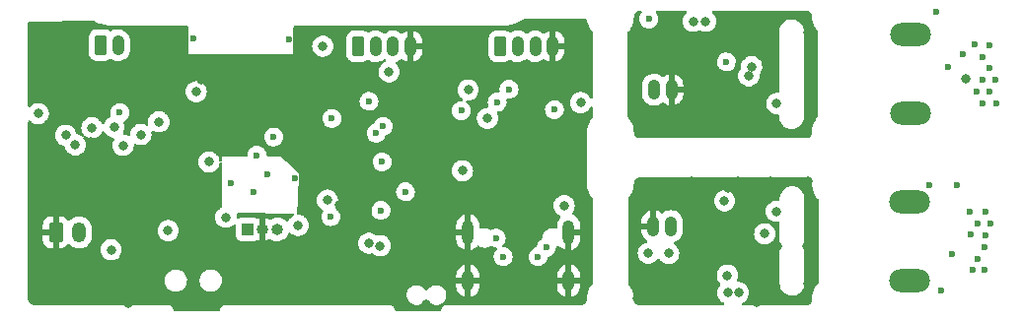
<source format=gbr>
%TF.GenerationSoftware,KiCad,Pcbnew,(6.0.4)*%
%TF.CreationDate,2023-03-27T11:43:34+09:00*%
%TF.ProjectId,kaguya-elec,6b616775-7961-42d6-956c-65632e6b6963,rev?*%
%TF.SameCoordinates,Original*%
%TF.FileFunction,Copper,L2,Inr*%
%TF.FilePolarity,Positive*%
%FSLAX46Y46*%
G04 Gerber Fmt 4.6, Leading zero omitted, Abs format (unit mm)*
G04 Created by KiCad (PCBNEW (6.0.4)) date 2023-03-27 11:43:34*
%MOMM*%
%LPD*%
G01*
G04 APERTURE LIST*
G04 Aperture macros list*
%AMRoundRect*
0 Rectangle with rounded corners*
0 $1 Rounding radius*
0 $2 $3 $4 $5 $6 $7 $8 $9 X,Y pos of 4 corners*
0 Add a 4 corners polygon primitive as box body*
4,1,4,$2,$3,$4,$5,$6,$7,$8,$9,$2,$3,0*
0 Add four circle primitives for the rounded corners*
1,1,$1+$1,$2,$3*
1,1,$1+$1,$4,$5*
1,1,$1+$1,$6,$7*
1,1,$1+$1,$8,$9*
0 Add four rect primitives between the rounded corners*
20,1,$1+$1,$2,$3,$4,$5,0*
20,1,$1+$1,$4,$5,$6,$7,0*
20,1,$1+$1,$6,$7,$8,$9,0*
20,1,$1+$1,$8,$9,$2,$3,0*%
G04 Aperture macros list end*
%TA.AperFunction,ComponentPad*%
%ADD10RoundRect,0.250000X-0.265000X-0.615000X0.265000X-0.615000X0.265000X0.615000X-0.265000X0.615000X0*%
%TD*%
%TA.AperFunction,ComponentPad*%
%ADD11O,1.030000X1.730000*%
%TD*%
%TA.AperFunction,ComponentPad*%
%ADD12RoundRect,0.250000X-0.350000X-0.625000X0.350000X-0.625000X0.350000X0.625000X-0.350000X0.625000X0*%
%TD*%
%TA.AperFunction,ComponentPad*%
%ADD13O,1.200000X1.750000*%
%TD*%
%TA.AperFunction,ComponentPad*%
%ADD14O,3.500000X2.000000*%
%TD*%
%TA.AperFunction,ComponentPad*%
%ADD15R,1.000000X1.000000*%
%TD*%
%TA.AperFunction,ComponentPad*%
%ADD16O,1.000000X1.000000*%
%TD*%
%TA.AperFunction,ComponentPad*%
%ADD17O,1.000000X1.800000*%
%TD*%
%TA.AperFunction,ComponentPad*%
%ADD18O,1.000000X2.100000*%
%TD*%
%TA.AperFunction,ViaPad*%
%ADD19C,0.800000*%
%TD*%
%TA.AperFunction,ViaPad*%
%ADD20C,0.600000*%
%TD*%
G04 APERTURE END LIST*
D10*
%TO.N,Net-(J2-Pad1)*%
%TO.C,J2*%
X174850000Y-124000000D03*
D11*
%TO.N,+BATT*%
X176350000Y-124000000D03*
%TD*%
D12*
%TO.N,GND*%
%TO.C,J3*%
X171000000Y-140100000D03*
D13*
%TO.N,Net-(J3-Pad2)*%
X173000000Y-140100000D03*
%TD*%
D11*
%TO.N,GND*%
%TO.C,J15*%
X222292500Y-139570000D03*
%TO.N,+BATT*%
X223792500Y-139570000D03*
%TD*%
D14*
%TO.N,/motor_R1*%
%TO.C,M1*%
X244323769Y-123103769D03*
%TO.N,/motor_R2*%
X244323769Y-129903769D03*
%TD*%
D15*
%TO.N,SWCLK*%
%TO.C,J1*%
X187475000Y-139850000D03*
D16*
%TO.N,GND*%
X188745000Y-139850000D03*
%TO.N,SWDIO*%
X190015000Y-139850000D03*
%TD*%
D11*
%TO.N,GND*%
%TO.C,J10*%
X223832500Y-127840000D03*
%TO.N,+BATT*%
X222332500Y-127840000D03*
%TD*%
D14*
%TO.N,/motor_L1*%
%TO.C,M2*%
X244305620Y-144258594D03*
%TO.N,/motor_L2*%
X244305620Y-137458594D03*
%TD*%
D10*
%TO.N,GNSS_RX*%
%TO.C,J5*%
X196950000Y-124100000D03*
D11*
%TO.N,GNSS_TX*%
X198450000Y-124100000D03*
%TO.N,Net-(J5-Pad3)*%
X199950000Y-124100000D03*
%TO.N,GND*%
X201450000Y-124100000D03*
%TD*%
D10*
%TO.N,I2C1_SCL*%
%TO.C,J4*%
X209150000Y-124100000D03*
D11*
%TO.N,I2C1_SDA*%
X210650000Y-124100000D03*
%TO.N,Net-(J4-Pad3)*%
X212150000Y-124100000D03*
%TO.N,GND*%
X213650000Y-124100000D03*
%TD*%
D17*
%TO.N,GND*%
%TO.C,U1*%
X206380000Y-144270000D03*
D18*
X206380000Y-140090000D03*
X215020000Y-140090000D03*
D17*
X215020000Y-144270000D03*
%TD*%
D19*
%TO.N,GND*%
X191278000Y-129000000D03*
X174000000Y-145400000D03*
X195350000Y-135450000D03*
X229708932Y-142368434D03*
X172100000Y-126050000D03*
X169100000Y-134400000D03*
X231119057Y-146129425D03*
D20*
X191000000Y-123550000D03*
D19*
X176800000Y-137200000D03*
X175400000Y-139800000D03*
X169100000Y-128450000D03*
X216125000Y-135475000D03*
D20*
X250523769Y-127003769D03*
D19*
X203000000Y-127200000D03*
X169200000Y-141400000D03*
X208200000Y-142900000D03*
X207600000Y-126200000D03*
D20*
X192600000Y-122750000D03*
X235575000Y-125999520D03*
X200400000Y-129900000D03*
X184500000Y-132200000D03*
D19*
X231175000Y-121699520D03*
X174000000Y-132275500D03*
X211400000Y-122200000D03*
X232350000Y-135740000D03*
X208200000Y-145600000D03*
X230490000Y-140030000D03*
X174000000Y-125800000D03*
X176900000Y-134000000D03*
X193600000Y-131800000D03*
X206600000Y-123200000D03*
X187100000Y-128750000D03*
X184000000Y-130409011D03*
X232500000Y-144740000D03*
D20*
X182800000Y-123450000D03*
D19*
X174000000Y-142600000D03*
X232951189Y-141316811D03*
X212970000Y-131920000D03*
X173990000Y-137910000D03*
X169100000Y-122400000D03*
X211000000Y-141600000D03*
X175408714Y-133591286D03*
X216200000Y-124600000D03*
X221375000Y-131099520D03*
X229750000Y-141140000D03*
X211800000Y-133600000D03*
X180400000Y-123600000D03*
X215000000Y-126200000D03*
X183500000Y-127000000D03*
X201500000Y-144050000D03*
X228575000Y-130999520D03*
X189000000Y-145750000D03*
X190800000Y-130600000D03*
X196500000Y-137750000D03*
X205480378Y-132669622D03*
X216000000Y-145800000D03*
X222950000Y-144540000D03*
X191500000Y-144500000D03*
X249090433Y-126903270D03*
X196500000Y-136600000D03*
D20*
X229975000Y-129075500D03*
D19*
X216100000Y-122300000D03*
X183200000Y-146200000D03*
X170400000Y-143800000D03*
X235350000Y-145940000D03*
X208800000Y-133600000D03*
D20*
X191558085Y-135440500D03*
D19*
X197650000Y-136600000D03*
X224575000Y-131299520D03*
X205000000Y-136250000D03*
X202800000Y-144600000D03*
X220950000Y-140540000D03*
X203000000Y-143600000D03*
X235575000Y-122899520D03*
X184700000Y-136000000D03*
X177800000Y-129000000D03*
X196500000Y-135450000D03*
X235500000Y-141290000D03*
X220750000Y-143140000D03*
X228895000Y-121480000D03*
D20*
X182600000Y-130600000D03*
D19*
X210800000Y-145800000D03*
X195700000Y-125900000D03*
X227550000Y-139740000D03*
X207500000Y-128700000D03*
X202800000Y-146300000D03*
D20*
X250805620Y-140358594D03*
X194500000Y-127100000D03*
D19*
X177250000Y-146200000D03*
X197650000Y-135450000D03*
D20*
X188000000Y-136600000D03*
D19*
X172200000Y-122400000D03*
X223100000Y-136240000D03*
X185300000Y-141150000D03*
D20*
X186050000Y-135900000D03*
D19*
X180500000Y-127150000D03*
X211900000Y-136925185D03*
X235175000Y-121699520D03*
X169500000Y-145700000D03*
X170400000Y-130800000D03*
X195350000Y-137750000D03*
D20*
X193900000Y-122750000D03*
D19*
X178800000Y-123400000D03*
X197650000Y-137750000D03*
X199100000Y-144600000D03*
D20*
X249505620Y-140308594D03*
X247905620Y-141958594D03*
X251623769Y-127003769D03*
X232425000Y-126030000D03*
X189200000Y-135150000D03*
D19*
X229550000Y-135740000D03*
X228700000Y-136290000D03*
X212200000Y-126800000D03*
X195350000Y-136600000D03*
X220950000Y-145740000D03*
X225550000Y-135740000D03*
X209300000Y-130750000D03*
X231350000Y-137740000D03*
X226350000Y-138740000D03*
X225975000Y-127299520D03*
D20*
X193243000Y-125150000D03*
D19*
X225350000Y-145940000D03*
X232375000Y-131099520D03*
X235550000Y-135740000D03*
X221150000Y-136140000D03*
D20*
X224185000Y-121720000D03*
D19*
X230765000Y-123220000D03*
D20*
X179200000Y-132600000D03*
D19*
X235550000Y-144540000D03*
%TO.N,+3V3*%
X208045000Y-130305000D03*
D20*
X199000000Y-134050000D03*
X189700000Y-131900000D03*
D19*
X199600000Y-126300000D03*
X175750000Y-141600000D03*
X178300000Y-131700000D03*
X193917500Y-124097500D03*
D20*
X194600000Y-138750000D03*
X194700000Y-130300000D03*
D19*
X174100000Y-131100000D03*
X216050000Y-128950000D03*
X176775008Y-132624992D03*
X205900000Y-134800000D03*
X179850000Y-130600000D03*
X183050000Y-128000000D03*
D20*
X209900000Y-127800000D03*
D19*
X206400000Y-127850000D03*
D20*
X208881089Y-128918911D03*
D19*
X184150000Y-134050000D03*
D20*
%TO.N,+1V1*%
X201010000Y-136619500D03*
D19*
X194310498Y-137324415D03*
D20*
X198910000Y-138220000D03*
D19*
X185600000Y-138800000D03*
%TO.N,+BATT*%
X221850000Y-141890000D03*
X228675000Y-145290000D03*
X225715000Y-121950000D03*
X172675000Y-132575000D03*
X223599511Y-141915489D03*
X230725000Y-125850000D03*
X226775000Y-121950000D03*
X171850000Y-131750000D03*
X230475000Y-126650000D03*
X229600000Y-145290000D03*
D20*
%TO.N,VBUS*%
X208800000Y-140589502D03*
X213100000Y-141400000D03*
D19*
X180650000Y-139950000D03*
D20*
%TO.N,MOE_RA*%
X248881321Y-124803271D03*
X250523769Y-125003769D03*
X246593769Y-121133769D03*
%TO.N,MOE_RB*%
X251123769Y-126003769D03*
X247557299Y-125870239D03*
%TO.N,MOE_LA*%
X250155620Y-142358594D03*
X246955620Y-145108594D03*
D19*
%TO.N,MOE_LB*%
X231850141Y-140227224D03*
D20*
X250705620Y-141358594D03*
D19*
X228392000Y-137390000D03*
%TO.N,Imonitor_Main*%
X169500000Y-129900498D03*
X198850000Y-141250000D03*
D20*
%TO.N,/3V3A*%
X228544980Y-125450000D03*
X250705620Y-143358594D03*
X221900000Y-121750000D03*
D19*
X228639614Y-143790500D03*
D20*
X245955620Y-136040286D03*
D19*
X232875000Y-129025000D03*
D20*
X249873769Y-123953769D03*
X248305620Y-136058594D03*
D19*
X232850000Y-138290000D03*
D20*
X249655620Y-143358594D03*
X251123769Y-124003769D03*
%TO.N,/motor_R1*%
X251123769Y-128003769D03*
X250023769Y-128003769D03*
%TO.N,/motor_R2*%
X251723769Y-129003769D03*
X250523769Y-129003769D03*
%TO.N,/motor_L1*%
X251255620Y-139358594D03*
X250105620Y-139358594D03*
%TO.N,/motor_L2*%
X250755620Y-138358594D03*
X249455620Y-138358594D03*
%TO.N,ToF_VCC*%
X205800000Y-129650000D03*
X213800000Y-129550000D03*
D19*
%TO.N,Vmonitor*%
X197873506Y-141033986D03*
X176000000Y-131050000D03*
D20*
%TO.N,Nichrome*%
X176500000Y-129800000D03*
X188264813Y-133465649D03*
D19*
%TO.N,RUN*%
X191800000Y-139500000D03*
X214636238Y-137800011D03*
D20*
%TO.N,LORA_RX*%
X198492228Y-131569569D03*
%TO.N,LORA_TX*%
X199081634Y-130980147D03*
%TO.N,LORA_AUX*%
X197889020Y-128836596D03*
%TO.N,Net-(R5-Pad1)*%
X209400000Y-142200000D03*
%TO.N,Net-(R6-Pad1)*%
X212400000Y-142200000D03*
%TD*%
%TA.AperFunction,Conductor*%
%TO.N,GND*%
G36*
X235377518Y-135392500D02*
G01*
X235392352Y-135394810D01*
X235392355Y-135394810D01*
X235401224Y-135396191D01*
X235410126Y-135395027D01*
X235410250Y-135395011D01*
X235440692Y-135394740D01*
X235448121Y-135395577D01*
X235502764Y-135401734D01*
X235530271Y-135408013D01*
X235607353Y-135434985D01*
X235632774Y-135447227D01*
X235701926Y-135490678D01*
X235723985Y-135508270D01*
X235781730Y-135566015D01*
X235799322Y-135588074D01*
X235842773Y-135657226D01*
X235855015Y-135682647D01*
X235881987Y-135759728D01*
X235888267Y-135787243D01*
X235888592Y-135790129D01*
X235887883Y-135823610D01*
X235887691Y-135824846D01*
X235886309Y-135833724D01*
X235887130Y-135840000D01*
X235886846Y-135840000D01*
X235887405Y-135848218D01*
X235887405Y-135848224D01*
X235890591Y-135895052D01*
X235905454Y-136113525D01*
X235906318Y-136117707D01*
X235906319Y-136117713D01*
X235945685Y-136308217D01*
X235960934Y-136382010D01*
X235979582Y-136434790D01*
X236036759Y-136596622D01*
X236052264Y-136640508D01*
X236054222Y-136644310D01*
X236054222Y-136644311D01*
X236164643Y-136858774D01*
X236177762Y-136884255D01*
X236180220Y-136887762D01*
X236276219Y-137024729D01*
X236335115Y-137108760D01*
X236416437Y-137196550D01*
X236448054Y-137260115D01*
X236450000Y-137282173D01*
X236450000Y-144450785D01*
X236429998Y-144518906D01*
X236416085Y-144536787D01*
X236407422Y-144546063D01*
X236345843Y-144611998D01*
X236187389Y-144836477D01*
X236060977Y-145080442D01*
X235968962Y-145339347D01*
X235968088Y-145343555D01*
X235968087Y-145343557D01*
X235928234Y-145535341D01*
X235913058Y-145608370D01*
X235912765Y-145612656D01*
X235912764Y-145612662D01*
X235907677Y-145687034D01*
X235898499Y-145821226D01*
X235895834Y-145860183D01*
X235895211Y-145865752D01*
X235895191Y-145867347D01*
X235893809Y-145876224D01*
X235894418Y-145880880D01*
X235894307Y-145882500D01*
X235894630Y-145882500D01*
X235894974Y-145885132D01*
X235894974Y-145885133D01*
X235894991Y-145885266D01*
X235895063Y-145893370D01*
X235896550Y-145898685D01*
X235895763Y-145911226D01*
X235895575Y-145912890D01*
X235895242Y-145913681D01*
X235895260Y-145915689D01*
X235888266Y-145977763D01*
X235881987Y-146005271D01*
X235855015Y-146082353D01*
X235842773Y-146107774D01*
X235799322Y-146176926D01*
X235781730Y-146198985D01*
X235723985Y-146256730D01*
X235701926Y-146274322D01*
X235632774Y-146317773D01*
X235607353Y-146330015D01*
X235530272Y-146356987D01*
X235502764Y-146363266D01*
X235447274Y-146369518D01*
X235431632Y-146369423D01*
X235431621Y-146370300D01*
X235422649Y-146370190D01*
X235413776Y-146368809D01*
X235404874Y-146369973D01*
X235404872Y-146369973D01*
X235393885Y-146371410D01*
X235382214Y-146372936D01*
X235365879Y-146374000D01*
X229991712Y-146374000D01*
X229923591Y-146353998D01*
X229877098Y-146300342D01*
X229866994Y-146230068D01*
X229896488Y-146165488D01*
X229940463Y-146132893D01*
X230050722Y-146083803D01*
X230050724Y-146083802D01*
X230056752Y-146081118D01*
X230211253Y-145968866D01*
X230267714Y-145906160D01*
X230334621Y-145831852D01*
X230334622Y-145831851D01*
X230339040Y-145826944D01*
X230434527Y-145661556D01*
X230493542Y-145479928D01*
X230494532Y-145470514D01*
X230512814Y-145296565D01*
X230513504Y-145290000D01*
X230508796Y-145245210D01*
X230494232Y-145106635D01*
X230494232Y-145106633D01*
X230493542Y-145100072D01*
X230434527Y-144918444D01*
X230429078Y-144909005D01*
X230385170Y-144832955D01*
X230339040Y-144753056D01*
X230295787Y-144705018D01*
X230215675Y-144616045D01*
X230215674Y-144616044D01*
X230211253Y-144611134D01*
X230108924Y-144536787D01*
X230062094Y-144502763D01*
X230062093Y-144502762D01*
X230056752Y-144498882D01*
X230050724Y-144496198D01*
X230050722Y-144496197D01*
X229888319Y-144423891D01*
X229888318Y-144423891D01*
X229882288Y-144421206D01*
X229788888Y-144401353D01*
X229701944Y-144382872D01*
X229701939Y-144382872D01*
X229695487Y-144381500D01*
X229565683Y-144381500D01*
X229497562Y-144361498D01*
X229451069Y-144307842D01*
X229440965Y-144237568D01*
X229456564Y-144192500D01*
X229470837Y-144167779D01*
X229470838Y-144167778D01*
X229474141Y-144162056D01*
X229533156Y-143980428D01*
X229540410Y-143911415D01*
X229552428Y-143797065D01*
X229553118Y-143790500D01*
X229533156Y-143600572D01*
X229474141Y-143418944D01*
X229378654Y-143253556D01*
X229250867Y-143111634D01*
X229096366Y-142999382D01*
X229090338Y-142996698D01*
X229090336Y-142996697D01*
X228927933Y-142924391D01*
X228927932Y-142924391D01*
X228921902Y-142921706D01*
X228828502Y-142901853D01*
X228741558Y-142883372D01*
X228741553Y-142883372D01*
X228735101Y-142882000D01*
X228544127Y-142882000D01*
X228537675Y-142883372D01*
X228537670Y-142883372D01*
X228450726Y-142901853D01*
X228357326Y-142921706D01*
X228351296Y-142924391D01*
X228351295Y-142924391D01*
X228188892Y-142996697D01*
X228188890Y-142996698D01*
X228182862Y-142999382D01*
X228028361Y-143111634D01*
X227900574Y-143253556D01*
X227805087Y-143418944D01*
X227746072Y-143600572D01*
X227726110Y-143790500D01*
X227726800Y-143797065D01*
X227738819Y-143911415D01*
X227746072Y-143980428D01*
X227805087Y-144162056D01*
X227900574Y-144327444D01*
X227904992Y-144332351D01*
X227904993Y-144332352D01*
X227964111Y-144398009D01*
X228025758Y-144466475D01*
X228028361Y-144469366D01*
X228027832Y-144469842D01*
X228062467Y-144526065D01*
X228061112Y-144597049D01*
X228034553Y-144643557D01*
X227935960Y-144753056D01*
X227889830Y-144832955D01*
X227845923Y-144909005D01*
X227840473Y-144918444D01*
X227781458Y-145100072D01*
X227780768Y-145106633D01*
X227780768Y-145106635D01*
X227766204Y-145245210D01*
X227761496Y-145290000D01*
X227762186Y-145296565D01*
X227780469Y-145470514D01*
X227781458Y-145479928D01*
X227840473Y-145661556D01*
X227935960Y-145826944D01*
X227940378Y-145831851D01*
X227940379Y-145831852D01*
X228007286Y-145906160D01*
X228063747Y-145968866D01*
X228218248Y-146081118D01*
X228224276Y-146083802D01*
X228224278Y-146083803D01*
X228334537Y-146132893D01*
X228388633Y-146178873D01*
X228409282Y-146246800D01*
X228389930Y-146315108D01*
X228336719Y-146362110D01*
X228283288Y-146374000D01*
X221156867Y-146374000D01*
X221137482Y-146372500D01*
X221122648Y-146370190D01*
X221122645Y-146370190D01*
X221113776Y-146368809D01*
X221104874Y-146369973D01*
X221104750Y-146369989D01*
X221074308Y-146370260D01*
X221053630Y-146367930D01*
X221012236Y-146363266D01*
X220984729Y-146356987D01*
X220907647Y-146330015D01*
X220882226Y-146317773D01*
X220813074Y-146274322D01*
X220791015Y-146256730D01*
X220733270Y-146198985D01*
X220715678Y-146176926D01*
X220672227Y-146107774D01*
X220659985Y-146082353D01*
X220633013Y-146005272D01*
X220626734Y-145977765D01*
X220621071Y-145927507D01*
X220621059Y-145906160D01*
X220620685Y-145906147D01*
X220621056Y-145895171D01*
X220621304Y-145895179D01*
X220621307Y-145895055D01*
X220621076Y-145895052D01*
X220621085Y-145894311D01*
X220621109Y-145893602D01*
X220621340Y-145893610D01*
X220621342Y-145893490D01*
X220621095Y-145893487D01*
X220621170Y-145887359D01*
X220621170Y-145887356D01*
X220621229Y-145882500D01*
X220620257Y-145875717D01*
X220619125Y-145863799D01*
X220619067Y-145862552D01*
X220607465Y-145616702D01*
X220556562Y-145344222D01*
X220475053Y-145100072D01*
X220470152Y-145085392D01*
X220470151Y-145085389D01*
X220468783Y-145081292D01*
X220345786Y-144832880D01*
X220189894Y-144603676D01*
X220182514Y-144595509D01*
X220151683Y-144531558D01*
X220150000Y-144511033D01*
X220150000Y-141890000D01*
X220936496Y-141890000D01*
X220956458Y-142079928D01*
X221015473Y-142261556D01*
X221110960Y-142426944D01*
X221115378Y-142431851D01*
X221115379Y-142431852D01*
X221234325Y-142563955D01*
X221238747Y-142568866D01*
X221393248Y-142681118D01*
X221399276Y-142683802D01*
X221399278Y-142683803D01*
X221456528Y-142709292D01*
X221567712Y-142758794D01*
X221661113Y-142778647D01*
X221748056Y-142797128D01*
X221748061Y-142797128D01*
X221754513Y-142798500D01*
X221945487Y-142798500D01*
X221951939Y-142797128D01*
X221951944Y-142797128D01*
X222038887Y-142778647D01*
X222132288Y-142758794D01*
X222243472Y-142709292D01*
X222300722Y-142683803D01*
X222300724Y-142683802D01*
X222306752Y-142681118D01*
X222461253Y-142568866D01*
X222465675Y-142563955D01*
X222584621Y-142431852D01*
X222584622Y-142431851D01*
X222589040Y-142426944D01*
X222608279Y-142393621D01*
X222659659Y-142344629D01*
X222729373Y-142331192D01*
X222795284Y-142357578D01*
X222826515Y-142393620D01*
X222860471Y-142452433D01*
X222864889Y-142457340D01*
X222864890Y-142457341D01*
X222968804Y-142572749D01*
X222988258Y-142594355D01*
X223087354Y-142666353D01*
X223107677Y-142681118D01*
X223142759Y-142706607D01*
X223148787Y-142709291D01*
X223148789Y-142709292D01*
X223259973Y-142758794D01*
X223317223Y-142784283D01*
X223410624Y-142804136D01*
X223497567Y-142822617D01*
X223497572Y-142822617D01*
X223504024Y-142823989D01*
X223694998Y-142823989D01*
X223701450Y-142822617D01*
X223701455Y-142822617D01*
X223788398Y-142804136D01*
X223881799Y-142784283D01*
X223939049Y-142758794D01*
X224050233Y-142709292D01*
X224050235Y-142709291D01*
X224056263Y-142706607D01*
X224091346Y-142681118D01*
X224111668Y-142666353D01*
X224210764Y-142594355D01*
X224230218Y-142572749D01*
X224334132Y-142457341D01*
X224334133Y-142457340D01*
X224338551Y-142452433D01*
X224434038Y-142287045D01*
X224493053Y-142105417D01*
X224513015Y-141915489D01*
X224493053Y-141725561D01*
X224434038Y-141543933D01*
X224338551Y-141378545D01*
X224320747Y-141358771D01*
X224215186Y-141241534D01*
X224215185Y-141241533D01*
X224210764Y-141236623D01*
X224056263Y-141124371D01*
X224057289Y-141122959D01*
X224014239Y-141077806D01*
X224000806Y-141008092D01*
X224027195Y-140942182D01*
X224090659Y-140899201D01*
X224177765Y-140873564D01*
X224355642Y-140780572D01*
X224512070Y-140654801D01*
X224517561Y-140648258D01*
X224637131Y-140505759D01*
X224641090Y-140501041D01*
X224644054Y-140495649D01*
X224644057Y-140495645D01*
X224734820Y-140330547D01*
X224737787Y-140325150D01*
X224768851Y-140227224D01*
X230936637Y-140227224D01*
X230937327Y-140233789D01*
X230947497Y-140330547D01*
X230956599Y-140417152D01*
X231015614Y-140598780D01*
X231111101Y-140764168D01*
X231115519Y-140769075D01*
X231115520Y-140769076D01*
X231211167Y-140875303D01*
X231238888Y-140906090D01*
X231393389Y-141018342D01*
X231399417Y-141021026D01*
X231399419Y-141021027D01*
X231526948Y-141077806D01*
X231567853Y-141096018D01*
X231661254Y-141115871D01*
X231748197Y-141134352D01*
X231748202Y-141134352D01*
X231754654Y-141135724D01*
X231945628Y-141135724D01*
X231952080Y-141134352D01*
X231952085Y-141134352D01*
X232039028Y-141115871D01*
X232132429Y-141096018D01*
X232173334Y-141077806D01*
X232300863Y-141021027D01*
X232300865Y-141021026D01*
X232306893Y-141018342D01*
X232461394Y-140906090D01*
X232489115Y-140875303D01*
X232584762Y-140769076D01*
X232584763Y-140769075D01*
X232589181Y-140764168D01*
X232684668Y-140598780D01*
X232743683Y-140417152D01*
X232752786Y-140330547D01*
X232762955Y-140233789D01*
X232763645Y-140227224D01*
X232752350Y-140119761D01*
X232744373Y-140043859D01*
X232744373Y-140043857D01*
X232743683Y-140037296D01*
X232684668Y-139855668D01*
X232674207Y-139837548D01*
X232592482Y-139695998D01*
X232589181Y-139690280D01*
X232461394Y-139548358D01*
X232306893Y-139436106D01*
X232300865Y-139433422D01*
X232300863Y-139433421D01*
X232138460Y-139361115D01*
X232138459Y-139361115D01*
X232132429Y-139358430D01*
X232039028Y-139338577D01*
X231952085Y-139320096D01*
X231952080Y-139320096D01*
X231945628Y-139318724D01*
X231754654Y-139318724D01*
X231748202Y-139320096D01*
X231748197Y-139320096D01*
X231661254Y-139338577D01*
X231567853Y-139358430D01*
X231561823Y-139361115D01*
X231561822Y-139361115D01*
X231399419Y-139433421D01*
X231399417Y-139433422D01*
X231393389Y-139436106D01*
X231238888Y-139548358D01*
X231111101Y-139690280D01*
X231107800Y-139695998D01*
X231026076Y-139837548D01*
X231015614Y-139855668D01*
X230956599Y-140037296D01*
X230955909Y-140043857D01*
X230955909Y-140043859D01*
X230947932Y-140119761D01*
X230936637Y-140227224D01*
X224768851Y-140227224D01*
X224798478Y-140133827D01*
X224816000Y-139977615D01*
X224816000Y-139169496D01*
X224815086Y-139160166D01*
X224801966Y-139026373D01*
X224801365Y-139020239D01*
X224795378Y-139000407D01*
X224745132Y-138833987D01*
X224743351Y-138828087D01*
X224649120Y-138650863D01*
X224522259Y-138495318D01*
X224367603Y-138367375D01*
X224191041Y-138271908D01*
X224095170Y-138242231D01*
X224005186Y-138214376D01*
X224005183Y-138214375D01*
X223999299Y-138212554D01*
X223993174Y-138211910D01*
X223993173Y-138211910D01*
X223805808Y-138192217D01*
X223805807Y-138192217D01*
X223799680Y-138191573D01*
X223716662Y-138199128D01*
X223605926Y-138209206D01*
X223605923Y-138209207D01*
X223599787Y-138209765D01*
X223593881Y-138211503D01*
X223593877Y-138211504D01*
X223451621Y-138253373D01*
X223407235Y-138266436D01*
X223229358Y-138359428D01*
X223224558Y-138363288D01*
X223224557Y-138363288D01*
X223120720Y-138446775D01*
X223055097Y-138473871D01*
X222985243Y-138461188D01*
X222961453Y-138445663D01*
X222872072Y-138371720D01*
X222861901Y-138364860D01*
X222696265Y-138275301D01*
X222684960Y-138270549D01*
X222563808Y-138233046D01*
X222549705Y-138232840D01*
X222546500Y-138239595D01*
X222546500Y-139698000D01*
X222526498Y-139766121D01*
X222472842Y-139812614D01*
X222420500Y-139824000D01*
X221287615Y-139824000D01*
X221272376Y-139828475D01*
X221271171Y-139829865D01*
X221269500Y-139837548D01*
X221269500Y-139967401D01*
X221269801Y-139973549D01*
X221283526Y-140113530D01*
X221285909Y-140125565D01*
X221340332Y-140305821D01*
X221345007Y-140317163D01*
X221433405Y-140483417D01*
X221440192Y-140493633D01*
X221559202Y-140639554D01*
X221567846Y-140648258D01*
X221712931Y-140768282D01*
X221717171Y-140771142D01*
X221762459Y-140825818D01*
X221770998Y-140896300D01*
X221740076Y-140960209D01*
X221672907Y-140998846D01*
X221567712Y-141021206D01*
X221561682Y-141023891D01*
X221561681Y-141023891D01*
X221399278Y-141096197D01*
X221399276Y-141096198D01*
X221393248Y-141098882D01*
X221387907Y-141102762D01*
X221387906Y-141102763D01*
X221352824Y-141128252D01*
X221238747Y-141211134D01*
X221234326Y-141216044D01*
X221234325Y-141216045D01*
X221215797Y-141236623D01*
X221110960Y-141353056D01*
X221015473Y-141518444D01*
X220956458Y-141700072D01*
X220936496Y-141890000D01*
X220150000Y-141890000D01*
X220150000Y-139297885D01*
X221269500Y-139297885D01*
X221273975Y-139313124D01*
X221275365Y-139314329D01*
X221283048Y-139316000D01*
X222020385Y-139316000D01*
X222035624Y-139311525D01*
X222036829Y-139310135D01*
X222038500Y-139302452D01*
X222038500Y-138246438D01*
X222034527Y-138232907D01*
X222026732Y-138231787D01*
X221913332Y-138265162D01*
X221901964Y-138269755D01*
X221735091Y-138356994D01*
X221724829Y-138363710D01*
X221578086Y-138481695D01*
X221569320Y-138490278D01*
X221448284Y-138634524D01*
X221441358Y-138644638D01*
X221350641Y-138809652D01*
X221345813Y-138820916D01*
X221288875Y-139000407D01*
X221286327Y-139012396D01*
X221269893Y-139158909D01*
X221269500Y-139165933D01*
X221269500Y-139297885D01*
X220150000Y-139297885D01*
X220150000Y-137390000D01*
X227478496Y-137390000D01*
X227498458Y-137579928D01*
X227557473Y-137761556D01*
X227652960Y-137926944D01*
X227780747Y-138068866D01*
X227935248Y-138181118D01*
X227941276Y-138183802D01*
X227941278Y-138183803D01*
X228103681Y-138256109D01*
X228109712Y-138258794D01*
X228185193Y-138274838D01*
X228290056Y-138297128D01*
X228290061Y-138297128D01*
X228296513Y-138298500D01*
X228487487Y-138298500D01*
X228493939Y-138297128D01*
X228493944Y-138297128D01*
X228527478Y-138290000D01*
X231936496Y-138290000D01*
X231937186Y-138296565D01*
X231952974Y-138446775D01*
X231956458Y-138479928D01*
X232015473Y-138661556D01*
X232110960Y-138826944D01*
X232115378Y-138831851D01*
X232115379Y-138831852D01*
X232234325Y-138963955D01*
X232238747Y-138968866D01*
X232393248Y-139081118D01*
X232399276Y-139083802D01*
X232399278Y-139083803D01*
X232558501Y-139154693D01*
X232567712Y-139158794D01*
X232661112Y-139178647D01*
X232748056Y-139197128D01*
X232748061Y-139197128D01*
X232754513Y-139198500D01*
X232945487Y-139198500D01*
X232956511Y-139196157D01*
X232989304Y-139189187D01*
X233060095Y-139194590D01*
X233116727Y-139237407D01*
X233141220Y-139304045D01*
X233141500Y-139312434D01*
X233141500Y-144542237D01*
X233141800Y-144545293D01*
X233141800Y-144545300D01*
X233148340Y-144611998D01*
X233156635Y-144696592D01*
X233216632Y-144895315D01*
X233314087Y-145078599D01*
X233331600Y-145100072D01*
X233441390Y-145234689D01*
X233441393Y-145234692D01*
X233445285Y-145239464D01*
X233450033Y-145243392D01*
X233450034Y-145243393D01*
X233498436Y-145283435D01*
X233605230Y-145371783D01*
X233610647Y-145374712D01*
X233610650Y-145374714D01*
X233782410Y-145467584D01*
X233782415Y-145467586D01*
X233787830Y-145470514D01*
X233986129Y-145531898D01*
X233992254Y-145532542D01*
X233992255Y-145532542D01*
X234186446Y-145552952D01*
X234186448Y-145552952D01*
X234192575Y-145553596D01*
X234278485Y-145545777D01*
X234393164Y-145535341D01*
X234393167Y-145535340D01*
X234399303Y-145534782D01*
X234405209Y-145533044D01*
X234405213Y-145533043D01*
X234564351Y-145486206D01*
X234598440Y-145476173D01*
X234782400Y-145380001D01*
X234944177Y-145249929D01*
X234949662Y-145243393D01*
X235073650Y-145095629D01*
X235077609Y-145090911D01*
X235080573Y-145085519D01*
X235080576Y-145085515D01*
X235174646Y-144914402D01*
X235177613Y-144909005D01*
X235240379Y-144711139D01*
X235241350Y-144702489D01*
X235249659Y-144628402D01*
X235258500Y-144549587D01*
X235258500Y-137137763D01*
X235257780Y-137130413D01*
X235243966Y-136989534D01*
X235243965Y-136989531D01*
X235243365Y-136983408D01*
X235183368Y-136784685D01*
X235142195Y-136707251D01*
X235088809Y-136606847D01*
X235088808Y-136606845D01*
X235085913Y-136601401D01*
X235010835Y-136509346D01*
X234958610Y-136445311D01*
X234958607Y-136445308D01*
X234954715Y-136440536D01*
X234947770Y-136434790D01*
X234799518Y-136312145D01*
X234799519Y-136312145D01*
X234794770Y-136308217D01*
X234789353Y-136305288D01*
X234789350Y-136305286D01*
X234617590Y-136212416D01*
X234617585Y-136212414D01*
X234612170Y-136209486D01*
X234413871Y-136148102D01*
X234407746Y-136147458D01*
X234407745Y-136147458D01*
X234213554Y-136127048D01*
X234213552Y-136127048D01*
X234207425Y-136126404D01*
X234121515Y-136134223D01*
X234006836Y-136144659D01*
X234006833Y-136144660D01*
X234000697Y-136145218D01*
X233994791Y-136146956D01*
X233994787Y-136146957D01*
X233846932Y-136190473D01*
X233801560Y-136203827D01*
X233617600Y-136299999D01*
X233455823Y-136430071D01*
X233451865Y-136434788D01*
X233451863Y-136434790D01*
X233447042Y-136440536D01*
X233322391Y-136589089D01*
X233319427Y-136594481D01*
X233319424Y-136594485D01*
X233255296Y-136711134D01*
X233222387Y-136770995D01*
X233159621Y-136968861D01*
X233158935Y-136974978D01*
X233158934Y-136974982D01*
X233157989Y-136983408D01*
X233141500Y-137130413D01*
X233141500Y-137267566D01*
X233121498Y-137335687D01*
X233067842Y-137382180D01*
X232997568Y-137392284D01*
X232989304Y-137390813D01*
X232951946Y-137382873D01*
X232951947Y-137382873D01*
X232945487Y-137381500D01*
X232754513Y-137381500D01*
X232748061Y-137382872D01*
X232748056Y-137382872D01*
X232683638Y-137396565D01*
X232567712Y-137421206D01*
X232561682Y-137423891D01*
X232561681Y-137423891D01*
X232399278Y-137496197D01*
X232399276Y-137496198D01*
X232393248Y-137498882D01*
X232238747Y-137611134D01*
X232234326Y-137616044D01*
X232234325Y-137616045D01*
X232124082Y-137738483D01*
X232110960Y-137753056D01*
X232015473Y-137918444D01*
X231956458Y-138100072D01*
X231936496Y-138290000D01*
X228527478Y-138290000D01*
X228598807Y-138274838D01*
X228674288Y-138258794D01*
X228680319Y-138256109D01*
X228842722Y-138183803D01*
X228842724Y-138183802D01*
X228848752Y-138181118D01*
X229003253Y-138068866D01*
X229131040Y-137926944D01*
X229226527Y-137761556D01*
X229285542Y-137579928D01*
X229305504Y-137390000D01*
X229285542Y-137200072D01*
X229226527Y-137018444D01*
X229131040Y-136853056D01*
X229003253Y-136711134D01*
X228848752Y-136598882D01*
X228842724Y-136596198D01*
X228842722Y-136596197D01*
X228680319Y-136523891D01*
X228680318Y-136523891D01*
X228674288Y-136521206D01*
X228580888Y-136501353D01*
X228493944Y-136482872D01*
X228493939Y-136482872D01*
X228487487Y-136481500D01*
X228296513Y-136481500D01*
X228290061Y-136482872D01*
X228290056Y-136482872D01*
X228203112Y-136501353D01*
X228109712Y-136521206D01*
X228103682Y-136523891D01*
X228103681Y-136523891D01*
X227941278Y-136596197D01*
X227941276Y-136596198D01*
X227935248Y-136598882D01*
X227780747Y-136711134D01*
X227652960Y-136853056D01*
X227557473Y-137018444D01*
X227498458Y-137200072D01*
X227478496Y-137390000D01*
X220150000Y-137390000D01*
X220150000Y-137197007D01*
X220173062Y-137124346D01*
X220317620Y-136919553D01*
X220317625Y-136919545D01*
X220320111Y-136916023D01*
X220446523Y-136672058D01*
X220538538Y-136413153D01*
X220580861Y-136209486D01*
X220593568Y-136148338D01*
X220593569Y-136148332D01*
X220594442Y-136144130D01*
X220595611Y-136127048D01*
X220601626Y-136039100D01*
X220604482Y-135997356D01*
X220605932Y-135985069D01*
X220621076Y-135895052D01*
X220621229Y-135882500D01*
X220620540Y-135877688D01*
X220620223Y-135872827D01*
X220620508Y-135872808D01*
X220620107Y-135846049D01*
X220626734Y-135787236D01*
X220633013Y-135759729D01*
X220659985Y-135682647D01*
X220672227Y-135657226D01*
X220715678Y-135588074D01*
X220733270Y-135566015D01*
X220791015Y-135508270D01*
X220813074Y-135490678D01*
X220882226Y-135447227D01*
X220907647Y-135434985D01*
X220984728Y-135408013D01*
X221012236Y-135401734D01*
X221067726Y-135395482D01*
X221083368Y-135395577D01*
X221083379Y-135394700D01*
X221092351Y-135394810D01*
X221101224Y-135396191D01*
X221110126Y-135395027D01*
X221110128Y-135395027D01*
X221125451Y-135393023D01*
X221132786Y-135392064D01*
X221149121Y-135391000D01*
X235358133Y-135391000D01*
X235377518Y-135392500D01*
G37*
%TD.AperFunction*%
%TD*%
%TA.AperFunction,Conductor*%
%TO.N,GND*%
G36*
X221242317Y-121048503D02*
G01*
X221288810Y-121102159D01*
X221298914Y-121172433D01*
X221272352Y-121232972D01*
X221269493Y-121235771D01*
X221171235Y-121388238D01*
X221168826Y-121394858D01*
X221168824Y-121394861D01*
X221115430Y-121541559D01*
X221109197Y-121558685D01*
X221086463Y-121738640D01*
X221104163Y-121919160D01*
X221161418Y-122091273D01*
X221165065Y-122097295D01*
X221165066Y-122097297D01*
X221251178Y-122239485D01*
X221255380Y-122246424D01*
X221260269Y-122251487D01*
X221260270Y-122251488D01*
X221321865Y-122315271D01*
X221381382Y-122376902D01*
X221533159Y-122476222D01*
X221539763Y-122478678D01*
X221539765Y-122478679D01*
X221696558Y-122536990D01*
X221696560Y-122536990D01*
X221703168Y-122539448D01*
X221766347Y-122547878D01*
X221875980Y-122562507D01*
X221875984Y-122562507D01*
X221882961Y-122563438D01*
X221889972Y-122562800D01*
X221889976Y-122562800D01*
X222032459Y-122549832D01*
X222063600Y-122546998D01*
X222070302Y-122544820D01*
X222070304Y-122544820D01*
X222229409Y-122493124D01*
X222229412Y-122493123D01*
X222236108Y-122490947D01*
X222361841Y-122415995D01*
X222385860Y-122401677D01*
X222385862Y-122401676D01*
X222391912Y-122398069D01*
X222523266Y-122272982D01*
X222623643Y-122121902D01*
X222665423Y-122011917D01*
X222685555Y-121958920D01*
X222685556Y-121958918D01*
X222688055Y-121952338D01*
X222689035Y-121945366D01*
X222712748Y-121776639D01*
X222712748Y-121776636D01*
X222713299Y-121772717D01*
X222713452Y-121761738D01*
X222713561Y-121753962D01*
X222713561Y-121753957D01*
X222713616Y-121750000D01*
X222693397Y-121569745D01*
X222691080Y-121563091D01*
X222636064Y-121405106D01*
X222636062Y-121405103D01*
X222633745Y-121398448D01*
X222537626Y-121244624D01*
X222532664Y-121239628D01*
X222528285Y-121234102D01*
X222530413Y-121232415D01*
X222502492Y-121180869D01*
X222507795Y-121110071D01*
X222550534Y-121053379D01*
X222617137Y-121028792D01*
X222625702Y-121028501D01*
X225049915Y-121028501D01*
X225118036Y-121048503D01*
X225164529Y-121102159D01*
X225174633Y-121172433D01*
X225145139Y-121237013D01*
X225123978Y-121256435D01*
X225103747Y-121271134D01*
X225099326Y-121276044D01*
X225099325Y-121276045D01*
X224990212Y-121397228D01*
X224975960Y-121413056D01*
X224920644Y-121508866D01*
X224904530Y-121536777D01*
X224880473Y-121578444D01*
X224821458Y-121760072D01*
X224820768Y-121766633D01*
X224820768Y-121766635D01*
X224811830Y-121851681D01*
X224801496Y-121950000D01*
X224821458Y-122139928D01*
X224880473Y-122321556D01*
X224883776Y-122327278D01*
X224883777Y-122327279D01*
X224917686Y-122386010D01*
X224975960Y-122486944D01*
X224980378Y-122491851D01*
X224980379Y-122491852D01*
X225023235Y-122539448D01*
X225103747Y-122628866D01*
X225258248Y-122741118D01*
X225264276Y-122743802D01*
X225264278Y-122743803D01*
X225426681Y-122816109D01*
X225432712Y-122818794D01*
X225526113Y-122838647D01*
X225613056Y-122857128D01*
X225613061Y-122857128D01*
X225619513Y-122858500D01*
X225810487Y-122858500D01*
X225816939Y-122857128D01*
X225816944Y-122857128D01*
X225903887Y-122838647D01*
X225997288Y-122818794D01*
X226003319Y-122816109D01*
X226165724Y-122743802D01*
X226165725Y-122743801D01*
X226171752Y-122741118D01*
X226177094Y-122737237D01*
X226181997Y-122734406D01*
X226250992Y-122717666D01*
X226308003Y-122734406D01*
X226312906Y-122737237D01*
X226318248Y-122741118D01*
X226324275Y-122743801D01*
X226324276Y-122743802D01*
X226486681Y-122816109D01*
X226492712Y-122818794D01*
X226586113Y-122838647D01*
X226673056Y-122857128D01*
X226673061Y-122857128D01*
X226679513Y-122858500D01*
X226870487Y-122858500D01*
X226876939Y-122857128D01*
X226876944Y-122857128D01*
X226963887Y-122838647D01*
X227057288Y-122818794D01*
X227063319Y-122816109D01*
X227225722Y-122743803D01*
X227225724Y-122743802D01*
X227231752Y-122741118D01*
X227386253Y-122628866D01*
X227466765Y-122539448D01*
X227509621Y-122491852D01*
X227509622Y-122491851D01*
X227514040Y-122486944D01*
X227572314Y-122386010D01*
X227606223Y-122327279D01*
X227606224Y-122327278D01*
X227609527Y-122321556D01*
X227668542Y-122139928D01*
X227688504Y-121950000D01*
X227678170Y-121851681D01*
X227669232Y-121766635D01*
X227669232Y-121766633D01*
X227668542Y-121760072D01*
X227609527Y-121578444D01*
X227585471Y-121536777D01*
X227569356Y-121508866D01*
X227514040Y-121413056D01*
X227499789Y-121397228D01*
X227390675Y-121276045D01*
X227390674Y-121276044D01*
X227386253Y-121271134D01*
X227366024Y-121256437D01*
X227322670Y-121200216D01*
X227316594Y-121129480D01*
X227349726Y-121066688D01*
X227411545Y-121031776D01*
X227440085Y-121028501D01*
X235365633Y-121028501D01*
X235385018Y-121030001D01*
X235399851Y-121032311D01*
X235399855Y-121032311D01*
X235408724Y-121033692D01*
X235417626Y-121032528D01*
X235417631Y-121032528D01*
X235417750Y-121032512D01*
X235448187Y-121032241D01*
X235510262Y-121039235D01*
X235537767Y-121045513D01*
X235614858Y-121072488D01*
X235640270Y-121084726D01*
X235709420Y-121128175D01*
X235709426Y-121128179D01*
X235731485Y-121145771D01*
X235789229Y-121203515D01*
X235806821Y-121225574D01*
X235833010Y-121267253D01*
X235850272Y-121294726D01*
X235862514Y-121320147D01*
X235889486Y-121397229D01*
X235895764Y-121424734D01*
X235896580Y-121431975D01*
X235893361Y-121432338D01*
X235895416Y-121440095D01*
X235896807Y-121440000D01*
X235897965Y-121456924D01*
X235901684Y-121511306D01*
X235900023Y-121511420D01*
X235900613Y-121513813D01*
X235901307Y-121513722D01*
X235901940Y-121518563D01*
X235902044Y-121519612D01*
X235902116Y-121519903D01*
X235902444Y-121522413D01*
X235902469Y-121522779D01*
X235902457Y-121523761D01*
X235902708Y-121526276D01*
X235915558Y-121714130D01*
X235916431Y-121718332D01*
X235916432Y-121718338D01*
X235965241Y-121953217D01*
X235971462Y-121983153D01*
X236063477Y-122242058D01*
X236189889Y-122486023D01*
X236192374Y-122489544D01*
X236192375Y-122489545D01*
X236194901Y-122493124D01*
X236346910Y-122708472D01*
X236346911Y-122708474D01*
X236348343Y-122710502D01*
X236347895Y-122710818D01*
X236374214Y-122773533D01*
X236375000Y-122787583D01*
X236375000Y-130144868D01*
X236351938Y-130217530D01*
X236249952Y-130362012D01*
X236197389Y-130436477D01*
X236070977Y-130680442D01*
X235978962Y-130939347D01*
X235978088Y-130943555D01*
X235978087Y-130943557D01*
X235928883Y-131180341D01*
X235923058Y-131208370D01*
X235922765Y-131212656D01*
X235922764Y-131212662D01*
X235905834Y-131460183D01*
X235905211Y-131465752D01*
X235905191Y-131467347D01*
X235903809Y-131476224D01*
X235904418Y-131480880D01*
X235904307Y-131482500D01*
X235904630Y-131482500D01*
X235904821Y-131483964D01*
X235903525Y-131499479D01*
X235902689Y-131504847D01*
X235902689Y-131504856D01*
X235901308Y-131513724D01*
X235902472Y-131522626D01*
X235902488Y-131522750D01*
X235902759Y-131553193D01*
X235895765Y-131615264D01*
X235889486Y-131642771D01*
X235862514Y-131719853D01*
X235850272Y-131745274D01*
X235806821Y-131814426D01*
X235789229Y-131836485D01*
X235731484Y-131894230D01*
X235709425Y-131911822D01*
X235640276Y-131955271D01*
X235614855Y-131967513D01*
X235537768Y-131994487D01*
X235510262Y-132000765D01*
X235471434Y-132005140D01*
X235454766Y-132007018D01*
X235439122Y-132007801D01*
X235430148Y-132007691D01*
X235421276Y-132006310D01*
X235412374Y-132007474D01*
X235412371Y-132007474D01*
X235389715Y-132010437D01*
X235373378Y-132011501D01*
X221164367Y-132011501D01*
X221144982Y-132010001D01*
X221130148Y-132007691D01*
X221130145Y-132007691D01*
X221121276Y-132006310D01*
X221112374Y-132007474D01*
X221112250Y-132007490D01*
X221081808Y-132007761D01*
X221067538Y-132006153D01*
X221019736Y-132000767D01*
X220992229Y-131994488D01*
X220915145Y-131967515D01*
X220889730Y-131955277D01*
X220820567Y-131911819D01*
X220798514Y-131894231D01*
X220740769Y-131836486D01*
X220723181Y-131814433D01*
X220679723Y-131745270D01*
X220667485Y-131719855D01*
X220640512Y-131642771D01*
X220634233Y-131615263D01*
X220627981Y-131559774D01*
X220628076Y-131544132D01*
X220627199Y-131544121D01*
X220627309Y-131535149D01*
X220628690Y-131526276D01*
X220623669Y-131487875D01*
X220610968Y-131390752D01*
X220609804Y-131381849D01*
X220606188Y-131373632D01*
X220603774Y-131364984D01*
X220605232Y-131364577D01*
X220598694Y-131338035D01*
X220594736Y-131280164D01*
X220594735Y-131280160D01*
X220594442Y-131275870D01*
X220581308Y-131212662D01*
X220539413Y-131011057D01*
X220539412Y-131011055D01*
X220538538Y-131006847D01*
X220446523Y-130747942D01*
X220413646Y-130684491D01*
X220402001Y-130662019D01*
X220320111Y-130503977D01*
X220161657Y-130279498D01*
X220108915Y-130223025D01*
X220077037Y-130159587D01*
X220075000Y-130137023D01*
X220075000Y-128240504D01*
X221309000Y-128240504D01*
X221323635Y-128389761D01*
X221325417Y-128395662D01*
X221325417Y-128395664D01*
X221347793Y-128469776D01*
X221381649Y-128581913D01*
X221475880Y-128759137D01*
X221602741Y-128914682D01*
X221757397Y-129042625D01*
X221933959Y-129138092D01*
X222029830Y-129167769D01*
X222119814Y-129195624D01*
X222119817Y-129195625D01*
X222125701Y-129197446D01*
X222131826Y-129198090D01*
X222131827Y-129198090D01*
X222319192Y-129217783D01*
X222319193Y-129217783D01*
X222325320Y-129218427D01*
X222408338Y-129210872D01*
X222519074Y-129200794D01*
X222519077Y-129200793D01*
X222525213Y-129200235D01*
X222531119Y-129198497D01*
X222531123Y-129198496D01*
X222711856Y-129145303D01*
X222711855Y-129145303D01*
X222717765Y-129143564D01*
X222895642Y-129050572D01*
X222935613Y-129018435D01*
X223004280Y-128963225D01*
X223069903Y-128936129D01*
X223139757Y-128948812D01*
X223163547Y-128964337D01*
X223252928Y-129038280D01*
X223263099Y-129045140D01*
X223428735Y-129134699D01*
X223440040Y-129139451D01*
X223561192Y-129176954D01*
X223575295Y-129177160D01*
X223578500Y-129170405D01*
X223578500Y-129163562D01*
X224086500Y-129163562D01*
X224090473Y-129177093D01*
X224098268Y-129178213D01*
X224211668Y-129144838D01*
X224223036Y-129140245D01*
X224389909Y-129053006D01*
X224400171Y-129046290D01*
X224426650Y-129025000D01*
X231961496Y-129025000D01*
X231962186Y-129031565D01*
X231979621Y-129197446D01*
X231981458Y-129214928D01*
X232040473Y-129396556D01*
X232135960Y-129561944D01*
X232263747Y-129703866D01*
X232418248Y-129816118D01*
X232424276Y-129818802D01*
X232424278Y-129818803D01*
X232466906Y-129837782D01*
X232592712Y-129893794D01*
X232686112Y-129913647D01*
X232773056Y-129932128D01*
X232773061Y-129932128D01*
X232779513Y-129933500D01*
X232970487Y-129933500D01*
X232970487Y-129935915D01*
X233030290Y-129948589D01*
X233080762Y-129998520D01*
X233096500Y-130059499D01*
X233096500Y-130187237D01*
X233096800Y-130190293D01*
X233096800Y-130190300D01*
X233097564Y-130198087D01*
X233111635Y-130341592D01*
X233139219Y-130432955D01*
X233168171Y-130528850D01*
X233171632Y-130540315D01*
X233174527Y-130545760D01*
X233174528Y-130545762D01*
X233248293Y-130684491D01*
X233269087Y-130723599D01*
X233317917Y-130783471D01*
X233396390Y-130879689D01*
X233396393Y-130879692D01*
X233400285Y-130884464D01*
X233405033Y-130888392D01*
X233405034Y-130888393D01*
X233461726Y-130935293D01*
X233560230Y-131016783D01*
X233565647Y-131019712D01*
X233565650Y-131019714D01*
X233737410Y-131112584D01*
X233737415Y-131112586D01*
X233742830Y-131115514D01*
X233941129Y-131176898D01*
X233947254Y-131177542D01*
X233947255Y-131177542D01*
X234141446Y-131197952D01*
X234141448Y-131197952D01*
X234147575Y-131198596D01*
X234233485Y-131190777D01*
X234348164Y-131180341D01*
X234348167Y-131180340D01*
X234354303Y-131179782D01*
X234360209Y-131178044D01*
X234360213Y-131178043D01*
X234508068Y-131134527D01*
X234553440Y-131121173D01*
X234737400Y-131025001D01*
X234899177Y-130894929D01*
X234904662Y-130888393D01*
X235028650Y-130740629D01*
X235032609Y-130735911D01*
X235035573Y-130730519D01*
X235035576Y-130730515D01*
X235129646Y-130559402D01*
X235132613Y-130554005D01*
X235195379Y-130356139D01*
X235196350Y-130347489D01*
X235210310Y-130223025D01*
X235213500Y-130194587D01*
X235213500Y-122782763D01*
X235212780Y-122775413D01*
X235198966Y-122634534D01*
X235198965Y-122634531D01*
X235198365Y-122628408D01*
X235156864Y-122490947D01*
X235140152Y-122435593D01*
X235140151Y-122435590D01*
X235138368Y-122429685D01*
X235122132Y-122399150D01*
X235043809Y-122251847D01*
X235043808Y-122251845D01*
X235040913Y-122246401D01*
X234954076Y-122139928D01*
X234913610Y-122090311D01*
X234913607Y-122090308D01*
X234909715Y-122085536D01*
X234902770Y-122079790D01*
X234754518Y-121957145D01*
X234754519Y-121957145D01*
X234749770Y-121953217D01*
X234744353Y-121950288D01*
X234744350Y-121950286D01*
X234572590Y-121857416D01*
X234572585Y-121857414D01*
X234567170Y-121854486D01*
X234368871Y-121793102D01*
X234362746Y-121792458D01*
X234362745Y-121792458D01*
X234168554Y-121772048D01*
X234168552Y-121772048D01*
X234162425Y-121771404D01*
X234076515Y-121779223D01*
X233961836Y-121789659D01*
X233961833Y-121789660D01*
X233955697Y-121790218D01*
X233949791Y-121791956D01*
X233949787Y-121791957D01*
X233801932Y-121835473D01*
X233756560Y-121848827D01*
X233572600Y-121944999D01*
X233410823Y-122075071D01*
X233406865Y-122079788D01*
X233406863Y-122079790D01*
X233356401Y-122139928D01*
X233277391Y-122234089D01*
X233274427Y-122239481D01*
X233274424Y-122239485D01*
X233196758Y-122380760D01*
X233177387Y-122415995D01*
X233114621Y-122613861D01*
X233113935Y-122619978D01*
X233113934Y-122619982D01*
X233112989Y-122628408D01*
X233096500Y-122775413D01*
X233096500Y-127990501D01*
X233076498Y-128058622D01*
X233022842Y-128105115D01*
X232970487Y-128114416D01*
X232970487Y-128116500D01*
X232779513Y-128116500D01*
X232773061Y-128117872D01*
X232773056Y-128117872D01*
X232686112Y-128136353D01*
X232592712Y-128156206D01*
X232586682Y-128158891D01*
X232586681Y-128158891D01*
X232424278Y-128231197D01*
X232424276Y-128231198D01*
X232418248Y-128233882D01*
X232412907Y-128237762D01*
X232412906Y-128237763D01*
X232399346Y-128247615D01*
X232263747Y-128346134D01*
X232135960Y-128488056D01*
X232040473Y-128653444D01*
X231981458Y-128835072D01*
X231961496Y-129025000D01*
X224426650Y-129025000D01*
X224546914Y-128928305D01*
X224555680Y-128919722D01*
X224676716Y-128775476D01*
X224683642Y-128765362D01*
X224774359Y-128600348D01*
X224779187Y-128589084D01*
X224836125Y-128409593D01*
X224838673Y-128397604D01*
X224855107Y-128251091D01*
X224855500Y-128244067D01*
X224855500Y-128112115D01*
X224851025Y-128096876D01*
X224849635Y-128095671D01*
X224841952Y-128094000D01*
X224104615Y-128094000D01*
X224089376Y-128098475D01*
X224088171Y-128099865D01*
X224086500Y-128107548D01*
X224086500Y-129163562D01*
X223578500Y-129163562D01*
X223578500Y-127567885D01*
X224086500Y-127567885D01*
X224090975Y-127583124D01*
X224092365Y-127584329D01*
X224100048Y-127586000D01*
X224837385Y-127586000D01*
X224852624Y-127581525D01*
X224853829Y-127580135D01*
X224855500Y-127572452D01*
X224855500Y-127442599D01*
X224855199Y-127436451D01*
X224841474Y-127296470D01*
X224839091Y-127284435D01*
X224784668Y-127104179D01*
X224779993Y-127092837D01*
X224691595Y-126926583D01*
X224684808Y-126916367D01*
X224565798Y-126770446D01*
X224557154Y-126761742D01*
X224422081Y-126650000D01*
X229561496Y-126650000D01*
X229581458Y-126839928D01*
X229640473Y-127021556D01*
X229735960Y-127186944D01*
X229740378Y-127191851D01*
X229740379Y-127191852D01*
X229859325Y-127323955D01*
X229863747Y-127328866D01*
X230018248Y-127441118D01*
X230024276Y-127443802D01*
X230024278Y-127443803D01*
X230186681Y-127516109D01*
X230192712Y-127518794D01*
X230286112Y-127538647D01*
X230373056Y-127557128D01*
X230373061Y-127557128D01*
X230379513Y-127558500D01*
X230570487Y-127558500D01*
X230576939Y-127557128D01*
X230576944Y-127557128D01*
X230663888Y-127538647D01*
X230757288Y-127518794D01*
X230763319Y-127516109D01*
X230925722Y-127443803D01*
X230925724Y-127443802D01*
X230931752Y-127441118D01*
X231086253Y-127328866D01*
X231090675Y-127323955D01*
X231209621Y-127191852D01*
X231209622Y-127191851D01*
X231214040Y-127186944D01*
X231309527Y-127021556D01*
X231368542Y-126839928D01*
X231388504Y-126650000D01*
X231377506Y-126545354D01*
X231390279Y-126475515D01*
X231409179Y-126447874D01*
X231459620Y-126391853D01*
X231464040Y-126386944D01*
X231535347Y-126263438D01*
X231556223Y-126227279D01*
X231556224Y-126227278D01*
X231559527Y-126221556D01*
X231618542Y-126039928D01*
X231627506Y-125954646D01*
X231637814Y-125856565D01*
X231638504Y-125850000D01*
X231618542Y-125660072D01*
X231559527Y-125478444D01*
X231553935Y-125468757D01*
X231467341Y-125318774D01*
X231464040Y-125313056D01*
X231419052Y-125263091D01*
X231340675Y-125176045D01*
X231340674Y-125176044D01*
X231336253Y-125171134D01*
X231222157Y-125088238D01*
X231187094Y-125062763D01*
X231187093Y-125062762D01*
X231181752Y-125058882D01*
X231175724Y-125056198D01*
X231175722Y-125056197D01*
X231013319Y-124983891D01*
X231013318Y-124983891D01*
X231007288Y-124981206D01*
X230913887Y-124961353D01*
X230826944Y-124942872D01*
X230826939Y-124942872D01*
X230820487Y-124941500D01*
X230629513Y-124941500D01*
X230623061Y-124942872D01*
X230623056Y-124942872D01*
X230536113Y-124961353D01*
X230442712Y-124981206D01*
X230436682Y-124983891D01*
X230436681Y-124983891D01*
X230274278Y-125056197D01*
X230274276Y-125056198D01*
X230268248Y-125058882D01*
X230262907Y-125062762D01*
X230262906Y-125062763D01*
X230227843Y-125088238D01*
X230113747Y-125171134D01*
X230109326Y-125176044D01*
X230109325Y-125176045D01*
X230030949Y-125263091D01*
X229985960Y-125313056D01*
X229982659Y-125318774D01*
X229896066Y-125468757D01*
X229890473Y-125478444D01*
X229831458Y-125660072D01*
X229811496Y-125850000D01*
X229812186Y-125856565D01*
X229822494Y-125954646D01*
X229809721Y-126024485D01*
X229790821Y-126052126D01*
X229735960Y-126113056D01*
X229732658Y-126118775D01*
X229732656Y-126118778D01*
X229662987Y-126239448D01*
X229640473Y-126278444D01*
X229581458Y-126460072D01*
X229580768Y-126466633D01*
X229580768Y-126466635D01*
X229563958Y-126626574D01*
X229561496Y-126650000D01*
X224422081Y-126650000D01*
X224412072Y-126641720D01*
X224401901Y-126634860D01*
X224236265Y-126545301D01*
X224224960Y-126540549D01*
X224103808Y-126503046D01*
X224089705Y-126502840D01*
X224086500Y-126509595D01*
X224086500Y-127567885D01*
X223578500Y-127567885D01*
X223578500Y-126516438D01*
X223574527Y-126502907D01*
X223566732Y-126501787D01*
X223453332Y-126535162D01*
X223441964Y-126539755D01*
X223275091Y-126626994D01*
X223264829Y-126633710D01*
X223161511Y-126716780D01*
X223095889Y-126743877D01*
X223026034Y-126731194D01*
X223002243Y-126715668D01*
X222912353Y-126641304D01*
X222912349Y-126641302D01*
X222907603Y-126637375D01*
X222731041Y-126541908D01*
X222635170Y-126512231D01*
X222545186Y-126484376D01*
X222545183Y-126484375D01*
X222539299Y-126482554D01*
X222533174Y-126481910D01*
X222533173Y-126481910D01*
X222345808Y-126462217D01*
X222345807Y-126462217D01*
X222339680Y-126461573D01*
X222256662Y-126469128D01*
X222145926Y-126479206D01*
X222145923Y-126479207D01*
X222139787Y-126479765D01*
X222133881Y-126481503D01*
X222133877Y-126481504D01*
X221991621Y-126523373D01*
X221947235Y-126536436D01*
X221769358Y-126629428D01*
X221764558Y-126633288D01*
X221764557Y-126633288D01*
X221735606Y-126656565D01*
X221612930Y-126755199D01*
X221608972Y-126759916D01*
X221608970Y-126759918D01*
X221604439Y-126765318D01*
X221483910Y-126908959D01*
X221480946Y-126914351D01*
X221480943Y-126914355D01*
X221474221Y-126926583D01*
X221387213Y-127084850D01*
X221326522Y-127276173D01*
X221325836Y-127282290D01*
X221325835Y-127282294D01*
X221320176Y-127332749D01*
X221309000Y-127432385D01*
X221309000Y-128240504D01*
X220075000Y-128240504D01*
X220075000Y-125438640D01*
X227731443Y-125438640D01*
X227749143Y-125619160D01*
X227806398Y-125791273D01*
X227810045Y-125797295D01*
X227810046Y-125797297D01*
X227820958Y-125815314D01*
X227900360Y-125946424D01*
X228026362Y-126076902D01*
X228178139Y-126176222D01*
X228184743Y-126178678D01*
X228184745Y-126178679D01*
X228341538Y-126236990D01*
X228341540Y-126236990D01*
X228348148Y-126239448D01*
X228431975Y-126250633D01*
X228520960Y-126262507D01*
X228520964Y-126262507D01*
X228527941Y-126263438D01*
X228534952Y-126262800D01*
X228534956Y-126262800D01*
X228677439Y-126249832D01*
X228708580Y-126246998D01*
X228715282Y-126244820D01*
X228715284Y-126244820D01*
X228874389Y-126193124D01*
X228874392Y-126193123D01*
X228881088Y-126190947D01*
X228977493Y-126133478D01*
X229030840Y-126101677D01*
X229030842Y-126101676D01*
X229036892Y-126098069D01*
X229168246Y-125972982D01*
X229268623Y-125821902D01*
X229333035Y-125652338D01*
X229334015Y-125645366D01*
X229357728Y-125476639D01*
X229357728Y-125476636D01*
X229358279Y-125472717D01*
X229358596Y-125450000D01*
X229338377Y-125269745D01*
X229336060Y-125263091D01*
X229281044Y-125105106D01*
X229281042Y-125105103D01*
X229278725Y-125098448D01*
X229205465Y-124981206D01*
X229186339Y-124950598D01*
X229182606Y-124944624D01*
X229168921Y-124930843D01*
X229059758Y-124820915D01*
X229059754Y-124820912D01*
X229054795Y-124815918D01*
X229043677Y-124808862D01*
X228995518Y-124778300D01*
X228901646Y-124718727D01*
X228872443Y-124708328D01*
X228737405Y-124660243D01*
X228737400Y-124660242D01*
X228730770Y-124657881D01*
X228723782Y-124657048D01*
X228723779Y-124657047D01*
X228600678Y-124642368D01*
X228550660Y-124636404D01*
X228543657Y-124637140D01*
X228543656Y-124637140D01*
X228377268Y-124654628D01*
X228377266Y-124654629D01*
X228370268Y-124655364D01*
X228198559Y-124713818D01*
X228192555Y-124717512D01*
X228050075Y-124805166D01*
X228050072Y-124805168D01*
X228044068Y-124808862D01*
X228039033Y-124813793D01*
X228039030Y-124813795D01*
X227919505Y-124930843D01*
X227914473Y-124935771D01*
X227816215Y-125088238D01*
X227813806Y-125094858D01*
X227813804Y-125094861D01*
X227756586Y-125252066D01*
X227754177Y-125258685D01*
X227731443Y-125438640D01*
X220075000Y-125438640D01*
X220075000Y-122940215D01*
X220095002Y-122872094D01*
X220109559Y-122853528D01*
X220162424Y-122797764D01*
X220162425Y-122797763D01*
X220165375Y-122794651D01*
X220284626Y-122628408D01*
X220323462Y-122574269D01*
X220323463Y-122574267D01*
X220325971Y-122570771D01*
X220454620Y-122327125D01*
X220548930Y-122068245D01*
X220607149Y-121798942D01*
X220608858Y-121776639D01*
X220612554Y-121728390D01*
X220625823Y-121555167D01*
X220627374Y-121542887D01*
X220628454Y-121536777D01*
X220628666Y-121526431D01*
X220628690Y-121526276D01*
X220628672Y-121526137D01*
X220628711Y-121524227D01*
X220628060Y-121519396D01*
X220627696Y-121516696D01*
X220627358Y-121485752D01*
X220634233Y-121424735D01*
X220640512Y-121397228D01*
X220667484Y-121320147D01*
X220679726Y-121294726D01*
X220723175Y-121225577D01*
X220740766Y-121203518D01*
X220798516Y-121145767D01*
X220820576Y-121128175D01*
X220889725Y-121084726D01*
X220915146Y-121072484D01*
X220992228Y-121045512D01*
X221019734Y-121039233D01*
X221041960Y-121036728D01*
X221075217Y-121032981D01*
X221090862Y-121033395D01*
X221090877Y-121032200D01*
X221099847Y-121032310D01*
X221108724Y-121033692D01*
X221140286Y-121029565D01*
X221156621Y-121028501D01*
X221174196Y-121028501D01*
X221242317Y-121048503D01*
G37*
%TD.AperFunction*%
%TD*%
%TA.AperFunction,Conductor*%
%TO.N,GND*%
G36*
X216533188Y-121772316D02*
G01*
X216579899Y-121825781D01*
X216591500Y-121878591D01*
X216591500Y-121886513D01*
X216606920Y-121994187D01*
X216610637Y-122002363D01*
X216610638Y-122002365D01*
X216642958Y-122073448D01*
X216667208Y-122126782D01*
X216687019Y-122149773D01*
X216710513Y-122190461D01*
X216749670Y-122302547D01*
X216751627Y-122306376D01*
X216751629Y-122306380D01*
X216873116Y-122544046D01*
X216875075Y-122547878D01*
X217032687Y-122773869D01*
X217066583Y-122810587D01*
X217098092Y-122874208D01*
X217100000Y-122896053D01*
X217100000Y-128481416D01*
X217079998Y-128549537D01*
X217026342Y-128596030D01*
X216956068Y-128606134D01*
X216891488Y-128576640D01*
X216864881Y-128544416D01*
X216792341Y-128418774D01*
X216789040Y-128413056D01*
X216671673Y-128282706D01*
X216665675Y-128276045D01*
X216665674Y-128276044D01*
X216661253Y-128271134D01*
X216540450Y-128183365D01*
X216512094Y-128162763D01*
X216512093Y-128162762D01*
X216506752Y-128158882D01*
X216500724Y-128156198D01*
X216500722Y-128156197D01*
X216338319Y-128083891D01*
X216338318Y-128083891D01*
X216332288Y-128081206D01*
X216238888Y-128061353D01*
X216151944Y-128042872D01*
X216151939Y-128042872D01*
X216145487Y-128041500D01*
X215954513Y-128041500D01*
X215948061Y-128042872D01*
X215948056Y-128042872D01*
X215861112Y-128061353D01*
X215767712Y-128081206D01*
X215761682Y-128083891D01*
X215761681Y-128083891D01*
X215599278Y-128156197D01*
X215599276Y-128156198D01*
X215593248Y-128158882D01*
X215587907Y-128162762D01*
X215587906Y-128162763D01*
X215559550Y-128183365D01*
X215438747Y-128271134D01*
X215434326Y-128276044D01*
X215434325Y-128276045D01*
X215428328Y-128282706D01*
X215310960Y-128413056D01*
X215215473Y-128578444D01*
X215156458Y-128760072D01*
X215155768Y-128766633D01*
X215155768Y-128766635D01*
X215140475Y-128912143D01*
X215136496Y-128950000D01*
X215137186Y-128956565D01*
X215155187Y-129127831D01*
X215156458Y-129139928D01*
X215215473Y-129321556D01*
X215310960Y-129486944D01*
X215315378Y-129491851D01*
X215315379Y-129491852D01*
X215393771Y-129578915D01*
X215438747Y-129628866D01*
X215504501Y-129676639D01*
X215581179Y-129732349D01*
X215593248Y-129741118D01*
X215599276Y-129743802D01*
X215599278Y-129743803D01*
X215754166Y-129812763D01*
X215767712Y-129818794D01*
X215861113Y-129838647D01*
X215948056Y-129857128D01*
X215948061Y-129857128D01*
X215954513Y-129858500D01*
X216145487Y-129858500D01*
X216151939Y-129857128D01*
X216151944Y-129857128D01*
X216238887Y-129838647D01*
X216332288Y-129818794D01*
X216345834Y-129812763D01*
X216500722Y-129743803D01*
X216500724Y-129743802D01*
X216506752Y-129741118D01*
X216518822Y-129732349D01*
X216595499Y-129676639D01*
X216661253Y-129628866D01*
X216706229Y-129578915D01*
X216784621Y-129491852D01*
X216784622Y-129491851D01*
X216789040Y-129486944D01*
X216864881Y-129355584D01*
X216916264Y-129306591D01*
X216985977Y-129293155D01*
X217051888Y-129319541D01*
X217093070Y-129377374D01*
X217100000Y-129418584D01*
X217100000Y-130163792D01*
X217079998Y-130231913D01*
X217066086Y-130249792D01*
X217051165Y-130265769D01*
X217041403Y-130276222D01*
X217038343Y-130279498D01*
X216879889Y-130503977D01*
X216812211Y-130634590D01*
X216789836Y-130677773D01*
X216753477Y-130747942D01*
X216661462Y-131006847D01*
X216660588Y-131011055D01*
X216660587Y-131011057D01*
X216606588Y-131270915D01*
X216605558Y-131275870D01*
X216605265Y-131280156D01*
X216605264Y-131280162D01*
X216597491Y-131393803D01*
X216589090Y-131516635D01*
X216588334Y-131527683D01*
X216587711Y-131533252D01*
X216587709Y-131533436D01*
X216587855Y-131533794D01*
X216586309Y-131543724D01*
X216586918Y-131548380D01*
X216586807Y-131550000D01*
X216587130Y-131550000D01*
X216588187Y-131558084D01*
X216590436Y-131575283D01*
X216591500Y-131591620D01*
X216591500Y-135820633D01*
X216590000Y-135840018D01*
X216586309Y-135863724D01*
X216587130Y-135870000D01*
X216586807Y-135870000D01*
X216593966Y-135974666D01*
X216603506Y-136114124D01*
X216605558Y-136144130D01*
X216606431Y-136148332D01*
X216606432Y-136148338D01*
X216629166Y-136257738D01*
X216661462Y-136413153D01*
X216753477Y-136672058D01*
X216879889Y-136916023D01*
X216882374Y-136919544D01*
X216882375Y-136919545D01*
X216910327Y-136959144D01*
X217038343Y-137140502D01*
X217041281Y-137143648D01*
X217041282Y-137143649D01*
X217066085Y-137170206D01*
X217097963Y-137233643D01*
X217100000Y-137256208D01*
X217100000Y-144461567D01*
X217079998Y-144529688D01*
X217065640Y-144548043D01*
X217045209Y-144569694D01*
X216884400Y-144795476D01*
X216756064Y-145041172D01*
X216662624Y-145302143D01*
X216605844Y-145573460D01*
X216605547Y-145577779D01*
X216605546Y-145577783D01*
X216588333Y-145827716D01*
X216587709Y-145833281D01*
X216587690Y-145834857D01*
X216586309Y-145843724D01*
X216586912Y-145848339D01*
X216586798Y-145850000D01*
X216587130Y-145850000D01*
X216587472Y-145852616D01*
X216587472Y-145852619D01*
X216587491Y-145852766D01*
X216587562Y-145860771D01*
X216589056Y-145866107D01*
X216588275Y-145878619D01*
X216588081Y-145880342D01*
X216587742Y-145881149D01*
X216587760Y-145883189D01*
X216580766Y-145945263D01*
X216574487Y-145972771D01*
X216547515Y-146049853D01*
X216535273Y-146075274D01*
X216491822Y-146144426D01*
X216474230Y-146166485D01*
X216416485Y-146224230D01*
X216394426Y-146241822D01*
X216325274Y-146285273D01*
X216299853Y-146297515D01*
X216222772Y-146324487D01*
X216195264Y-146330766D01*
X216139774Y-146337018D01*
X216124132Y-146336923D01*
X216124121Y-146337800D01*
X216115149Y-146337690D01*
X216106276Y-146336309D01*
X216097374Y-146337473D01*
X216097372Y-146337473D01*
X216084152Y-146339202D01*
X216074714Y-146340436D01*
X216058379Y-146341500D01*
X204608623Y-146341500D01*
X204607853Y-146341498D01*
X204606543Y-146341490D01*
X204530279Y-146341024D01*
X204507918Y-146347415D01*
X204501847Y-146349150D01*
X204485085Y-146352728D01*
X204455813Y-146356920D01*
X204447645Y-146360634D01*
X204447644Y-146360634D01*
X204432438Y-146367548D01*
X204414914Y-146373996D01*
X204390229Y-146381051D01*
X204382635Y-146385843D01*
X204382632Y-146385844D01*
X204365220Y-146396830D01*
X204350137Y-146404969D01*
X204323218Y-146417208D01*
X204316416Y-146423069D01*
X204303765Y-146433970D01*
X204288761Y-146445073D01*
X204267042Y-146458776D01*
X204261103Y-146465501D01*
X204261099Y-146465504D01*
X204247468Y-146480938D01*
X204235276Y-146492982D01*
X204219673Y-146506427D01*
X204219671Y-146506430D01*
X204212873Y-146512287D01*
X204207993Y-146519816D01*
X204207992Y-146519817D01*
X204198906Y-146533835D01*
X204187615Y-146548709D01*
X204183237Y-146553667D01*
X204170622Y-146567951D01*
X204164736Y-146580488D01*
X204158058Y-146594711D01*
X204149737Y-146609691D01*
X204138529Y-146626983D01*
X204138527Y-146626988D01*
X204133648Y-146634515D01*
X204131078Y-146643108D01*
X204131076Y-146643113D01*
X204126289Y-146659120D01*
X204119628Y-146676564D01*
X204108719Y-146699800D01*
X204107338Y-146708667D01*
X204107338Y-146708668D01*
X204104170Y-146729015D01*
X204100386Y-146745736D01*
X204096088Y-146760106D01*
X204057405Y-146819638D01*
X203992676Y-146848806D01*
X203975372Y-146850000D01*
X200223941Y-146850000D01*
X200155820Y-146829998D01*
X200109327Y-146776342D01*
X200102794Y-146758634D01*
X200100850Y-146751834D01*
X200097270Y-146735063D01*
X200094354Y-146714704D01*
X200094353Y-146714699D01*
X200093080Y-146705813D01*
X200082442Y-146682416D01*
X200075997Y-146664899D01*
X200071403Y-146648829D01*
X200071401Y-146648824D01*
X200068934Y-146640195D01*
X200061263Y-146628038D01*
X200053165Y-146615206D01*
X200045024Y-146600119D01*
X200036508Y-146581391D01*
X200032792Y-146573218D01*
X200016017Y-146553749D01*
X200004918Y-146538752D01*
X199991200Y-146517013D01*
X199979212Y-146506427D01*
X199969050Y-146497453D01*
X199957000Y-146485256D01*
X199943571Y-146469671D01*
X199943569Y-146469669D01*
X199937713Y-146462873D01*
X199924009Y-146453990D01*
X199916146Y-146448893D01*
X199901279Y-146437609D01*
X199888747Y-146426543D01*
X199888748Y-146426543D01*
X199882018Y-146420601D01*
X199855275Y-146408048D01*
X199840284Y-146399722D01*
X199823020Y-146388532D01*
X199815485Y-146383648D01*
X199790854Y-146376282D01*
X199773421Y-146369625D01*
X199768997Y-146367548D01*
X199750164Y-146358708D01*
X199741296Y-146357328D01*
X199741293Y-146357327D01*
X199724147Y-146354659D01*
X199720971Y-146354165D01*
X199704251Y-146350383D01*
X199675934Y-146341914D01*
X199666958Y-146341859D01*
X199666957Y-146341859D01*
X199655146Y-146341787D01*
X199641492Y-146341704D01*
X199640688Y-146341670D01*
X199639577Y-146341497D01*
X199636553Y-146341497D01*
X199612107Y-146341499D01*
X199608499Y-146341499D01*
X199607741Y-146341497D01*
X199601048Y-146341456D01*
X199534254Y-146341048D01*
X199534250Y-146341048D01*
X199530279Y-146341024D01*
X199528921Y-146341412D01*
X199527560Y-146341505D01*
X195220708Y-146341819D01*
X185671629Y-146342515D01*
X185668643Y-146342323D01*
X185665740Y-146341518D01*
X185650760Y-146341726D01*
X185594331Y-146342509D01*
X185592592Y-146342521D01*
X185588550Y-146342521D01*
X185563427Y-146342523D01*
X185560805Y-146342898D01*
X185558172Y-146343010D01*
X185520096Y-146343539D01*
X185511521Y-146346176D01*
X185511517Y-146346177D01*
X185497900Y-146350365D01*
X185478731Y-146354659D01*
X185475225Y-146355161D01*
X185464643Y-146356677D01*
X185464641Y-146356678D01*
X185455754Y-146357951D01*
X185426595Y-146371212D01*
X185411490Y-146376942D01*
X185380874Y-146386358D01*
X185361485Y-146399140D01*
X185344309Y-146408631D01*
X185323163Y-146418248D01*
X185316364Y-146424107D01*
X185316358Y-146424111D01*
X185298898Y-146439158D01*
X185286007Y-146448899D01*
X185259266Y-146466529D01*
X185253460Y-146473374D01*
X185253458Y-146473376D01*
X185244252Y-146484230D01*
X185230413Y-146498178D01*
X185219623Y-146507476D01*
X185219621Y-146507479D01*
X185212825Y-146513335D01*
X185207945Y-146520865D01*
X185195402Y-146540218D01*
X185185757Y-146553193D01*
X185170851Y-146570767D01*
X185165047Y-146577610D01*
X185161398Y-146585805D01*
X185161397Y-146585806D01*
X185155604Y-146598815D01*
X185146238Y-146616082D01*
X185133609Y-146635569D01*
X185131038Y-146644168D01*
X185124432Y-146666262D01*
X185118818Y-146681419D01*
X185105792Y-146710670D01*
X185103310Y-146729015D01*
X185102680Y-146733671D01*
X185098540Y-146752862D01*
X185096381Y-146760085D01*
X185057708Y-146819624D01*
X184992985Y-146848803D01*
X184975659Y-146850000D01*
X181224505Y-146850000D01*
X181156384Y-146829998D01*
X181109891Y-146776342D01*
X181099261Y-146737786D01*
X181098502Y-146730892D01*
X181097520Y-146721969D01*
X181083634Y-146688579D01*
X181078837Y-146674860D01*
X181078562Y-146673899D01*
X181068896Y-146640111D01*
X181058710Y-146623976D01*
X181048915Y-146605099D01*
X181045032Y-146595762D01*
X181041587Y-146587478D01*
X181035956Y-146580494D01*
X181035952Y-146580488D01*
X181018892Y-146559331D01*
X181010433Y-146547504D01*
X181009902Y-146546662D01*
X180991140Y-146516944D01*
X180976830Y-146504312D01*
X180962134Y-146488944D01*
X180960871Y-146487377D01*
X180950157Y-146474091D01*
X180942788Y-146468966D01*
X180942785Y-146468963D01*
X180920478Y-146453449D01*
X180909035Y-146444468D01*
X180888668Y-146426489D01*
X180888667Y-146426489D01*
X180881941Y-146420551D01*
X180864661Y-146412443D01*
X180846254Y-146401826D01*
X180830577Y-146390923D01*
X180815415Y-146385844D01*
X180796302Y-146379442D01*
X180782803Y-146374036D01*
X180777234Y-146371423D01*
X180750076Y-146358681D01*
X180731227Y-146355751D01*
X180710560Y-146350722D01*
X180692462Y-146344660D01*
X180656342Y-146343261D01*
X180649157Y-146342565D01*
X180649153Y-146342613D01*
X180644300Y-146342239D01*
X180639486Y-146341490D01*
X180634614Y-146341491D01*
X180634612Y-146341491D01*
X180613292Y-146341496D01*
X180608386Y-146341402D01*
X180555882Y-146339368D01*
X180555879Y-146339368D01*
X180546913Y-146339021D01*
X180539117Y-146340977D01*
X180528699Y-146341518D01*
X178819218Y-146341948D01*
X169156415Y-146344381D01*
X169137001Y-146342880D01*
X169122254Y-146340583D01*
X169122248Y-146340583D01*
X169113379Y-146339202D01*
X169104354Y-146340382D01*
X169073919Y-146340654D01*
X169011842Y-146333660D01*
X168984336Y-146327382D01*
X168907248Y-146300408D01*
X168881832Y-146288169D01*
X168812675Y-146244714D01*
X168790620Y-146227125D01*
X168732875Y-146169380D01*
X168715286Y-146147325D01*
X168671831Y-146078168D01*
X168659592Y-146052752D01*
X168632618Y-145975664D01*
X168626339Y-145948156D01*
X168625550Y-145941147D01*
X168620088Y-145892673D01*
X168620755Y-145877040D01*
X168619306Y-145877022D01*
X168619416Y-145868049D01*
X168620798Y-145859173D01*
X168616658Y-145827511D01*
X168615595Y-145811217D01*
X168615489Y-145451795D01*
X201087784Y-145451795D01*
X201088141Y-145458611D01*
X201088141Y-145458615D01*
X201092837Y-145548205D01*
X201097547Y-145638067D01*
X201147080Y-145817898D01*
X201234075Y-145982898D01*
X201238480Y-145988111D01*
X201238483Y-145988115D01*
X201350064Y-146120153D01*
X201350068Y-146120157D01*
X201354471Y-146125367D01*
X201359895Y-146129514D01*
X201359896Y-146129515D01*
X201497231Y-146234516D01*
X201497235Y-146234519D01*
X201502652Y-146238660D01*
X201671704Y-146317490D01*
X201853740Y-146358180D01*
X201859463Y-146358500D01*
X201996596Y-146358500D01*
X202135437Y-146343417D01*
X202312223Y-146283922D01*
X202472109Y-146187853D01*
X202607636Y-146059692D01*
X202641456Y-146009927D01*
X202696393Y-145929090D01*
X202751226Y-145883991D01*
X202821736Y-145875697D01*
X202885538Y-145906840D01*
X202912062Y-145941147D01*
X202934075Y-145982898D01*
X202938480Y-145988111D01*
X202938483Y-145988115D01*
X203050064Y-146120153D01*
X203050068Y-146120157D01*
X203054471Y-146125367D01*
X203059895Y-146129514D01*
X203059896Y-146129515D01*
X203197231Y-146234516D01*
X203197235Y-146234519D01*
X203202652Y-146238660D01*
X203371704Y-146317490D01*
X203553740Y-146358180D01*
X203559463Y-146358500D01*
X203696596Y-146358500D01*
X203835437Y-146343417D01*
X204012223Y-146283922D01*
X204172109Y-146187853D01*
X204307636Y-146059692D01*
X204341456Y-146009927D01*
X204408646Y-145911060D01*
X204408647Y-145911058D01*
X204412480Y-145905418D01*
X204421051Y-145883991D01*
X204479215Y-145738570D01*
X204479216Y-145738568D01*
X204481751Y-145732229D01*
X204503508Y-145600804D01*
X204511101Y-145554942D01*
X204511101Y-145554939D01*
X204512216Y-145548205D01*
X204510759Y-145520393D01*
X204502810Y-145368746D01*
X204502453Y-145361933D01*
X204456310Y-145194410D01*
X204454733Y-145188684D01*
X204452920Y-145182102D01*
X204365925Y-145017102D01*
X204361520Y-145011889D01*
X204361517Y-145011885D01*
X204249936Y-144879847D01*
X204249932Y-144879843D01*
X204245529Y-144874633D01*
X204227179Y-144860603D01*
X204102769Y-144765484D01*
X204102765Y-144765481D01*
X204097348Y-144761340D01*
X204001525Y-144716657D01*
X205372000Y-144716657D01*
X205372301Y-144722805D01*
X205385812Y-144860603D01*
X205388195Y-144872638D01*
X205441767Y-145050076D01*
X205446441Y-145061416D01*
X205533460Y-145225077D01*
X205540249Y-145235294D01*
X205657397Y-145378933D01*
X205666041Y-145387637D01*
X205808856Y-145505784D01*
X205819027Y-145512644D01*
X205982076Y-145600804D01*
X205993381Y-145605556D01*
X206108692Y-145641250D01*
X206122795Y-145641456D01*
X206126000Y-145634701D01*
X206126000Y-145627924D01*
X206634000Y-145627924D01*
X206637973Y-145641455D01*
X206645768Y-145642575D01*
X206753521Y-145610862D01*
X206764889Y-145606269D01*
X206929154Y-145520393D01*
X206939415Y-145513679D01*
X207083873Y-145397532D01*
X207092632Y-145388954D01*
X207211778Y-145246961D01*
X207218708Y-145236841D01*
X207308002Y-145074415D01*
X207312834Y-145063142D01*
X207368880Y-144886462D01*
X207371430Y-144874468D01*
X207387607Y-144730239D01*
X207388000Y-144723215D01*
X207388000Y-144716657D01*
X214012000Y-144716657D01*
X214012301Y-144722805D01*
X214025812Y-144860603D01*
X214028195Y-144872638D01*
X214081767Y-145050076D01*
X214086441Y-145061416D01*
X214173460Y-145225077D01*
X214180249Y-145235294D01*
X214297397Y-145378933D01*
X214306041Y-145387637D01*
X214448856Y-145505784D01*
X214459027Y-145512644D01*
X214622076Y-145600804D01*
X214633381Y-145605556D01*
X214748692Y-145641250D01*
X214762795Y-145641456D01*
X214766000Y-145634701D01*
X214766000Y-145627924D01*
X215274000Y-145627924D01*
X215277973Y-145641455D01*
X215285768Y-145642575D01*
X215393521Y-145610862D01*
X215404889Y-145606269D01*
X215569154Y-145520393D01*
X215579415Y-145513679D01*
X215723873Y-145397532D01*
X215732632Y-145388954D01*
X215851778Y-145246961D01*
X215858708Y-145236841D01*
X215948002Y-145074415D01*
X215952834Y-145063142D01*
X216008880Y-144886462D01*
X216011430Y-144874468D01*
X216027607Y-144730239D01*
X216028000Y-144723215D01*
X216028000Y-144542115D01*
X216023525Y-144526876D01*
X216022135Y-144525671D01*
X216014452Y-144524000D01*
X215292115Y-144524000D01*
X215276876Y-144528475D01*
X215275671Y-144529865D01*
X215274000Y-144537548D01*
X215274000Y-145627924D01*
X214766000Y-145627924D01*
X214766000Y-144542115D01*
X214761525Y-144526876D01*
X214760135Y-144525671D01*
X214752452Y-144524000D01*
X214030115Y-144524000D01*
X214014876Y-144528475D01*
X214013671Y-144529865D01*
X214012000Y-144537548D01*
X214012000Y-144716657D01*
X207388000Y-144716657D01*
X207388000Y-144542115D01*
X207383525Y-144526876D01*
X207382135Y-144525671D01*
X207374452Y-144524000D01*
X206652115Y-144524000D01*
X206636876Y-144528475D01*
X206635671Y-144529865D01*
X206634000Y-144537548D01*
X206634000Y-145627924D01*
X206126000Y-145627924D01*
X206126000Y-144542115D01*
X206121525Y-144526876D01*
X206120135Y-144525671D01*
X206112452Y-144524000D01*
X205390115Y-144524000D01*
X205374876Y-144528475D01*
X205373671Y-144529865D01*
X205372000Y-144537548D01*
X205372000Y-144716657D01*
X204001525Y-144716657D01*
X203928296Y-144682510D01*
X203746260Y-144641820D01*
X203740537Y-144641500D01*
X203603404Y-144641500D01*
X203464563Y-144656583D01*
X203287777Y-144716078D01*
X203127891Y-144812147D01*
X202992364Y-144940308D01*
X202988529Y-144945951D01*
X202903607Y-145070910D01*
X202848774Y-145116009D01*
X202778264Y-145124303D01*
X202714462Y-145093160D01*
X202687938Y-145058853D01*
X202683310Y-145050076D01*
X202665925Y-145017102D01*
X202661520Y-145011889D01*
X202661517Y-145011885D01*
X202549936Y-144879847D01*
X202549932Y-144879843D01*
X202545529Y-144874633D01*
X202527179Y-144860603D01*
X202402769Y-144765484D01*
X202402765Y-144765481D01*
X202397348Y-144761340D01*
X202228296Y-144682510D01*
X202046260Y-144641820D01*
X202040537Y-144641500D01*
X201903404Y-144641500D01*
X201764563Y-144656583D01*
X201587777Y-144716078D01*
X201427891Y-144812147D01*
X201292364Y-144940308D01*
X201288529Y-144945951D01*
X201192438Y-145087346D01*
X201187520Y-145094582D01*
X201184988Y-145100911D01*
X201184987Y-145100914D01*
X201148695Y-145191651D01*
X201118249Y-145267771D01*
X201087784Y-145451795D01*
X168615489Y-145451795D01*
X168615147Y-144297064D01*
X180337707Y-144297064D01*
X180366825Y-144489599D01*
X180369028Y-144495585D01*
X180369029Y-144495591D01*
X180431860Y-144666360D01*
X180431862Y-144666365D01*
X180434063Y-144672346D01*
X180437425Y-144677768D01*
X180520744Y-144812147D01*
X180536674Y-144837840D01*
X180541055Y-144842473D01*
X180541056Y-144842474D01*
X180638909Y-144945951D01*
X180670466Y-144979322D01*
X180675696Y-144982984D01*
X180675697Y-144982985D01*
X180752808Y-145036978D01*
X180829975Y-145091011D01*
X180835838Y-145093548D01*
X181002825Y-145165810D01*
X181002829Y-145165811D01*
X181008684Y-145168345D01*
X181014931Y-145169650D01*
X181014934Y-145169651D01*
X181194557Y-145207176D01*
X181194562Y-145207177D01*
X181199293Y-145208165D01*
X181205685Y-145208500D01*
X181348663Y-145208500D01*
X181417951Y-145201462D01*
X181487378Y-145194410D01*
X181487379Y-145194410D01*
X181493727Y-145193765D01*
X181574843Y-145168345D01*
X181673451Y-145137444D01*
X181673456Y-145137442D01*
X181679541Y-145135535D01*
X181813254Y-145061416D01*
X181844271Y-145044223D01*
X181844274Y-145044221D01*
X181849850Y-145041130D01*
X181854691Y-145036981D01*
X181854695Y-145036978D01*
X181992855Y-144918560D01*
X181997698Y-144914409D01*
X182016467Y-144890213D01*
X182113131Y-144765594D01*
X182117046Y-144760547D01*
X182131960Y-144730239D01*
X182200200Y-144591556D01*
X182203018Y-144585829D01*
X182204628Y-144579649D01*
X182250492Y-144403575D01*
X182250492Y-144403572D01*
X182252102Y-144397393D01*
X182257360Y-144297064D01*
X183337707Y-144297064D01*
X183366825Y-144489599D01*
X183369028Y-144495585D01*
X183369029Y-144495591D01*
X183431860Y-144666360D01*
X183431862Y-144666365D01*
X183434063Y-144672346D01*
X183437425Y-144677768D01*
X183520744Y-144812147D01*
X183536674Y-144837840D01*
X183541055Y-144842473D01*
X183541056Y-144842474D01*
X183638909Y-144945951D01*
X183670466Y-144979322D01*
X183675696Y-144982984D01*
X183675697Y-144982985D01*
X183752808Y-145036978D01*
X183829975Y-145091011D01*
X183835838Y-145093548D01*
X184002825Y-145165810D01*
X184002829Y-145165811D01*
X184008684Y-145168345D01*
X184014931Y-145169650D01*
X184014934Y-145169651D01*
X184194557Y-145207176D01*
X184194562Y-145207177D01*
X184199293Y-145208165D01*
X184205685Y-145208500D01*
X184348663Y-145208500D01*
X184417951Y-145201462D01*
X184487378Y-145194410D01*
X184487379Y-145194410D01*
X184493727Y-145193765D01*
X184574843Y-145168345D01*
X184673451Y-145137444D01*
X184673456Y-145137442D01*
X184679541Y-145135535D01*
X184813254Y-145061416D01*
X184844271Y-145044223D01*
X184844274Y-145044221D01*
X184849850Y-145041130D01*
X184854691Y-145036981D01*
X184854695Y-145036978D01*
X184992855Y-144918560D01*
X184997698Y-144914409D01*
X185016467Y-144890213D01*
X185113131Y-144765594D01*
X185117046Y-144760547D01*
X185131960Y-144730239D01*
X185200200Y-144591556D01*
X185203018Y-144585829D01*
X185204628Y-144579649D01*
X185250492Y-144403575D01*
X185250492Y-144403572D01*
X185252102Y-144397393D01*
X185257694Y-144290683D01*
X185261959Y-144209317D01*
X185261959Y-144209313D01*
X185262293Y-144202936D01*
X185233175Y-144010401D01*
X185230972Y-144004415D01*
X185230971Y-144004409D01*
X185228571Y-143997885D01*
X205372000Y-143997885D01*
X205376475Y-144013124D01*
X205377865Y-144014329D01*
X205385548Y-144016000D01*
X206107885Y-144016000D01*
X206123124Y-144011525D01*
X206124329Y-144010135D01*
X206126000Y-144002452D01*
X206126000Y-143997885D01*
X206634000Y-143997885D01*
X206638475Y-144013124D01*
X206639865Y-144014329D01*
X206647548Y-144016000D01*
X207369885Y-144016000D01*
X207385124Y-144011525D01*
X207386329Y-144010135D01*
X207388000Y-144002452D01*
X207388000Y-143997885D01*
X214012000Y-143997885D01*
X214016475Y-144013124D01*
X214017865Y-144014329D01*
X214025548Y-144016000D01*
X214747885Y-144016000D01*
X214763124Y-144011525D01*
X214764329Y-144010135D01*
X214766000Y-144002452D01*
X214766000Y-143997885D01*
X215274000Y-143997885D01*
X215278475Y-144013124D01*
X215279865Y-144014329D01*
X215287548Y-144016000D01*
X216009885Y-144016000D01*
X216025124Y-144011525D01*
X216026329Y-144010135D01*
X216028000Y-144002452D01*
X216028000Y-143823343D01*
X216027699Y-143817195D01*
X216014188Y-143679397D01*
X216011805Y-143667362D01*
X215958232Y-143489923D01*
X215953559Y-143478584D01*
X215866540Y-143314923D01*
X215859751Y-143304706D01*
X215742603Y-143161067D01*
X215733959Y-143152363D01*
X215591144Y-143034216D01*
X215580973Y-143027356D01*
X215417924Y-142939196D01*
X215406619Y-142934444D01*
X215291308Y-142898750D01*
X215277205Y-142898544D01*
X215274000Y-142905299D01*
X215274000Y-143997885D01*
X214766000Y-143997885D01*
X214766000Y-142912076D01*
X214762027Y-142898545D01*
X214754232Y-142897425D01*
X214646479Y-142929138D01*
X214635111Y-142933731D01*
X214470846Y-143019607D01*
X214460585Y-143026321D01*
X214316127Y-143142468D01*
X214307368Y-143151046D01*
X214188222Y-143293039D01*
X214181292Y-143303159D01*
X214091998Y-143465585D01*
X214087166Y-143476858D01*
X214031120Y-143653538D01*
X214028570Y-143665532D01*
X214012393Y-143809761D01*
X214012000Y-143816785D01*
X214012000Y-143997885D01*
X207388000Y-143997885D01*
X207388000Y-143823343D01*
X207387699Y-143817195D01*
X207374188Y-143679397D01*
X207371805Y-143667362D01*
X207318232Y-143489923D01*
X207313559Y-143478584D01*
X207226540Y-143314923D01*
X207219751Y-143304706D01*
X207102603Y-143161067D01*
X207093959Y-143152363D01*
X206951144Y-143034216D01*
X206940973Y-143027356D01*
X206777924Y-142939196D01*
X206766619Y-142934444D01*
X206651308Y-142898750D01*
X206637205Y-142898544D01*
X206634000Y-142905299D01*
X206634000Y-143997885D01*
X206126000Y-143997885D01*
X206126000Y-142912076D01*
X206122027Y-142898545D01*
X206114232Y-142897425D01*
X206006479Y-142929138D01*
X205995111Y-142933731D01*
X205830846Y-143019607D01*
X205820585Y-143026321D01*
X205676127Y-143142468D01*
X205667368Y-143151046D01*
X205548222Y-143293039D01*
X205541292Y-143303159D01*
X205451998Y-143465585D01*
X205447166Y-143476858D01*
X205391120Y-143653538D01*
X205388570Y-143665532D01*
X205372393Y-143809761D01*
X205372000Y-143816785D01*
X205372000Y-143997885D01*
X185228571Y-143997885D01*
X185168140Y-143833640D01*
X185168138Y-143833635D01*
X185165937Y-143827654D01*
X185108121Y-143734406D01*
X185066688Y-143667582D01*
X185066687Y-143667581D01*
X185063326Y-143662160D01*
X184929534Y-143520678D01*
X184770025Y-143408989D01*
X184722013Y-143388212D01*
X184597175Y-143334190D01*
X184597171Y-143334189D01*
X184591316Y-143331655D01*
X184585069Y-143330350D01*
X184585066Y-143330349D01*
X184405443Y-143292824D01*
X184405438Y-143292823D01*
X184400707Y-143291835D01*
X184394315Y-143291500D01*
X184251337Y-143291500D01*
X184236186Y-143293039D01*
X184112622Y-143305590D01*
X184112621Y-143305590D01*
X184106273Y-143306235D01*
X184049939Y-143323889D01*
X183926549Y-143362556D01*
X183926544Y-143362558D01*
X183920459Y-143364465D01*
X183844713Y-143406452D01*
X183755729Y-143455777D01*
X183755726Y-143455779D01*
X183750150Y-143458870D01*
X183745309Y-143463019D01*
X183745305Y-143463022D01*
X183682311Y-143517015D01*
X183602302Y-143585591D01*
X183482954Y-143739453D01*
X183480138Y-143745176D01*
X183480136Y-143745179D01*
X183433833Y-143839280D01*
X183396982Y-143914171D01*
X183395373Y-143920349D01*
X183395372Y-143920351D01*
X183370893Y-144014329D01*
X183347898Y-144102607D01*
X183337707Y-144297064D01*
X182257360Y-144297064D01*
X182257694Y-144290683D01*
X182261959Y-144209317D01*
X182261959Y-144209313D01*
X182262293Y-144202936D01*
X182233175Y-144010401D01*
X182230972Y-144004415D01*
X182230971Y-144004409D01*
X182168140Y-143833640D01*
X182168138Y-143833635D01*
X182165937Y-143827654D01*
X182108121Y-143734406D01*
X182066688Y-143667582D01*
X182066687Y-143667581D01*
X182063326Y-143662160D01*
X181929534Y-143520678D01*
X181770025Y-143408989D01*
X181722013Y-143388212D01*
X181597175Y-143334190D01*
X181597171Y-143334189D01*
X181591316Y-143331655D01*
X181585069Y-143330350D01*
X181585066Y-143330349D01*
X181405443Y-143292824D01*
X181405438Y-143292823D01*
X181400707Y-143291835D01*
X181394315Y-143291500D01*
X181251337Y-143291500D01*
X181236186Y-143293039D01*
X181112622Y-143305590D01*
X181112621Y-143305590D01*
X181106273Y-143306235D01*
X181049939Y-143323889D01*
X180926549Y-143362556D01*
X180926544Y-143362558D01*
X180920459Y-143364465D01*
X180844713Y-143406452D01*
X180755729Y-143455777D01*
X180755726Y-143455779D01*
X180750150Y-143458870D01*
X180745309Y-143463019D01*
X180745305Y-143463022D01*
X180682311Y-143517015D01*
X180602302Y-143585591D01*
X180482954Y-143739453D01*
X180480138Y-143745176D01*
X180480136Y-143745179D01*
X180433833Y-143839280D01*
X180396982Y-143914171D01*
X180395373Y-143920349D01*
X180395372Y-143920351D01*
X180370893Y-144014329D01*
X180347898Y-144102607D01*
X180337707Y-144297064D01*
X168615147Y-144297064D01*
X168614348Y-141600000D01*
X174836496Y-141600000D01*
X174856458Y-141789928D01*
X174915473Y-141971556D01*
X175010960Y-142136944D01*
X175015378Y-142141851D01*
X175015379Y-142141852D01*
X175071303Y-142203962D01*
X175138747Y-142278866D01*
X175237843Y-142350864D01*
X175263026Y-142369160D01*
X175293248Y-142391118D01*
X175299276Y-142393802D01*
X175299278Y-142393803D01*
X175333232Y-142408920D01*
X175467712Y-142468794D01*
X175561113Y-142488647D01*
X175648056Y-142507128D01*
X175648061Y-142507128D01*
X175654513Y-142508500D01*
X175845487Y-142508500D01*
X175851939Y-142507128D01*
X175851944Y-142507128D01*
X175938887Y-142488647D01*
X176032288Y-142468794D01*
X176166768Y-142408920D01*
X176200722Y-142393803D01*
X176200724Y-142393802D01*
X176206752Y-142391118D01*
X176236975Y-142369160D01*
X176262157Y-142350864D01*
X176361253Y-142278866D01*
X176428697Y-142203962D01*
X176484621Y-142141852D01*
X176484622Y-142141851D01*
X176489040Y-142136944D01*
X176584527Y-141971556D01*
X176643542Y-141789928D01*
X176663504Y-141600000D01*
X176651207Y-141482999D01*
X176644232Y-141416635D01*
X176644232Y-141416633D01*
X176643542Y-141410072D01*
X176584527Y-141228444D01*
X176578123Y-141217351D01*
X176535150Y-141142920D01*
X176489040Y-141063056D01*
X176480701Y-141053794D01*
X176462866Y-141033986D01*
X196960002Y-141033986D01*
X196960692Y-141040551D01*
X196978170Y-141206841D01*
X196979964Y-141223914D01*
X197038979Y-141405542D01*
X197042282Y-141411264D01*
X197042283Y-141411265D01*
X197048518Y-141422064D01*
X197134466Y-141570930D01*
X197138884Y-141575837D01*
X197138885Y-141575838D01*
X197166552Y-141606565D01*
X197262253Y-141712852D01*
X197416754Y-141825104D01*
X197422782Y-141827788D01*
X197422784Y-141827789D01*
X197548770Y-141883881D01*
X197591218Y-141902780D01*
X197658640Y-141917111D01*
X197771562Y-141941114D01*
X197771567Y-141941114D01*
X197778019Y-141942486D01*
X197968993Y-141942486D01*
X197975445Y-141941114D01*
X197975450Y-141941114D01*
X198137504Y-141906668D01*
X198208295Y-141912070D01*
X198237857Y-141930091D01*
X198238747Y-141928866D01*
X198363831Y-142019745D01*
X198393248Y-142041118D01*
X198399276Y-142043802D01*
X198399278Y-142043803D01*
X198561681Y-142116109D01*
X198567712Y-142118794D01*
X198653101Y-142136944D01*
X198748056Y-142157128D01*
X198748061Y-142157128D01*
X198754513Y-142158500D01*
X198945487Y-142158500D01*
X198951939Y-142157128D01*
X198951944Y-142157128D01*
X199046899Y-142136944D01*
X199132288Y-142118794D01*
X199138319Y-142116109D01*
X199300722Y-142043803D01*
X199300724Y-142043802D01*
X199306752Y-142041118D01*
X199461253Y-141928866D01*
X199484741Y-141902780D01*
X199584621Y-141791852D01*
X199584622Y-141791851D01*
X199589040Y-141786944D01*
X199684527Y-141621556D01*
X199743542Y-141439928D01*
X199744592Y-141429943D01*
X199762814Y-141256565D01*
X199763504Y-141250000D01*
X199760135Y-141217946D01*
X199744232Y-141066635D01*
X199744232Y-141066633D01*
X199743542Y-141060072D01*
X199684527Y-140878444D01*
X199589040Y-140713056D01*
X199565270Y-140686657D01*
X205372000Y-140686657D01*
X205372301Y-140692805D01*
X205385812Y-140830603D01*
X205388195Y-140842638D01*
X205441767Y-141020076D01*
X205446441Y-141031416D01*
X205533460Y-141195077D01*
X205540249Y-141205294D01*
X205657397Y-141348933D01*
X205666041Y-141357637D01*
X205808856Y-141475784D01*
X205819027Y-141482644D01*
X205982076Y-141570804D01*
X205993381Y-141575556D01*
X206108692Y-141611250D01*
X206122795Y-141611456D01*
X206126000Y-141604701D01*
X206126000Y-141597924D01*
X206634000Y-141597924D01*
X206637973Y-141611455D01*
X206645768Y-141612575D01*
X206753521Y-141580862D01*
X206764889Y-141576269D01*
X206929154Y-141490393D01*
X206939415Y-141483679D01*
X207083873Y-141367532D01*
X207092634Y-141358953D01*
X207152336Y-141287803D01*
X207211445Y-141248477D01*
X207282433Y-141247351D01*
X207325386Y-141268699D01*
X207370257Y-141303006D01*
X207370261Y-141303009D01*
X207375678Y-141307150D01*
X207452143Y-141342806D01*
X207533631Y-141380805D01*
X207533634Y-141380806D01*
X207539808Y-141383685D01*
X207546456Y-141385171D01*
X207546459Y-141385172D01*
X207663194Y-141411265D01*
X207716543Y-141423190D01*
X207722088Y-141423500D01*
X207855244Y-141423500D01*
X207990037Y-141408857D01*
X208129352Y-141361972D01*
X208155204Y-141353272D01*
X208155206Y-141353271D01*
X208161675Y-141351094D01*
X208234811Y-141307150D01*
X208263633Y-141289832D01*
X208332325Y-141271892D01*
X208397519Y-141292402D01*
X208433159Y-141315724D01*
X208439763Y-141318180D01*
X208439765Y-141318181D01*
X208596558Y-141376492D01*
X208596560Y-141376492D01*
X208603168Y-141378950D01*
X208769224Y-141401107D01*
X208834100Y-141429943D01*
X208873089Y-141489276D01*
X208873809Y-141560269D01*
X208840717Y-141616023D01*
X208769493Y-141685771D01*
X208671235Y-141838238D01*
X208668826Y-141844858D01*
X208668824Y-141844861D01*
X208624998Y-141965271D01*
X208609197Y-142008685D01*
X208586463Y-142188640D01*
X208604163Y-142369160D01*
X208661418Y-142541273D01*
X208665065Y-142547295D01*
X208665066Y-142547297D01*
X208675978Y-142565314D01*
X208755380Y-142696424D01*
X208881382Y-142826902D01*
X208887278Y-142830760D01*
X209011542Y-142912076D01*
X209033159Y-142926222D01*
X209039763Y-142928678D01*
X209039765Y-142928679D01*
X209196558Y-142986990D01*
X209196560Y-142986990D01*
X209203168Y-142989448D01*
X209286995Y-143000633D01*
X209375980Y-143012507D01*
X209375984Y-143012507D01*
X209382961Y-143013438D01*
X209389972Y-143012800D01*
X209389976Y-143012800D01*
X209532459Y-142999832D01*
X209563600Y-142996998D01*
X209570302Y-142994820D01*
X209570304Y-142994820D01*
X209729409Y-142943124D01*
X209729412Y-142943123D01*
X209736108Y-142940947D01*
X209891912Y-142848069D01*
X210023266Y-142722982D01*
X210123643Y-142571902D01*
X210188055Y-142402338D01*
X210190177Y-142387237D01*
X210212748Y-142226639D01*
X210212748Y-142226636D01*
X210213299Y-142222717D01*
X210213616Y-142200000D01*
X210212342Y-142188640D01*
X211586463Y-142188640D01*
X211604163Y-142369160D01*
X211661418Y-142541273D01*
X211665065Y-142547295D01*
X211665066Y-142547297D01*
X211675978Y-142565314D01*
X211755380Y-142696424D01*
X211881382Y-142826902D01*
X211887278Y-142830760D01*
X212011542Y-142912076D01*
X212033159Y-142926222D01*
X212039763Y-142928678D01*
X212039765Y-142928679D01*
X212196558Y-142986990D01*
X212196560Y-142986990D01*
X212203168Y-142989448D01*
X212286995Y-143000633D01*
X212375980Y-143012507D01*
X212375984Y-143012507D01*
X212382961Y-143013438D01*
X212389972Y-143012800D01*
X212389976Y-143012800D01*
X212532459Y-142999832D01*
X212563600Y-142996998D01*
X212570302Y-142994820D01*
X212570304Y-142994820D01*
X212729409Y-142943124D01*
X212729412Y-142943123D01*
X212736108Y-142940947D01*
X212891912Y-142848069D01*
X213023266Y-142722982D01*
X213123643Y-142571902D01*
X213188055Y-142402338D01*
X213191779Y-142375844D01*
X213203722Y-142290860D01*
X213233010Y-142226186D01*
X213289560Y-142188563D01*
X213429409Y-142143124D01*
X213429412Y-142143123D01*
X213436108Y-142140947D01*
X213591912Y-142048069D01*
X213723266Y-141922982D01*
X213823643Y-141771902D01*
X213883142Y-141615271D01*
X213885555Y-141608920D01*
X213885556Y-141608918D01*
X213888055Y-141602338D01*
X213893174Y-141565918D01*
X213913299Y-141422717D01*
X213915271Y-141422994D01*
X213937684Y-141364028D01*
X213973182Y-141332163D01*
X214088038Y-141263151D01*
X214156727Y-141245212D01*
X214224214Y-141267259D01*
X214250572Y-141291519D01*
X214297397Y-141348933D01*
X214306041Y-141357637D01*
X214448856Y-141475784D01*
X214459027Y-141482644D01*
X214622076Y-141570804D01*
X214633381Y-141575556D01*
X214748692Y-141611250D01*
X214762795Y-141611456D01*
X214766000Y-141604701D01*
X214766000Y-141597924D01*
X215274000Y-141597924D01*
X215277973Y-141611455D01*
X215285768Y-141612575D01*
X215393521Y-141580862D01*
X215404889Y-141576269D01*
X215569154Y-141490393D01*
X215579415Y-141483679D01*
X215723873Y-141367532D01*
X215732632Y-141358954D01*
X215851778Y-141216961D01*
X215858708Y-141206841D01*
X215948002Y-141044415D01*
X215952834Y-141033142D01*
X216008880Y-140856462D01*
X216011430Y-140844468D01*
X216027607Y-140700239D01*
X216028000Y-140693215D01*
X216028000Y-140362115D01*
X216023525Y-140346876D01*
X216022135Y-140345671D01*
X216014452Y-140344000D01*
X215292115Y-140344000D01*
X215276876Y-140348475D01*
X215275671Y-140349865D01*
X215274000Y-140357548D01*
X215274000Y-141597924D01*
X214766000Y-141597924D01*
X214766000Y-139962000D01*
X214786002Y-139893879D01*
X214839658Y-139847386D01*
X214892000Y-139836000D01*
X216009885Y-139836000D01*
X216025124Y-139831525D01*
X216026329Y-139830135D01*
X216028000Y-139822452D01*
X216028000Y-139493343D01*
X216027699Y-139487195D01*
X216014188Y-139349397D01*
X216011805Y-139337362D01*
X215958233Y-139159924D01*
X215953559Y-139148584D01*
X215866540Y-138984923D01*
X215859751Y-138974706D01*
X215742603Y-138831067D01*
X215733959Y-138822363D01*
X215591144Y-138704216D01*
X215580973Y-138697356D01*
X215417924Y-138609196D01*
X215406619Y-138604444D01*
X215381968Y-138596813D01*
X215322809Y-138557562D01*
X215294261Y-138492558D01*
X215305389Y-138422439D01*
X215325591Y-138392138D01*
X215370859Y-138341863D01*
X215370860Y-138341862D01*
X215375278Y-138336955D01*
X215470765Y-138171567D01*
X215529780Y-137989939D01*
X215543178Y-137862469D01*
X215549052Y-137806576D01*
X215549742Y-137800011D01*
X215546268Y-137766953D01*
X215530470Y-137616646D01*
X215530470Y-137616644D01*
X215529780Y-137610083D01*
X215470765Y-137428455D01*
X215458084Y-137406490D01*
X215429418Y-137356840D01*
X215375278Y-137263067D01*
X215261753Y-137136984D01*
X215251913Y-137126056D01*
X215251912Y-137126055D01*
X215247491Y-137121145D01*
X215092990Y-137008893D01*
X215086962Y-137006209D01*
X215086960Y-137006208D01*
X214924557Y-136933902D01*
X214924556Y-136933902D01*
X214918526Y-136931217D01*
X214825125Y-136911364D01*
X214738182Y-136892883D01*
X214738177Y-136892883D01*
X214731725Y-136891511D01*
X214540751Y-136891511D01*
X214534299Y-136892883D01*
X214534294Y-136892883D01*
X214447351Y-136911364D01*
X214353950Y-136931217D01*
X214347920Y-136933902D01*
X214347919Y-136933902D01*
X214185516Y-137006208D01*
X214185514Y-137006209D01*
X214179486Y-137008893D01*
X214024985Y-137121145D01*
X214020564Y-137126055D01*
X214020563Y-137126056D01*
X214010724Y-137136984D01*
X213897198Y-137263067D01*
X213843058Y-137356840D01*
X213814393Y-137406490D01*
X213801711Y-137428455D01*
X213742696Y-137610083D01*
X213742006Y-137616644D01*
X213742006Y-137616646D01*
X213726208Y-137766953D01*
X213722734Y-137800011D01*
X213723424Y-137806576D01*
X213729299Y-137862469D01*
X213742696Y-137989939D01*
X213801711Y-138171567D01*
X213897198Y-138336955D01*
X213901616Y-138341862D01*
X213901617Y-138341863D01*
X214020563Y-138473966D01*
X214024985Y-138478877D01*
X214078616Y-138517842D01*
X214167026Y-138582076D01*
X214179486Y-138591129D01*
X214185512Y-138593812D01*
X214185519Y-138593816D01*
X214260285Y-138627103D01*
X214314381Y-138673083D01*
X214335031Y-138741010D01*
X214315679Y-138809318D01*
X214305559Y-138823201D01*
X214188222Y-138963039D01*
X214181292Y-138973159D01*
X214091998Y-139135585D01*
X214087166Y-139146858D01*
X214031120Y-139323538D01*
X214028570Y-139335532D01*
X214012393Y-139479761D01*
X214012000Y-139486785D01*
X214012000Y-139672974D01*
X213991998Y-139741095D01*
X213938342Y-139787588D01*
X213868068Y-139797692D01*
X213858514Y-139795939D01*
X213688506Y-139757938D01*
X213688499Y-139757937D01*
X213683457Y-139756810D01*
X213677912Y-139756500D01*
X213544756Y-139756500D01*
X213409963Y-139771143D01*
X213324975Y-139799745D01*
X213244796Y-139826728D01*
X213244794Y-139826729D01*
X213238325Y-139828906D01*
X213232470Y-139832424D01*
X213226519Y-139836000D01*
X213083095Y-139922177D01*
X213078138Y-139926865D01*
X213078135Y-139926867D01*
X212961733Y-140036944D01*
X212951515Y-140046607D01*
X212947683Y-140052245D01*
X212947680Y-140052249D01*
X212864965Y-140173960D01*
X212849723Y-140196388D01*
X212782470Y-140364534D01*
X212781356Y-140371262D01*
X212781355Y-140371266D01*
X212754007Y-140536461D01*
X212752892Y-140543198D01*
X212753249Y-140550014D01*
X212753249Y-140550019D01*
X212755122Y-140585750D01*
X212738713Y-140654824D01*
X212695319Y-140699660D01*
X212599088Y-140758862D01*
X212594053Y-140763793D01*
X212594050Y-140763795D01*
X212476975Y-140878444D01*
X212469493Y-140885771D01*
X212371235Y-141038238D01*
X212368826Y-141044858D01*
X212368824Y-141044861D01*
X212331887Y-141146345D01*
X212309197Y-141208685D01*
X212297282Y-141303006D01*
X212296873Y-141306241D01*
X212268491Y-141371317D01*
X212212472Y-141409727D01*
X212053579Y-141463818D01*
X212021296Y-141483679D01*
X211905095Y-141555166D01*
X211905092Y-141555168D01*
X211899088Y-141558862D01*
X211894053Y-141563793D01*
X211894050Y-141563795D01*
X211844238Y-141612575D01*
X211769493Y-141685771D01*
X211671235Y-141838238D01*
X211668826Y-141844858D01*
X211668824Y-141844861D01*
X211624998Y-141965271D01*
X211609197Y-142008685D01*
X211586463Y-142188640D01*
X210212342Y-142188640D01*
X210193397Y-142019745D01*
X210191080Y-142013091D01*
X210136064Y-141855106D01*
X210136062Y-141855103D01*
X210133745Y-141848448D01*
X210037626Y-141694624D01*
X210023941Y-141680843D01*
X209914778Y-141570915D01*
X209914774Y-141570912D01*
X209909815Y-141565918D01*
X209898697Y-141558862D01*
X209785357Y-141486935D01*
X209756666Y-141468727D01*
X209717818Y-141454894D01*
X209592425Y-141410243D01*
X209592420Y-141410242D01*
X209585790Y-141407881D01*
X209578802Y-141407048D01*
X209578799Y-141407047D01*
X209431555Y-141389489D01*
X209366282Y-141361561D01*
X209326469Y-141302778D01*
X209324757Y-141231802D01*
X209359581Y-141173130D01*
X209423266Y-141112484D01*
X209523643Y-140961404D01*
X209566728Y-140847984D01*
X209585555Y-140798422D01*
X209585556Y-140798420D01*
X209588055Y-140791840D01*
X209589645Y-140780528D01*
X209612748Y-140616141D01*
X209612748Y-140616138D01*
X209613299Y-140612219D01*
X209613452Y-140601240D01*
X209613561Y-140593464D01*
X209613561Y-140593459D01*
X209613616Y-140589502D01*
X209593397Y-140409247D01*
X209590710Y-140401531D01*
X209536064Y-140244608D01*
X209536062Y-140244605D01*
X209533745Y-140237950D01*
X209485735Y-140161117D01*
X209441359Y-140090100D01*
X209437626Y-140084126D01*
X209395646Y-140041852D01*
X209314778Y-139960417D01*
X209314774Y-139960414D01*
X209309815Y-139955420D01*
X209301275Y-139950000D01*
X209232961Y-139906647D01*
X209156666Y-139858229D01*
X209084197Y-139832424D01*
X208992425Y-139799745D01*
X208992420Y-139799744D01*
X208985790Y-139797383D01*
X208978802Y-139796550D01*
X208978799Y-139796549D01*
X208855698Y-139781870D01*
X208805680Y-139775906D01*
X208798677Y-139776642D01*
X208798676Y-139776642D01*
X208632288Y-139794130D01*
X208632286Y-139794131D01*
X208625288Y-139794866D01*
X208557670Y-139817885D01*
X208460249Y-139851049D01*
X208460246Y-139851050D01*
X208453579Y-139853320D01*
X208447580Y-139857010D01*
X208447577Y-139857012D01*
X208397228Y-139887988D01*
X208328727Y-139906647D01*
X208261013Y-139885309D01*
X208254704Y-139880788D01*
X208244322Y-139872850D01*
X208087548Y-139799745D01*
X208086369Y-139799195D01*
X208086366Y-139799194D01*
X208080192Y-139796315D01*
X208073544Y-139794829D01*
X208073541Y-139794828D01*
X207908494Y-139757936D01*
X207908495Y-139757936D01*
X207903457Y-139756810D01*
X207897912Y-139756500D01*
X207764756Y-139756500D01*
X207629963Y-139771143D01*
X207623499Y-139773318D01*
X207623496Y-139773319D01*
X207581098Y-139787588D01*
X207555167Y-139796315D01*
X207554189Y-139796644D01*
X207483247Y-139799414D01*
X207422068Y-139763391D01*
X207390077Y-139700010D01*
X207388000Y-139677225D01*
X207388000Y-139493343D01*
X207387699Y-139487195D01*
X207374188Y-139349397D01*
X207371805Y-139337362D01*
X207318233Y-139159924D01*
X207313559Y-139148584D01*
X207226540Y-138984923D01*
X207219751Y-138974706D01*
X207102603Y-138831067D01*
X207093959Y-138822363D01*
X206951144Y-138704216D01*
X206940973Y-138697356D01*
X206777924Y-138609196D01*
X206766619Y-138604444D01*
X206651308Y-138568750D01*
X206637205Y-138568544D01*
X206634000Y-138575299D01*
X206634000Y-141597924D01*
X206126000Y-141597924D01*
X206126000Y-140362115D01*
X206121525Y-140346876D01*
X206120135Y-140345671D01*
X206112452Y-140344000D01*
X205390115Y-140344000D01*
X205374876Y-140348475D01*
X205373671Y-140349865D01*
X205372000Y-140357548D01*
X205372000Y-140686657D01*
X199565270Y-140686657D01*
X199501778Y-140616141D01*
X199465675Y-140576045D01*
X199465674Y-140576044D01*
X199461253Y-140571134D01*
X199333205Y-140478101D01*
X199312094Y-140462763D01*
X199312093Y-140462762D01*
X199306752Y-140458882D01*
X199300724Y-140456198D01*
X199300722Y-140456197D01*
X199138319Y-140383891D01*
X199138318Y-140383891D01*
X199132288Y-140381206D01*
X199024040Y-140358197D01*
X198951944Y-140342872D01*
X198951939Y-140342872D01*
X198945487Y-140341500D01*
X198754513Y-140341500D01*
X198748061Y-140342872D01*
X198748056Y-140342872D01*
X198586002Y-140377318D01*
X198515211Y-140371916D01*
X198485649Y-140353895D01*
X198484759Y-140355120D01*
X198335600Y-140246749D01*
X198335599Y-140246748D01*
X198330258Y-140242868D01*
X198324230Y-140240184D01*
X198324228Y-140240183D01*
X198161825Y-140167877D01*
X198161824Y-140167877D01*
X198155794Y-140165192D01*
X198062394Y-140145339D01*
X197975450Y-140126858D01*
X197975445Y-140126858D01*
X197968993Y-140125486D01*
X197778019Y-140125486D01*
X197771567Y-140126858D01*
X197771562Y-140126858D01*
X197684618Y-140145339D01*
X197591218Y-140165192D01*
X197585188Y-140167877D01*
X197585187Y-140167877D01*
X197422784Y-140240183D01*
X197422782Y-140240184D01*
X197416754Y-140242868D01*
X197262253Y-140355120D01*
X197257832Y-140360030D01*
X197257831Y-140360031D01*
X197151521Y-140478101D01*
X197134466Y-140497042D01*
X197038979Y-140662430D01*
X196979964Y-140844058D01*
X196979274Y-140850619D01*
X196979274Y-140850621D01*
X196965296Y-140983612D01*
X196960002Y-141033986D01*
X176462866Y-141033986D01*
X176365675Y-140926045D01*
X176365674Y-140926044D01*
X176361253Y-140921134D01*
X176206752Y-140808882D01*
X176200724Y-140806198D01*
X176200722Y-140806197D01*
X176038319Y-140733891D01*
X176038318Y-140733891D01*
X176032288Y-140731206D01*
X175925014Y-140708404D01*
X175851944Y-140692872D01*
X175851939Y-140692872D01*
X175845487Y-140691500D01*
X175654513Y-140691500D01*
X175648061Y-140692872D01*
X175648056Y-140692872D01*
X175574986Y-140708404D01*
X175467712Y-140731206D01*
X175461682Y-140733891D01*
X175461681Y-140733891D01*
X175299278Y-140806197D01*
X175299276Y-140806198D01*
X175293248Y-140808882D01*
X175138747Y-140921134D01*
X175134326Y-140926044D01*
X175134325Y-140926045D01*
X175019300Y-141053794D01*
X175010960Y-141063056D01*
X174964850Y-141142920D01*
X174921878Y-141217351D01*
X174915473Y-141228444D01*
X174856458Y-141410072D01*
X174855768Y-141416633D01*
X174855768Y-141416635D01*
X174848793Y-141482999D01*
X174836496Y-141600000D01*
X168614348Y-141600000D01*
X168614103Y-140772095D01*
X169892001Y-140772095D01*
X169892338Y-140778614D01*
X169902257Y-140874206D01*
X169905149Y-140887600D01*
X169956588Y-141041784D01*
X169962761Y-141054962D01*
X170048063Y-141192807D01*
X170057099Y-141204208D01*
X170171829Y-141318739D01*
X170183240Y-141327751D01*
X170321243Y-141412816D01*
X170334424Y-141418963D01*
X170488710Y-141470138D01*
X170502086Y-141473005D01*
X170596438Y-141482672D01*
X170602854Y-141483000D01*
X170727885Y-141483000D01*
X170743124Y-141478525D01*
X170744329Y-141477135D01*
X170746000Y-141469452D01*
X170746000Y-141464884D01*
X171254000Y-141464884D01*
X171258475Y-141480123D01*
X171259865Y-141481328D01*
X171267548Y-141482999D01*
X171397095Y-141482999D01*
X171403614Y-141482662D01*
X171499206Y-141472743D01*
X171512600Y-141469851D01*
X171666784Y-141418412D01*
X171679962Y-141412239D01*
X171817807Y-141326937D01*
X171829208Y-141317901D01*
X171943739Y-141203171D01*
X171952751Y-141191760D01*
X171980745Y-141146345D01*
X172033517Y-141098852D01*
X172103589Y-141087428D01*
X172168713Y-141115702D01*
X172187088Y-141134625D01*
X172193604Y-141142920D01*
X172198135Y-141146852D01*
X172198138Y-141146855D01*
X172294176Y-141230192D01*
X172353363Y-141281552D01*
X172358549Y-141284552D01*
X172358553Y-141284555D01*
X172492374Y-141361972D01*
X172536454Y-141387473D01*
X172736271Y-141456861D01*
X172742206Y-141457722D01*
X172742208Y-141457722D01*
X172939664Y-141486352D01*
X172939667Y-141486352D01*
X172945604Y-141487213D01*
X173156899Y-141477433D01*
X173312522Y-141439928D01*
X173356701Y-141429281D01*
X173356703Y-141429280D01*
X173362534Y-141427875D01*
X173367992Y-141425393D01*
X173367996Y-141425392D01*
X173514119Y-141358953D01*
X173555087Y-141340326D01*
X173719198Y-141223914D01*
X173722725Y-141221412D01*
X173722726Y-141221411D01*
X173727611Y-141217946D01*
X173873881Y-141065150D01*
X173988620Y-140887452D01*
X174015082Y-140821790D01*
X174065442Y-140696832D01*
X174065443Y-140696829D01*
X174067686Y-140691263D01*
X174108228Y-140483663D01*
X174108500Y-140478101D01*
X174108500Y-139950000D01*
X179736496Y-139950000D01*
X179756458Y-140139928D01*
X179815473Y-140321556D01*
X179818776Y-140327278D01*
X179818777Y-140327279D01*
X179842746Y-140368794D01*
X179910960Y-140486944D01*
X179915378Y-140491851D01*
X179915379Y-140491852D01*
X180006871Y-140593464D01*
X180038747Y-140628866D01*
X180129460Y-140694773D01*
X180162313Y-140718642D01*
X180193248Y-140741118D01*
X180199276Y-140743802D01*
X180199278Y-140743803D01*
X180361681Y-140816109D01*
X180367712Y-140818794D01*
X180457034Y-140837780D01*
X180548056Y-140857128D01*
X180548061Y-140857128D01*
X180554513Y-140858500D01*
X180745487Y-140858500D01*
X180751939Y-140857128D01*
X180751944Y-140857128D01*
X180842966Y-140837780D01*
X180932288Y-140818794D01*
X180938319Y-140816109D01*
X181100722Y-140743803D01*
X181100724Y-140743802D01*
X181106752Y-140741118D01*
X181137688Y-140718642D01*
X181170540Y-140694773D01*
X181261253Y-140628866D01*
X181293129Y-140593464D01*
X181384621Y-140491852D01*
X181384622Y-140491851D01*
X181389040Y-140486944D01*
X181457254Y-140368794D01*
X181481223Y-140327279D01*
X181481224Y-140327278D01*
X181484527Y-140321556D01*
X181543542Y-140139928D01*
X181563504Y-139950000D01*
X181560210Y-139918661D01*
X181544232Y-139766635D01*
X181544232Y-139766633D01*
X181543542Y-139760072D01*
X181484527Y-139578444D01*
X181460594Y-139536990D01*
X181431844Y-139487195D01*
X181389040Y-139413056D01*
X181261253Y-139271134D01*
X181106752Y-139158882D01*
X181100724Y-139156198D01*
X181100722Y-139156197D01*
X180938319Y-139083891D01*
X180938318Y-139083891D01*
X180932288Y-139081206D01*
X180817764Y-139056863D01*
X180751944Y-139042872D01*
X180751939Y-139042872D01*
X180745487Y-139041500D01*
X180554513Y-139041500D01*
X180548061Y-139042872D01*
X180548056Y-139042872D01*
X180482236Y-139056863D01*
X180367712Y-139081206D01*
X180361682Y-139083891D01*
X180361681Y-139083891D01*
X180199278Y-139156197D01*
X180199276Y-139156198D01*
X180193248Y-139158882D01*
X180038747Y-139271134D01*
X179910960Y-139413056D01*
X179868156Y-139487195D01*
X179839407Y-139536990D01*
X179815473Y-139578444D01*
X179756458Y-139760072D01*
X179755768Y-139766633D01*
X179755768Y-139766635D01*
X179739790Y-139918661D01*
X179736496Y-139950000D01*
X174108500Y-139950000D01*
X174108500Y-139772154D01*
X174093452Y-139614434D01*
X174033908Y-139411466D01*
X174024506Y-139393211D01*
X173939804Y-139228751D01*
X173939802Y-139228748D01*
X173937058Y-139223420D01*
X173806396Y-139057080D01*
X173801865Y-139053148D01*
X173801862Y-139053145D01*
X173651167Y-138922379D01*
X173646637Y-138918448D01*
X173641451Y-138915448D01*
X173641447Y-138915445D01*
X173468742Y-138815533D01*
X173463546Y-138812527D01*
X173263729Y-138743139D01*
X173257794Y-138742278D01*
X173257792Y-138742278D01*
X173060336Y-138713648D01*
X173060333Y-138713648D01*
X173054396Y-138712787D01*
X172843101Y-138722567D01*
X172738230Y-138747841D01*
X172643299Y-138770719D01*
X172643297Y-138770720D01*
X172637466Y-138772125D01*
X172632008Y-138774607D01*
X172632004Y-138774608D01*
X172538217Y-138817251D01*
X172444913Y-138859674D01*
X172272389Y-138982054D01*
X172268251Y-138986377D01*
X172268246Y-138986381D01*
X172180836Y-139077691D01*
X172119280Y-139113067D01*
X172048371Y-139109548D01*
X171990621Y-139068251D01*
X171982674Y-139056863D01*
X171951937Y-139007193D01*
X171942901Y-138995792D01*
X171828171Y-138881261D01*
X171816760Y-138872249D01*
X171678757Y-138787184D01*
X171665576Y-138781037D01*
X171511290Y-138729862D01*
X171497914Y-138726995D01*
X171403562Y-138717328D01*
X171397145Y-138717000D01*
X171272115Y-138717000D01*
X171256876Y-138721475D01*
X171255671Y-138722865D01*
X171254000Y-138730548D01*
X171254000Y-141464884D01*
X170746000Y-141464884D01*
X170746000Y-140372115D01*
X170741525Y-140356876D01*
X170740135Y-140355671D01*
X170732452Y-140354000D01*
X169910116Y-140354000D01*
X169894877Y-140358475D01*
X169893672Y-140359865D01*
X169892001Y-140367548D01*
X169892001Y-140772095D01*
X168614103Y-140772095D01*
X168613823Y-139827885D01*
X169892000Y-139827885D01*
X169896475Y-139843124D01*
X169897865Y-139844329D01*
X169905548Y-139846000D01*
X170727885Y-139846000D01*
X170743124Y-139841525D01*
X170744329Y-139840135D01*
X170746000Y-139832452D01*
X170746000Y-138735116D01*
X170741525Y-138719877D01*
X170740135Y-138718672D01*
X170732452Y-138717001D01*
X170602905Y-138717001D01*
X170596386Y-138717338D01*
X170500794Y-138727257D01*
X170487400Y-138730149D01*
X170333216Y-138781588D01*
X170320038Y-138787761D01*
X170182193Y-138873063D01*
X170170792Y-138882099D01*
X170056261Y-138996829D01*
X170047249Y-139008240D01*
X169962184Y-139146243D01*
X169956037Y-139159424D01*
X169904862Y-139313710D01*
X169901995Y-139327086D01*
X169892328Y-139421438D01*
X169892000Y-139427855D01*
X169892000Y-139827885D01*
X168613823Y-139827885D01*
X168612113Y-134050000D01*
X183236496Y-134050000D01*
X183237186Y-134056565D01*
X183253539Y-134212151D01*
X183256458Y-134239928D01*
X183315473Y-134421556D01*
X183410960Y-134586944D01*
X183415378Y-134591851D01*
X183415379Y-134591852D01*
X183437694Y-134616635D01*
X183538747Y-134728866D01*
X183693248Y-134841118D01*
X183699276Y-134843802D01*
X183699278Y-134843803D01*
X183861681Y-134916109D01*
X183867712Y-134918794D01*
X183961112Y-134938647D01*
X184048056Y-134957128D01*
X184048061Y-134957128D01*
X184054513Y-134958500D01*
X184245487Y-134958500D01*
X184251939Y-134957128D01*
X184251944Y-134957128D01*
X184338888Y-134938647D01*
X184432288Y-134918794D01*
X184438319Y-134916109D01*
X184600722Y-134843803D01*
X184600724Y-134843802D01*
X184606752Y-134841118D01*
X184761253Y-134728866D01*
X184862306Y-134616635D01*
X184884621Y-134591852D01*
X184884622Y-134591851D01*
X184889040Y-134586944D01*
X184984527Y-134421556D01*
X185043542Y-134239928D01*
X185046462Y-134212151D01*
X185048690Y-134190947D01*
X185075703Y-134125290D01*
X185133925Y-134084660D01*
X185204870Y-134081957D01*
X185266014Y-134118039D01*
X185297944Y-134181450D01*
X185300000Y-134204117D01*
X185300000Y-137857266D01*
X185279998Y-137925387D01*
X185225249Y-137972373D01*
X185149278Y-138006197D01*
X185149276Y-138006198D01*
X185143248Y-138008882D01*
X185137907Y-138012762D01*
X185137906Y-138012763D01*
X185109927Y-138033091D01*
X184988747Y-138121134D01*
X184984326Y-138126044D01*
X184984325Y-138126045D01*
X184882056Y-138239627D01*
X184860960Y-138263056D01*
X184857659Y-138268774D01*
X184773024Y-138415366D01*
X184765473Y-138428444D01*
X184706458Y-138610072D01*
X184705768Y-138616633D01*
X184705768Y-138616635D01*
X184689165Y-138774608D01*
X184686496Y-138800000D01*
X184687186Y-138806565D01*
X184704696Y-138973159D01*
X184706458Y-138989928D01*
X184765473Y-139171556D01*
X184768776Y-139177278D01*
X184768777Y-139177279D01*
X184795417Y-139223420D01*
X184860960Y-139336944D01*
X184865378Y-139341851D01*
X184865379Y-139341852D01*
X184984325Y-139473955D01*
X184988747Y-139478866D01*
X185143248Y-139591118D01*
X185149276Y-139593802D01*
X185149278Y-139593803D01*
X185311681Y-139666109D01*
X185317712Y-139668794D01*
X185386263Y-139683365D01*
X185498056Y-139707128D01*
X185498061Y-139707128D01*
X185504513Y-139708500D01*
X185695487Y-139708500D01*
X185701939Y-139707128D01*
X185701944Y-139707128D01*
X185813737Y-139683365D01*
X185882288Y-139668794D01*
X185888319Y-139666109D01*
X186050722Y-139593803D01*
X186050724Y-139593802D01*
X186056752Y-139591118D01*
X186211253Y-139478866D01*
X186217108Y-139472364D01*
X186246864Y-139439316D01*
X186307310Y-139402076D01*
X186378294Y-139403428D01*
X186437278Y-139442941D01*
X186465536Y-139508072D01*
X186466500Y-139523626D01*
X186466500Y-140398134D01*
X186473255Y-140460316D01*
X186524385Y-140596705D01*
X186611739Y-140713261D01*
X186728295Y-140800615D01*
X186864684Y-140851745D01*
X186926866Y-140858500D01*
X188023134Y-140858500D01*
X188085316Y-140851745D01*
X188221705Y-140800615D01*
X188228892Y-140795229D01*
X188236760Y-140790921D01*
X188237891Y-140792987D01*
X188292418Y-140772618D01*
X188340408Y-140778459D01*
X188473769Y-140821790D01*
X188487867Y-140822193D01*
X188491000Y-140815821D01*
X188491000Y-138892076D01*
X188487027Y-138878545D01*
X188479232Y-138877425D01*
X188371479Y-138909138D01*
X188354396Y-138916040D01*
X188353941Y-138914914D01*
X188290604Y-138927498D01*
X188237772Y-138907230D01*
X188236760Y-138909079D01*
X188228890Y-138904770D01*
X188221705Y-138899385D01*
X188085316Y-138848255D01*
X188023134Y-138841500D01*
X186926866Y-138841500D01*
X186864684Y-138848255D01*
X186728295Y-138899385D01*
X186715906Y-138908670D01*
X186714377Y-138909816D01*
X186647870Y-138934662D01*
X186578488Y-138919608D01*
X186528259Y-138869432D01*
X186512814Y-138808988D01*
X186512814Y-138806565D01*
X186513504Y-138800000D01*
X186493542Y-138610072D01*
X186491500Y-138603787D01*
X186491427Y-138603444D01*
X186496827Y-138532653D01*
X186539642Y-138476020D01*
X186606279Y-138451524D01*
X186614792Y-138451244D01*
X191319250Y-138455695D01*
X191387352Y-138475762D01*
X191433794Y-138529461D01*
X191443831Y-138599745D01*
X191414277Y-138664298D01*
X191370380Y-138696802D01*
X191349278Y-138706197D01*
X191349276Y-138706198D01*
X191343248Y-138708882D01*
X191337907Y-138712762D01*
X191337906Y-138712763D01*
X191296314Y-138742982D01*
X191188747Y-138821134D01*
X191184326Y-138826044D01*
X191184325Y-138826045D01*
X191070611Y-138952338D01*
X191060960Y-138963056D01*
X191031074Y-139014820D01*
X190973054Y-139115314D01*
X190965473Y-139128444D01*
X190964534Y-139131335D01*
X190919412Y-139184422D01*
X190851485Y-139205072D01*
X190783177Y-139185721D01*
X190752642Y-139158715D01*
X190737961Y-139140715D01*
X190734065Y-139135938D01*
X190727280Y-139130325D01*
X190586425Y-139013799D01*
X190586421Y-139013797D01*
X190581675Y-139009870D01*
X190407701Y-138915802D01*
X190218768Y-138857318D01*
X190212643Y-138856674D01*
X190212642Y-138856674D01*
X190028204Y-138837289D01*
X190028202Y-138837289D01*
X190022075Y-138836645D01*
X189939576Y-138844153D01*
X189831251Y-138854011D01*
X189831248Y-138854012D01*
X189825112Y-138854570D01*
X189819206Y-138856308D01*
X189819202Y-138856309D01*
X189742954Y-138878750D01*
X189635381Y-138910410D01*
X189629923Y-138913263D01*
X189629919Y-138913265D01*
X189545613Y-138957340D01*
X189460110Y-139002040D01*
X189455310Y-139005900D01*
X189450153Y-139009274D01*
X189448849Y-139007281D01*
X189392977Y-139030354D01*
X189323122Y-139017674D01*
X189309186Y-139009522D01*
X189305980Y-139007360D01*
X189142924Y-138919196D01*
X189131619Y-138914444D01*
X189016308Y-138878750D01*
X189002205Y-138878544D01*
X188999000Y-138885299D01*
X188999000Y-140807564D01*
X189002973Y-140821095D01*
X189011188Y-140822276D01*
X189105337Y-140795989D01*
X189116787Y-140791548D01*
X189282226Y-140707979D01*
X189292588Y-140701403D01*
X189301074Y-140694773D01*
X189367068Y-140668595D01*
X189440117Y-140684074D01*
X189609294Y-140778624D01*
X189797392Y-140839740D01*
X189993777Y-140863158D01*
X189999912Y-140862686D01*
X189999914Y-140862686D01*
X190184830Y-140848457D01*
X190184834Y-140848456D01*
X190190972Y-140847984D01*
X190381463Y-140794798D01*
X190386967Y-140792018D01*
X190386969Y-140792017D01*
X190552495Y-140708404D01*
X190552497Y-140708403D01*
X190557996Y-140705625D01*
X190713847Y-140583861D01*
X190843078Y-140434145D01*
X190940769Y-140262179D01*
X190959572Y-140205655D01*
X191000053Y-140147331D01*
X191065641Y-140120151D01*
X191135512Y-140132746D01*
X191172763Y-140161114D01*
X191188747Y-140178866D01*
X191270069Y-140237950D01*
X191310799Y-140267542D01*
X191343248Y-140291118D01*
X191349276Y-140293802D01*
X191349278Y-140293803D01*
X191511681Y-140366109D01*
X191517712Y-140368794D01*
X191611112Y-140388647D01*
X191698056Y-140407128D01*
X191698061Y-140407128D01*
X191704513Y-140408500D01*
X191895487Y-140408500D01*
X191901939Y-140407128D01*
X191901944Y-140407128D01*
X191988888Y-140388647D01*
X192082288Y-140368794D01*
X192088319Y-140366109D01*
X192250722Y-140293803D01*
X192250724Y-140293802D01*
X192256752Y-140291118D01*
X192289202Y-140267542D01*
X192329931Y-140237950D01*
X192411253Y-140178866D01*
X192423565Y-140165192D01*
X192534621Y-140041852D01*
X192534622Y-140041851D01*
X192539040Y-140036944D01*
X192634527Y-139871556D01*
X192651966Y-139817885D01*
X205372000Y-139817885D01*
X205376475Y-139833124D01*
X205377865Y-139834329D01*
X205385548Y-139836000D01*
X206107885Y-139836000D01*
X206123124Y-139831525D01*
X206124329Y-139830135D01*
X206126000Y-139822452D01*
X206126000Y-138582076D01*
X206122027Y-138568545D01*
X206114232Y-138567425D01*
X206006479Y-138599138D01*
X205995111Y-138603731D01*
X205830846Y-138689607D01*
X205820585Y-138696321D01*
X205676127Y-138812468D01*
X205667368Y-138821046D01*
X205548222Y-138963039D01*
X205541292Y-138973159D01*
X205451998Y-139135585D01*
X205447166Y-139146858D01*
X205391120Y-139323538D01*
X205388570Y-139335532D01*
X205372393Y-139479761D01*
X205372000Y-139486785D01*
X205372000Y-139817885D01*
X192651966Y-139817885D01*
X192693542Y-139689928D01*
X192696046Y-139666109D01*
X192712814Y-139506565D01*
X192713504Y-139500000D01*
X192700566Y-139376902D01*
X192694232Y-139316635D01*
X192694232Y-139316633D01*
X192693542Y-139310072D01*
X192634527Y-139128444D01*
X192626947Y-139115314D01*
X192579138Y-139032507D01*
X192539040Y-138963056D01*
X192529390Y-138952338D01*
X192415675Y-138826045D01*
X192415674Y-138826044D01*
X192411253Y-138821134D01*
X192303686Y-138742982D01*
X192262094Y-138712763D01*
X192262093Y-138712762D01*
X192256752Y-138708882D01*
X192250724Y-138706198D01*
X192250722Y-138706197D01*
X192088319Y-138633891D01*
X192088318Y-138633891D01*
X192082288Y-138631206D01*
X191978740Y-138609196D01*
X191901944Y-138592872D01*
X191901939Y-138592872D01*
X191895487Y-138591500D01*
X191825012Y-138591500D01*
X191756891Y-138571498D01*
X191710398Y-138517842D01*
X191701528Y-138456150D01*
X191699816Y-138456055D01*
X191762546Y-137324415D01*
X193396994Y-137324415D01*
X193397684Y-137330980D01*
X193414264Y-137488727D01*
X193416956Y-137514343D01*
X193475971Y-137695971D01*
X193571458Y-137861359D01*
X193575876Y-137866266D01*
X193575877Y-137866267D01*
X193694823Y-137998370D01*
X193699245Y-138003281D01*
X193853746Y-138115533D01*
X193859772Y-138118216D01*
X193859779Y-138118220D01*
X193869600Y-138122592D01*
X193923696Y-138168572D01*
X193944346Y-138236499D01*
X193924265Y-138305952D01*
X193871235Y-138388238D01*
X193868826Y-138394858D01*
X193868824Y-138394861D01*
X193833265Y-138492558D01*
X193809197Y-138558685D01*
X193786463Y-138738640D01*
X193804163Y-138919160D01*
X193861418Y-139091273D01*
X193865065Y-139097295D01*
X193865066Y-139097297D01*
X193930337Y-139205072D01*
X193955380Y-139246424D01*
X193960269Y-139251487D01*
X193960270Y-139251488D01*
X193979242Y-139271134D01*
X194081382Y-139376902D01*
X194233159Y-139476222D01*
X194239763Y-139478678D01*
X194239765Y-139478679D01*
X194396558Y-139536990D01*
X194396560Y-139536990D01*
X194403168Y-139539448D01*
X194486995Y-139550633D01*
X194575980Y-139562507D01*
X194575984Y-139562507D01*
X194582961Y-139563438D01*
X194589972Y-139562800D01*
X194589976Y-139562800D01*
X194732459Y-139549832D01*
X194763600Y-139546998D01*
X194770302Y-139544820D01*
X194770304Y-139544820D01*
X194929409Y-139493124D01*
X194929412Y-139493123D01*
X194936108Y-139490947D01*
X195066771Y-139413056D01*
X195085860Y-139401677D01*
X195085862Y-139401676D01*
X195091912Y-139398069D01*
X195223266Y-139272982D01*
X195323643Y-139121902D01*
X195376767Y-138982054D01*
X195385555Y-138958920D01*
X195385556Y-138958918D01*
X195388055Y-138952338D01*
X195391546Y-138927498D01*
X195412748Y-138776639D01*
X195412748Y-138776636D01*
X195413299Y-138772717D01*
X195413616Y-138750000D01*
X195393397Y-138569745D01*
X195390447Y-138561273D01*
X195336064Y-138405106D01*
X195336062Y-138405103D01*
X195333745Y-138398448D01*
X195275949Y-138305954D01*
X195241359Y-138250598D01*
X195237626Y-138244624D01*
X195231800Y-138238757D01*
X195201893Y-138208640D01*
X198096463Y-138208640D01*
X198114163Y-138389160D01*
X198171418Y-138561273D01*
X198175065Y-138567295D01*
X198175066Y-138567297D01*
X198260588Y-138708511D01*
X198265380Y-138716424D01*
X198270269Y-138721487D01*
X198270270Y-138721488D01*
X198293078Y-138745106D01*
X198391382Y-138846902D01*
X198429242Y-138871677D01*
X198514546Y-138927498D01*
X198543159Y-138946222D01*
X198549763Y-138948678D01*
X198549765Y-138948679D01*
X198706558Y-139006990D01*
X198706560Y-139006990D01*
X198713168Y-139009448D01*
X198796995Y-139020633D01*
X198885980Y-139032507D01*
X198885984Y-139032507D01*
X198892961Y-139033438D01*
X198899972Y-139032800D01*
X198899976Y-139032800D01*
X199042459Y-139019832D01*
X199073600Y-139016998D01*
X199080302Y-139014820D01*
X199080304Y-139014820D01*
X199239409Y-138963124D01*
X199239412Y-138963123D01*
X199246108Y-138960947D01*
X199361640Y-138892076D01*
X199395860Y-138871677D01*
X199395862Y-138871676D01*
X199401912Y-138868069D01*
X199533266Y-138742982D01*
X199633643Y-138591902D01*
X199698055Y-138422338D01*
X199701413Y-138398448D01*
X199722748Y-138246639D01*
X199722748Y-138246636D01*
X199723299Y-138242717D01*
X199723616Y-138220000D01*
X199703397Y-138039745D01*
X199701080Y-138033091D01*
X199646064Y-137875106D01*
X199646062Y-137875103D01*
X199643745Y-137868448D01*
X199626647Y-137841085D01*
X199551359Y-137720598D01*
X199547626Y-137714624D01*
X199529103Y-137695971D01*
X199424778Y-137590915D01*
X199424774Y-137590912D01*
X199419815Y-137585918D01*
X199408697Y-137578862D01*
X199307030Y-137514343D01*
X199266666Y-137488727D01*
X199237463Y-137478328D01*
X199102425Y-137430243D01*
X199102420Y-137430242D01*
X199095790Y-137427881D01*
X199088802Y-137427048D01*
X199088799Y-137427047D01*
X198937014Y-137408948D01*
X198915680Y-137406404D01*
X198908677Y-137407140D01*
X198908676Y-137407140D01*
X198742288Y-137424628D01*
X198742286Y-137424629D01*
X198735288Y-137425364D01*
X198563579Y-137483818D01*
X198557575Y-137487512D01*
X198415095Y-137575166D01*
X198415092Y-137575168D01*
X198409088Y-137578862D01*
X198404053Y-137583793D01*
X198404050Y-137583795D01*
X198383617Y-137603805D01*
X198279493Y-137705771D01*
X198181235Y-137858238D01*
X198178826Y-137864858D01*
X198178824Y-137864861D01*
X198151806Y-137939092D01*
X198119197Y-138028685D01*
X198096463Y-138208640D01*
X195201893Y-138208640D01*
X195114778Y-138120915D01*
X195114774Y-138120912D01*
X195109815Y-138115918D01*
X195051485Y-138078901D01*
X195004688Y-138025514D01*
X194994182Y-137955299D01*
X195025364Y-137888207D01*
X195045119Y-137866267D01*
X195045120Y-137866266D01*
X195049538Y-137861359D01*
X195145025Y-137695971D01*
X195204040Y-137514343D01*
X195206733Y-137488727D01*
X195223312Y-137330980D01*
X195224002Y-137324415D01*
X195205003Y-137143649D01*
X195204730Y-137141050D01*
X195204730Y-137141048D01*
X195204040Y-137134487D01*
X195145025Y-136952859D01*
X195049538Y-136787471D01*
X194921751Y-136645549D01*
X194870262Y-136608140D01*
X200196463Y-136608140D01*
X200214163Y-136788660D01*
X200271418Y-136960773D01*
X200275065Y-136966795D01*
X200275066Y-136966797D01*
X200302911Y-137012774D01*
X200365380Y-137115924D01*
X200370269Y-137120987D01*
X200370270Y-137120988D01*
X200389115Y-137140502D01*
X200491382Y-137246402D01*
X200643159Y-137345722D01*
X200649763Y-137348178D01*
X200649765Y-137348179D01*
X200806558Y-137406490D01*
X200806560Y-137406490D01*
X200813168Y-137408948D01*
X200896995Y-137420133D01*
X200985980Y-137432007D01*
X200985984Y-137432007D01*
X200992961Y-137432938D01*
X200999972Y-137432300D01*
X200999976Y-137432300D01*
X201142459Y-137419332D01*
X201173600Y-137416498D01*
X201180302Y-137414320D01*
X201180304Y-137414320D01*
X201339409Y-137362624D01*
X201339412Y-137362623D01*
X201346108Y-137360447D01*
X201501912Y-137267569D01*
X201633266Y-137142482D01*
X201733643Y-136991402D01*
X201798055Y-136821838D01*
X201799035Y-136814866D01*
X201822748Y-136646139D01*
X201822748Y-136646136D01*
X201823299Y-136642217D01*
X201823616Y-136619500D01*
X201803397Y-136439245D01*
X201801080Y-136432591D01*
X201746064Y-136274606D01*
X201746062Y-136274603D01*
X201743745Y-136267948D01*
X201647626Y-136114124D01*
X201586121Y-136052188D01*
X201524778Y-135990415D01*
X201524774Y-135990412D01*
X201519815Y-135985418D01*
X201508697Y-135978362D01*
X201460538Y-135947800D01*
X201366666Y-135888227D01*
X201337463Y-135877828D01*
X201202425Y-135829743D01*
X201202420Y-135829742D01*
X201195790Y-135827381D01*
X201188802Y-135826548D01*
X201188799Y-135826547D01*
X201065698Y-135811868D01*
X201015680Y-135805904D01*
X201008677Y-135806640D01*
X201008676Y-135806640D01*
X200842288Y-135824128D01*
X200842286Y-135824129D01*
X200835288Y-135824864D01*
X200663579Y-135883318D01*
X200657575Y-135887012D01*
X200515095Y-135974666D01*
X200515092Y-135974668D01*
X200509088Y-135978362D01*
X200504053Y-135983293D01*
X200504050Y-135983295D01*
X200433699Y-136052188D01*
X200379493Y-136105271D01*
X200281235Y-136257738D01*
X200278826Y-136264358D01*
X200278824Y-136264361D01*
X200221606Y-136421566D01*
X200219197Y-136428185D01*
X200196463Y-136608140D01*
X194870262Y-136608140D01*
X194822655Y-136573551D01*
X194772592Y-136537178D01*
X194772591Y-136537177D01*
X194767250Y-136533297D01*
X194761222Y-136530613D01*
X194761220Y-136530612D01*
X194598817Y-136458306D01*
X194598816Y-136458306D01*
X194592786Y-136455621D01*
X194484439Y-136432591D01*
X194412442Y-136417287D01*
X194412437Y-136417287D01*
X194405985Y-136415915D01*
X194215011Y-136415915D01*
X194208559Y-136417287D01*
X194208554Y-136417287D01*
X194136557Y-136432591D01*
X194028210Y-136455621D01*
X194022180Y-136458306D01*
X194022179Y-136458306D01*
X193859776Y-136530612D01*
X193859774Y-136530613D01*
X193853746Y-136533297D01*
X193848405Y-136537177D01*
X193848404Y-136537178D01*
X193798341Y-136573551D01*
X193699245Y-136645549D01*
X193571458Y-136787471D01*
X193475971Y-136952859D01*
X193416956Y-137134487D01*
X193416266Y-137141048D01*
X193416266Y-137141050D01*
X193415993Y-137143649D01*
X193396994Y-137324415D01*
X191762546Y-137324415D01*
X191887933Y-135062452D01*
X190800383Y-134038640D01*
X198186463Y-134038640D01*
X198204163Y-134219160D01*
X198261418Y-134391273D01*
X198265065Y-134397295D01*
X198265066Y-134397297D01*
X198287736Y-134434729D01*
X198355380Y-134546424D01*
X198360269Y-134551487D01*
X198360270Y-134551488D01*
X198410782Y-134603794D01*
X198481382Y-134676902D01*
X198633159Y-134776222D01*
X198639763Y-134778678D01*
X198639765Y-134778679D01*
X198796558Y-134836990D01*
X198796560Y-134836990D01*
X198803168Y-134839448D01*
X198886995Y-134850633D01*
X198975980Y-134862507D01*
X198975984Y-134862507D01*
X198982961Y-134863438D01*
X198989972Y-134862800D01*
X198989976Y-134862800D01*
X199132459Y-134849832D01*
X199163600Y-134846998D01*
X199170302Y-134844820D01*
X199170304Y-134844820D01*
X199308247Y-134800000D01*
X204986496Y-134800000D01*
X204987186Y-134806565D01*
X205003011Y-134957128D01*
X205006458Y-134989928D01*
X205065473Y-135171556D01*
X205160960Y-135336944D01*
X205288747Y-135478866D01*
X205443248Y-135591118D01*
X205449276Y-135593802D01*
X205449278Y-135593803D01*
X205611681Y-135666109D01*
X205617712Y-135668794D01*
X205711113Y-135688647D01*
X205798056Y-135707128D01*
X205798061Y-135707128D01*
X205804513Y-135708500D01*
X205995487Y-135708500D01*
X206001939Y-135707128D01*
X206001944Y-135707128D01*
X206088887Y-135688647D01*
X206182288Y-135668794D01*
X206188319Y-135666109D01*
X206350722Y-135593803D01*
X206350724Y-135593802D01*
X206356752Y-135591118D01*
X206511253Y-135478866D01*
X206639040Y-135336944D01*
X206734527Y-135171556D01*
X206793542Y-134989928D01*
X206796990Y-134957128D01*
X206812814Y-134806565D01*
X206813504Y-134800000D01*
X206806028Y-134728866D01*
X206794232Y-134616635D01*
X206794232Y-134616633D01*
X206793542Y-134610072D01*
X206734527Y-134428444D01*
X206726947Y-134415314D01*
X206642341Y-134268774D01*
X206639040Y-134263056D01*
X206629390Y-134252338D01*
X206515675Y-134126045D01*
X206515674Y-134126044D01*
X206511253Y-134121134D01*
X206356752Y-134008882D01*
X206350724Y-134006198D01*
X206350722Y-134006197D01*
X206188319Y-133933891D01*
X206188318Y-133933891D01*
X206182288Y-133931206D01*
X206078067Y-133909053D01*
X206001944Y-133892872D01*
X206001939Y-133892872D01*
X205995487Y-133891500D01*
X205804513Y-133891500D01*
X205798061Y-133892872D01*
X205798056Y-133892872D01*
X205721933Y-133909053D01*
X205617712Y-133931206D01*
X205611682Y-133933891D01*
X205611681Y-133933891D01*
X205449278Y-134006197D01*
X205449276Y-134006198D01*
X205443248Y-134008882D01*
X205288747Y-134121134D01*
X205284326Y-134126044D01*
X205284325Y-134126045D01*
X205170611Y-134252338D01*
X205160960Y-134263056D01*
X205157659Y-134268774D01*
X205073054Y-134415314D01*
X205065473Y-134428444D01*
X205006458Y-134610072D01*
X205005768Y-134616633D01*
X205005768Y-134616635D01*
X204993972Y-134728866D01*
X204986496Y-134800000D01*
X199308247Y-134800000D01*
X199329409Y-134793124D01*
X199329412Y-134793123D01*
X199336108Y-134790947D01*
X199491912Y-134698069D01*
X199623266Y-134572982D01*
X199723643Y-134421902D01*
X199765423Y-134311917D01*
X199785555Y-134258920D01*
X199785556Y-134258918D01*
X199788055Y-134252338D01*
X199789799Y-134239928D01*
X199812748Y-134076639D01*
X199812748Y-134076636D01*
X199813299Y-134072717D01*
X199813452Y-134061738D01*
X199813561Y-134053962D01*
X199813561Y-134053957D01*
X199813616Y-134050000D01*
X199793397Y-133869745D01*
X199790029Y-133860072D01*
X199736064Y-133705106D01*
X199736062Y-133705103D01*
X199733745Y-133698448D01*
X199727365Y-133688238D01*
X199641359Y-133550598D01*
X199637626Y-133544624D01*
X199627984Y-133534914D01*
X199514778Y-133420915D01*
X199514774Y-133420912D01*
X199509815Y-133415918D01*
X199498697Y-133408862D01*
X199433128Y-133367251D01*
X199356666Y-133318727D01*
X199301117Y-133298947D01*
X199192425Y-133260243D01*
X199192420Y-133260242D01*
X199185790Y-133257881D01*
X199178802Y-133257048D01*
X199178799Y-133257047D01*
X199055698Y-133242368D01*
X199005680Y-133236404D01*
X198998677Y-133237140D01*
X198998676Y-133237140D01*
X198832288Y-133254628D01*
X198832286Y-133254629D01*
X198825288Y-133255364D01*
X198653579Y-133313818D01*
X198647575Y-133317512D01*
X198505095Y-133405166D01*
X198505092Y-133405168D01*
X198499088Y-133408862D01*
X198494053Y-133413793D01*
X198494050Y-133413795D01*
X198374525Y-133530843D01*
X198369493Y-133535771D01*
X198271235Y-133688238D01*
X198268826Y-133694858D01*
X198268824Y-133694861D01*
X198211606Y-133852066D01*
X198209197Y-133858685D01*
X198186463Y-134038640D01*
X190800383Y-134038640D01*
X190288117Y-133556397D01*
X189200945Y-133555003D01*
X189132852Y-133534914D01*
X189086428Y-133481198D01*
X189075894Y-133443048D01*
X189058995Y-133292393D01*
X189058210Y-133285394D01*
X189055893Y-133278740D01*
X189000877Y-133120755D01*
X189000875Y-133120752D01*
X188998558Y-133114097D01*
X188902439Y-132960273D01*
X188893648Y-132951420D01*
X188779591Y-132836564D01*
X188779587Y-132836561D01*
X188774628Y-132831567D01*
X188763510Y-132824511D01*
X188715351Y-132793949D01*
X188621479Y-132734376D01*
X188562678Y-132713438D01*
X188457238Y-132675892D01*
X188457233Y-132675891D01*
X188450603Y-132673530D01*
X188443615Y-132672697D01*
X188443612Y-132672696D01*
X188320511Y-132658017D01*
X188270493Y-132652053D01*
X188263490Y-132652789D01*
X188263489Y-132652789D01*
X188097101Y-132670277D01*
X188097099Y-132670278D01*
X188090101Y-132671013D01*
X187918392Y-132729467D01*
X187912388Y-132733161D01*
X187769908Y-132820815D01*
X187769905Y-132820817D01*
X187763901Y-132824511D01*
X187758866Y-132829442D01*
X187758863Y-132829444D01*
X187645691Y-132940271D01*
X187634306Y-132951420D01*
X187536048Y-133103887D01*
X187533639Y-133110507D01*
X187533637Y-133110510D01*
X187476419Y-133267715D01*
X187474010Y-133274334D01*
X187456099Y-133416110D01*
X187452779Y-133442392D01*
X187424397Y-133507469D01*
X187365337Y-133546870D01*
X187327611Y-133552600D01*
X185318114Y-133550023D01*
X185318113Y-133550023D01*
X185300000Y-133550000D01*
X185300000Y-133895883D01*
X185279998Y-133964004D01*
X185226342Y-134010497D01*
X185156068Y-134020601D01*
X185091488Y-133991107D01*
X185053104Y-133931381D01*
X185048690Y-133909053D01*
X185044232Y-133866635D01*
X185044232Y-133866633D01*
X185043542Y-133860072D01*
X184984527Y-133678444D01*
X184889040Y-133513056D01*
X184884010Y-133507469D01*
X184765675Y-133376045D01*
X184765674Y-133376044D01*
X184761253Y-133371134D01*
X184652876Y-133292393D01*
X184612094Y-133262763D01*
X184612093Y-133262762D01*
X184606752Y-133258882D01*
X184600724Y-133256198D01*
X184600722Y-133256197D01*
X184438319Y-133183891D01*
X184438318Y-133183891D01*
X184432288Y-133181206D01*
X184338887Y-133161353D01*
X184251944Y-133142872D01*
X184251939Y-133142872D01*
X184245487Y-133141500D01*
X184054513Y-133141500D01*
X184048061Y-133142872D01*
X184048056Y-133142872D01*
X183961113Y-133161353D01*
X183867712Y-133181206D01*
X183861682Y-133183891D01*
X183861681Y-133183891D01*
X183699278Y-133256197D01*
X183699276Y-133256198D01*
X183693248Y-133258882D01*
X183687907Y-133262762D01*
X183687906Y-133262763D01*
X183647124Y-133292393D01*
X183538747Y-133371134D01*
X183534326Y-133376044D01*
X183534325Y-133376045D01*
X183415991Y-133507469D01*
X183410960Y-133513056D01*
X183315473Y-133678444D01*
X183256458Y-133860072D01*
X183255768Y-133866633D01*
X183255768Y-133866635D01*
X183248963Y-133931381D01*
X183236496Y-134050000D01*
X168612113Y-134050000D01*
X168611432Y-131750000D01*
X170936496Y-131750000D01*
X170937186Y-131756565D01*
X170953955Y-131916109D01*
X170956458Y-131939928D01*
X171015473Y-132121556D01*
X171110960Y-132286944D01*
X171115378Y-132291851D01*
X171115379Y-132291852D01*
X171175855Y-132359017D01*
X171238747Y-132428866D01*
X171393248Y-132541118D01*
X171399276Y-132543802D01*
X171399278Y-132543803D01*
X171544591Y-132608500D01*
X171567712Y-132618794D01*
X171654964Y-132637340D01*
X171681088Y-132642893D01*
X171743561Y-132676622D01*
X171777883Y-132738771D01*
X171780201Y-132752969D01*
X171781458Y-132764928D01*
X171783498Y-132771205D01*
X171783498Y-132771207D01*
X171804734Y-132836564D01*
X171840473Y-132946556D01*
X171843776Y-132952278D01*
X171843777Y-132952279D01*
X171865707Y-132990263D01*
X171935960Y-133111944D01*
X171940378Y-133116851D01*
X171940379Y-133116852D01*
X171975824Y-133156218D01*
X172063747Y-133253866D01*
X172218248Y-133366118D01*
X172224276Y-133368802D01*
X172224278Y-133368803D01*
X172386681Y-133441109D01*
X172392712Y-133443794D01*
X172486112Y-133463647D01*
X172573056Y-133482128D01*
X172573061Y-133482128D01*
X172579513Y-133483500D01*
X172770487Y-133483500D01*
X172776939Y-133482128D01*
X172776944Y-133482128D01*
X172863888Y-133463647D01*
X172957288Y-133443794D01*
X172963319Y-133441109D01*
X173125722Y-133368803D01*
X173125724Y-133368802D01*
X173131752Y-133366118D01*
X173286253Y-133253866D01*
X173374176Y-133156218D01*
X173409621Y-133116852D01*
X173409622Y-133116851D01*
X173414040Y-133111944D01*
X173484293Y-132990263D01*
X173506223Y-132952279D01*
X173506224Y-132952278D01*
X173509527Y-132946556D01*
X173568542Y-132764928D01*
X173575615Y-132697637D01*
X173587814Y-132581565D01*
X173588504Y-132575000D01*
X173573145Y-132428866D01*
X173569232Y-132391635D01*
X173569232Y-132391633D01*
X173568542Y-132385072D01*
X173509527Y-132203444D01*
X173414040Y-132038056D01*
X173400024Y-132022489D01*
X173369308Y-131958485D01*
X173378071Y-131888031D01*
X173423534Y-131833500D01*
X173491261Y-131812204D01*
X173559751Y-131830905D01*
X173567722Y-131836245D01*
X173643248Y-131891118D01*
X173649276Y-131893802D01*
X173649278Y-131893803D01*
X173794557Y-131958485D01*
X173817712Y-131968794D01*
X173894016Y-131985013D01*
X173998056Y-132007128D01*
X173998061Y-132007128D01*
X174004513Y-132008500D01*
X174195487Y-132008500D01*
X174201939Y-132007128D01*
X174201944Y-132007128D01*
X174305984Y-131985013D01*
X174382288Y-131968794D01*
X174405443Y-131958485D01*
X174550722Y-131893803D01*
X174550724Y-131893802D01*
X174556752Y-131891118D01*
X174711253Y-131778866D01*
X174743155Y-131743435D01*
X174834621Y-131641852D01*
X174834622Y-131641851D01*
X174839040Y-131636944D01*
X174897314Y-131536010D01*
X174931223Y-131477279D01*
X174931224Y-131477278D01*
X174934527Y-131471556D01*
X174940638Y-131452750D01*
X174980708Y-131394146D01*
X175046104Y-131366508D01*
X175116061Y-131378613D01*
X175169589Y-131428686D01*
X175257658Y-131581226D01*
X175257661Y-131581231D01*
X175260960Y-131586944D01*
X175265378Y-131591851D01*
X175265379Y-131591852D01*
X175374543Y-131713091D01*
X175388747Y-131728866D01*
X175487843Y-131800864D01*
X175533278Y-131833874D01*
X175543248Y-131841118D01*
X175549276Y-131843802D01*
X175549278Y-131843803D01*
X175684841Y-131904159D01*
X175717712Y-131918794D01*
X175832086Y-131943105D01*
X175898057Y-131957128D01*
X175898060Y-131957128D01*
X175904513Y-131958500D01*
X175907588Y-131958500D01*
X175972035Y-131985013D01*
X176012666Y-132043233D01*
X176015371Y-132114179D01*
X176002329Y-132146312D01*
X175947503Y-132241273D01*
X175940481Y-132253436D01*
X175881466Y-132435064D01*
X175880776Y-132441625D01*
X175880776Y-132441627D01*
X175871408Y-132530760D01*
X175861504Y-132624992D01*
X175862194Y-132631557D01*
X175876872Y-132771207D01*
X175881466Y-132814920D01*
X175940481Y-132996548D01*
X176035968Y-133161936D01*
X176040386Y-133166843D01*
X176040387Y-133166844D01*
X176141139Y-133278740D01*
X176163755Y-133303858D01*
X176318256Y-133416110D01*
X176324284Y-133418794D01*
X176324286Y-133418795D01*
X176469617Y-133483500D01*
X176492720Y-133493786D01*
X176560288Y-133508148D01*
X176673064Y-133532120D01*
X176673069Y-133532120D01*
X176679521Y-133533492D01*
X176870495Y-133533492D01*
X176876947Y-133532120D01*
X176876952Y-133532120D01*
X176989728Y-133508148D01*
X177057296Y-133493786D01*
X177080399Y-133483500D01*
X177225730Y-133418795D01*
X177225732Y-133418794D01*
X177231760Y-133416110D01*
X177386261Y-133303858D01*
X177408877Y-133278740D01*
X177509629Y-133166844D01*
X177509630Y-133166843D01*
X177514048Y-133161936D01*
X177609535Y-132996548D01*
X177668550Y-132814920D01*
X177673145Y-132771207D01*
X177687822Y-132631557D01*
X177688512Y-132624992D01*
X177687822Y-132618427D01*
X177687822Y-132615941D01*
X177707824Y-132547820D01*
X177761480Y-132501327D01*
X177831754Y-132491223D01*
X177865070Y-132500834D01*
X178017712Y-132568794D01*
X178111113Y-132588647D01*
X178198056Y-132607128D01*
X178198061Y-132607128D01*
X178204513Y-132608500D01*
X178395487Y-132608500D01*
X178401939Y-132607128D01*
X178401944Y-132607128D01*
X178488887Y-132588647D01*
X178582288Y-132568794D01*
X178620734Y-132551677D01*
X178750722Y-132493803D01*
X178750724Y-132493802D01*
X178756752Y-132491118D01*
X178911253Y-132378866D01*
X178931338Y-132356559D01*
X179034621Y-132241852D01*
X179034622Y-132241851D01*
X179039040Y-132236944D01*
X179134527Y-132071556D01*
X179193542Y-131889928D01*
X179193677Y-131888640D01*
X188886463Y-131888640D01*
X188904163Y-132069160D01*
X188961418Y-132241273D01*
X188965065Y-132247295D01*
X188965066Y-132247297D01*
X189046691Y-132382076D01*
X189055380Y-132396424D01*
X189060269Y-132401487D01*
X189060270Y-132401488D01*
X189085719Y-132427841D01*
X189181382Y-132526902D01*
X189213348Y-132547820D01*
X189321808Y-132618794D01*
X189333159Y-132626222D01*
X189339763Y-132628678D01*
X189339765Y-132628679D01*
X189496558Y-132686990D01*
X189496560Y-132686990D01*
X189503168Y-132689448D01*
X189586995Y-132700633D01*
X189675980Y-132712507D01*
X189675984Y-132712507D01*
X189682961Y-132713438D01*
X189689972Y-132712800D01*
X189689976Y-132712800D01*
X189832459Y-132699832D01*
X189863600Y-132696998D01*
X189870302Y-132694820D01*
X189870304Y-132694820D01*
X190029409Y-132643124D01*
X190029412Y-132643123D01*
X190036108Y-132640947D01*
X190191912Y-132548069D01*
X190323266Y-132422982D01*
X190423643Y-132271902D01*
X190488055Y-132102338D01*
X190489035Y-132095366D01*
X190512748Y-131926639D01*
X190512748Y-131926636D01*
X190513299Y-131922717D01*
X190513616Y-131900000D01*
X190493397Y-131719745D01*
X190489617Y-131708891D01*
X190437145Y-131558209D01*
X197678691Y-131558209D01*
X197696391Y-131738729D01*
X197753646Y-131910842D01*
X197757293Y-131916864D01*
X197757294Y-131916866D01*
X197834152Y-132043774D01*
X197847608Y-132065993D01*
X197852497Y-132071056D01*
X197852498Y-132071057D01*
X197901265Y-132121556D01*
X197973610Y-132196471D01*
X198049498Y-132246131D01*
X198119368Y-132291852D01*
X198125387Y-132295791D01*
X198131991Y-132298247D01*
X198131993Y-132298248D01*
X198288786Y-132356559D01*
X198288788Y-132356559D01*
X198295396Y-132359017D01*
X198379223Y-132370202D01*
X198468208Y-132382076D01*
X198468212Y-132382076D01*
X198475189Y-132383007D01*
X198482200Y-132382369D01*
X198482204Y-132382369D01*
X198624687Y-132369401D01*
X198655828Y-132366567D01*
X198662530Y-132364389D01*
X198662532Y-132364389D01*
X198821637Y-132312693D01*
X198821640Y-132312692D01*
X198828336Y-132310516D01*
X198984140Y-132217638D01*
X199115494Y-132092551D01*
X199215871Y-131941471D01*
X199218951Y-131933365D01*
X199261511Y-131821325D01*
X199304400Y-131764747D01*
X199340363Y-131746236D01*
X199411043Y-131723271D01*
X199411046Y-131723270D01*
X199417742Y-131721094D01*
X199539724Y-131648378D01*
X199567494Y-131631824D01*
X199567496Y-131631823D01*
X199573546Y-131628216D01*
X199704900Y-131503129D01*
X199805277Y-131352049D01*
X199857554Y-131214430D01*
X199867189Y-131189067D01*
X199867190Y-131189065D01*
X199869689Y-131182485D01*
X199870718Y-131175166D01*
X199894382Y-131006786D01*
X199894382Y-131006783D01*
X199894933Y-131002864D01*
X199895250Y-130980147D01*
X199875031Y-130799892D01*
X199872714Y-130793238D01*
X199817698Y-130635253D01*
X199817696Y-130635250D01*
X199815379Y-130628595D01*
X199743183Y-130513056D01*
X199722993Y-130480745D01*
X199719260Y-130474771D01*
X199708006Y-130463438D01*
X199596412Y-130351062D01*
X199596408Y-130351059D01*
X199591449Y-130346065D01*
X199581023Y-130339448D01*
X199515819Y-130298069D01*
X199438300Y-130248874D01*
X199390668Y-130231913D01*
X199274059Y-130190390D01*
X199274054Y-130190389D01*
X199267424Y-130188028D01*
X199260436Y-130187195D01*
X199260433Y-130187194D01*
X199131618Y-130171834D01*
X199087314Y-130166551D01*
X199080311Y-130167287D01*
X199080310Y-130167287D01*
X198913922Y-130184775D01*
X198913920Y-130184776D01*
X198906922Y-130185511D01*
X198735213Y-130243965D01*
X198677455Y-130279498D01*
X198586729Y-130335313D01*
X198586726Y-130335315D01*
X198580722Y-130339009D01*
X198575687Y-130343940D01*
X198575684Y-130343942D01*
X198465669Y-130451677D01*
X198451127Y-130465918D01*
X198352869Y-130618385D01*
X198350459Y-130625005D01*
X198350458Y-130625008D01*
X198346729Y-130635253D01*
X198314894Y-130722721D01*
X198313479Y-130726608D01*
X198271385Y-130783779D01*
X198235684Y-130802790D01*
X198145807Y-130833387D01*
X198083337Y-130871819D01*
X197997323Y-130924735D01*
X197997320Y-130924737D01*
X197991316Y-130928431D01*
X197986281Y-130933362D01*
X197986278Y-130933364D01*
X197873878Y-131043435D01*
X197861721Y-131055340D01*
X197763463Y-131207807D01*
X197761054Y-131214427D01*
X197761052Y-131214430D01*
X197703834Y-131371635D01*
X197701425Y-131378254D01*
X197678691Y-131558209D01*
X190437145Y-131558209D01*
X190436064Y-131555106D01*
X190436062Y-131555103D01*
X190433745Y-131548448D01*
X190424250Y-131533252D01*
X190341359Y-131400598D01*
X190337626Y-131394624D01*
X190332664Y-131389627D01*
X190214778Y-131270915D01*
X190214774Y-131270912D01*
X190209815Y-131265918D01*
X190198697Y-131258862D01*
X190135528Y-131218774D01*
X190056666Y-131168727D01*
X190026957Y-131158148D01*
X189892425Y-131110243D01*
X189892420Y-131110242D01*
X189885790Y-131107881D01*
X189878802Y-131107048D01*
X189878799Y-131107047D01*
X189739023Y-131090380D01*
X189705680Y-131086404D01*
X189698677Y-131087140D01*
X189698676Y-131087140D01*
X189532288Y-131104628D01*
X189532286Y-131104629D01*
X189525288Y-131105364D01*
X189353579Y-131163818D01*
X189312538Y-131189067D01*
X189205095Y-131255166D01*
X189205092Y-131255168D01*
X189199088Y-131258862D01*
X189194053Y-131263793D01*
X189194050Y-131263795D01*
X189087832Y-131367812D01*
X189069493Y-131385771D01*
X188971235Y-131538238D01*
X188968826Y-131544858D01*
X188968824Y-131544861D01*
X188912358Y-131700000D01*
X188909197Y-131708685D01*
X188886463Y-131888640D01*
X179193677Y-131888640D01*
X179194413Y-131881646D01*
X179212814Y-131706565D01*
X179213504Y-131700000D01*
X179193542Y-131510072D01*
X179195217Y-131509896D01*
X179199974Y-131447479D01*
X179242786Y-131390843D01*
X179309422Y-131366343D01*
X179378725Y-131381759D01*
X179382178Y-131383955D01*
X179382189Y-131383936D01*
X179387907Y-131387237D01*
X179393248Y-131391118D01*
X179399276Y-131393802D01*
X179399278Y-131393803D01*
X179559799Y-131465271D01*
X179567712Y-131468794D01*
X179661113Y-131488647D01*
X179748056Y-131507128D01*
X179748061Y-131507128D01*
X179754513Y-131508500D01*
X179945487Y-131508500D01*
X179951939Y-131507128D01*
X179951944Y-131507128D01*
X180038887Y-131488647D01*
X180132288Y-131468794D01*
X180140201Y-131465271D01*
X180300722Y-131393803D01*
X180300724Y-131393802D01*
X180306752Y-131391118D01*
X180314112Y-131385771D01*
X180400892Y-131322721D01*
X180461253Y-131278866D01*
X180468412Y-131270915D01*
X180584621Y-131141852D01*
X180584622Y-131141851D01*
X180589040Y-131136944D01*
X180684527Y-130971556D01*
X180743542Y-130789928D01*
X180759869Y-130634590D01*
X180762814Y-130606565D01*
X180763504Y-130600000D01*
X180754967Y-130518774D01*
X180744232Y-130416635D01*
X180744232Y-130416633D01*
X180743542Y-130410072D01*
X180704086Y-130288640D01*
X193886463Y-130288640D01*
X193904163Y-130469160D01*
X193961418Y-130641273D01*
X193965065Y-130647295D01*
X193965066Y-130647297D01*
X194051553Y-130790104D01*
X194055380Y-130796424D01*
X194060269Y-130801487D01*
X194060270Y-130801488D01*
X194104078Y-130846852D01*
X194181382Y-130926902D01*
X194240016Y-130965271D01*
X194325384Y-131021134D01*
X194333159Y-131026222D01*
X194339763Y-131028678D01*
X194339765Y-131028679D01*
X194496558Y-131086990D01*
X194496560Y-131086990D01*
X194503168Y-131089448D01*
X194582250Y-131100000D01*
X194675980Y-131112507D01*
X194675984Y-131112507D01*
X194682961Y-131113438D01*
X194689972Y-131112800D01*
X194689976Y-131112800D01*
X194843767Y-131098803D01*
X194863600Y-131096998D01*
X194870302Y-131094820D01*
X194870304Y-131094820D01*
X195029409Y-131043124D01*
X195029412Y-131043123D01*
X195036108Y-131040947D01*
X195152512Y-130971556D01*
X195185860Y-130951677D01*
X195185862Y-130951676D01*
X195191912Y-130948069D01*
X195323266Y-130822982D01*
X195423643Y-130671902D01*
X195474349Y-130538419D01*
X195485555Y-130508920D01*
X195485556Y-130508918D01*
X195488055Y-130502338D01*
X195489035Y-130495366D01*
X195512748Y-130326639D01*
X195512748Y-130326636D01*
X195513299Y-130322717D01*
X195513616Y-130300000D01*
X195493397Y-130119745D01*
X195491080Y-130113091D01*
X195436064Y-129955106D01*
X195436062Y-129955103D01*
X195433745Y-129948448D01*
X195420826Y-129927773D01*
X195341359Y-129800598D01*
X195337626Y-129794624D01*
X195328835Y-129785771D01*
X195214778Y-129670915D01*
X195214774Y-129670912D01*
X195209815Y-129665918D01*
X195203697Y-129662035D01*
X195130644Y-129615675D01*
X195056666Y-129568727D01*
X195015201Y-129553962D01*
X194892425Y-129510243D01*
X194892420Y-129510242D01*
X194885790Y-129507881D01*
X194878802Y-129507048D01*
X194878799Y-129507047D01*
X194751368Y-129491852D01*
X194705680Y-129486404D01*
X194698677Y-129487140D01*
X194698676Y-129487140D01*
X194532288Y-129504628D01*
X194532286Y-129504629D01*
X194525288Y-129505364D01*
X194353579Y-129563818D01*
X194327731Y-129579720D01*
X194205095Y-129655166D01*
X194205092Y-129655168D01*
X194199088Y-129658862D01*
X194194053Y-129663793D01*
X194194050Y-129663795D01*
X194074525Y-129780843D01*
X194069493Y-129785771D01*
X193971235Y-129938238D01*
X193968826Y-129944858D01*
X193968824Y-129944861D01*
X193915843Y-130090426D01*
X193909197Y-130108685D01*
X193886463Y-130288640D01*
X180704086Y-130288640D01*
X180684527Y-130228444D01*
X180663990Y-130192872D01*
X180625810Y-130126744D01*
X180589040Y-130063056D01*
X180574065Y-130046424D01*
X180465675Y-129926045D01*
X180465674Y-129926044D01*
X180461253Y-129921134D01*
X180322283Y-129820166D01*
X180312094Y-129812763D01*
X180312093Y-129812762D01*
X180306752Y-129808882D01*
X180300724Y-129806198D01*
X180300722Y-129806197D01*
X180138319Y-129733891D01*
X180138318Y-129733891D01*
X180132288Y-129731206D01*
X180035204Y-129710570D01*
X179951944Y-129692872D01*
X179951939Y-129692872D01*
X179945487Y-129691500D01*
X179754513Y-129691500D01*
X179748061Y-129692872D01*
X179748056Y-129692872D01*
X179664796Y-129710570D01*
X179567712Y-129731206D01*
X179561682Y-129733891D01*
X179561681Y-129733891D01*
X179399278Y-129806197D01*
X179399276Y-129806198D01*
X179393248Y-129808882D01*
X179387907Y-129812762D01*
X179387906Y-129812763D01*
X179377717Y-129820166D01*
X179238747Y-129921134D01*
X179234326Y-129926044D01*
X179234325Y-129926045D01*
X179125936Y-130046424D01*
X179110960Y-130063056D01*
X179074190Y-130126744D01*
X179036011Y-130192872D01*
X179015473Y-130228444D01*
X178956458Y-130410072D01*
X178955768Y-130416633D01*
X178955768Y-130416635D01*
X178945033Y-130518774D01*
X178936496Y-130600000D01*
X178937186Y-130606565D01*
X178956458Y-130789928D01*
X178954783Y-130790104D01*
X178950026Y-130852521D01*
X178907214Y-130909157D01*
X178840578Y-130933657D01*
X178771275Y-130918241D01*
X178767822Y-130916045D01*
X178767811Y-130916064D01*
X178762093Y-130912763D01*
X178756752Y-130908882D01*
X178750724Y-130906198D01*
X178750722Y-130906197D01*
X178588319Y-130833891D01*
X178588318Y-130833891D01*
X178582288Y-130831206D01*
X178477808Y-130808998D01*
X178401944Y-130792872D01*
X178401939Y-130792872D01*
X178395487Y-130791500D01*
X178204513Y-130791500D01*
X178198061Y-130792872D01*
X178198056Y-130792872D01*
X178122192Y-130808998D01*
X178017712Y-130831206D01*
X178011682Y-130833891D01*
X178011681Y-130833891D01*
X177849278Y-130906197D01*
X177849276Y-130906198D01*
X177843248Y-130908882D01*
X177837907Y-130912762D01*
X177837906Y-130912763D01*
X177809148Y-130933657D01*
X177688747Y-131021134D01*
X177684326Y-131026044D01*
X177684325Y-131026045D01*
X177606211Y-131112800D01*
X177560960Y-131163056D01*
X177465473Y-131328444D01*
X177406458Y-131510072D01*
X177405768Y-131516633D01*
X177405768Y-131516635D01*
X177391922Y-131648378D01*
X177386496Y-131700000D01*
X177387186Y-131706565D01*
X177387186Y-131709051D01*
X177367184Y-131777172D01*
X177313528Y-131823665D01*
X177243254Y-131833769D01*
X177209937Y-131824158D01*
X177063327Y-131758883D01*
X177063326Y-131758883D01*
X177057296Y-131756198D01*
X176918727Y-131726744D01*
X176876951Y-131717864D01*
X176876948Y-131717864D01*
X176870495Y-131716492D01*
X176867420Y-131716492D01*
X176802973Y-131689979D01*
X176762342Y-131631759D01*
X176759637Y-131560813D01*
X176772679Y-131528680D01*
X176831223Y-131427279D01*
X176831224Y-131427278D01*
X176834527Y-131421556D01*
X176893542Y-131239928D01*
X176895766Y-131218774D01*
X176912814Y-131056565D01*
X176913504Y-131050000D01*
X176909411Y-131011057D01*
X176894232Y-130866635D01*
X176894232Y-130866633D01*
X176893542Y-130860072D01*
X176834527Y-130678444D01*
X176831370Y-130672975D01*
X176821950Y-130602716D01*
X176852056Y-130538419D01*
X176881973Y-130513606D01*
X176961970Y-130465918D01*
X176985860Y-130451677D01*
X176985862Y-130451676D01*
X176991912Y-130448069D01*
X177123266Y-130322982D01*
X177223643Y-130171902D01*
X177266855Y-130058148D01*
X177285555Y-130008920D01*
X177285556Y-130008918D01*
X177288055Y-130002338D01*
X177297064Y-129938238D01*
X177312748Y-129826639D01*
X177312748Y-129826636D01*
X177313299Y-129822717D01*
X177313616Y-129800000D01*
X177293397Y-129619745D01*
X177291080Y-129613091D01*
X177236064Y-129455106D01*
X177236062Y-129455103D01*
X177233745Y-129448448D01*
X177226095Y-129436206D01*
X177141359Y-129300598D01*
X177137626Y-129294624D01*
X177132664Y-129289627D01*
X177014778Y-129170915D01*
X177014774Y-129170912D01*
X177009815Y-129165918D01*
X176998697Y-129158862D01*
X176939428Y-129121249D01*
X176856666Y-129068727D01*
X176788977Y-129044624D01*
X176692425Y-129010243D01*
X176692420Y-129010242D01*
X176685790Y-129007881D01*
X176678802Y-129007048D01*
X176678799Y-129007047D01*
X176543267Y-128990886D01*
X176505680Y-128986404D01*
X176498677Y-128987140D01*
X176498676Y-128987140D01*
X176332288Y-129004628D01*
X176332286Y-129004629D01*
X176325288Y-129005364D01*
X176153579Y-129063818D01*
X176114157Y-129088071D01*
X176005095Y-129155166D01*
X176005092Y-129155168D01*
X175999088Y-129158862D01*
X175994053Y-129163793D01*
X175994050Y-129163795D01*
X175874525Y-129280843D01*
X175869493Y-129285771D01*
X175771235Y-129438238D01*
X175768826Y-129444858D01*
X175768824Y-129444861D01*
X175720861Y-129576639D01*
X175709197Y-129608685D01*
X175686463Y-129788640D01*
X175704163Y-129969160D01*
X175731287Y-130050697D01*
X175733810Y-130121647D01*
X175697574Y-130182700D01*
X175662978Y-130205575D01*
X175549278Y-130256197D01*
X175549276Y-130256198D01*
X175543248Y-130258882D01*
X175537907Y-130262762D01*
X175537906Y-130262763D01*
X175504079Y-130287340D01*
X175388747Y-130371134D01*
X175384326Y-130376044D01*
X175384325Y-130376045D01*
X175270611Y-130502338D01*
X175260960Y-130513056D01*
X175210763Y-130600000D01*
X175173054Y-130665314D01*
X175165473Y-130678444D01*
X175159362Y-130697250D01*
X175119292Y-130755854D01*
X175053896Y-130783492D01*
X174983939Y-130771387D01*
X174930411Y-130721314D01*
X174842342Y-130568774D01*
X174842339Y-130568769D01*
X174839040Y-130563056D01*
X174799169Y-130518774D01*
X174715675Y-130426045D01*
X174715674Y-130426044D01*
X174711253Y-130421134D01*
X174556752Y-130308882D01*
X174550724Y-130306198D01*
X174550722Y-130306197D01*
X174388319Y-130233891D01*
X174388318Y-130233891D01*
X174382288Y-130231206D01*
X174288888Y-130211353D01*
X174201944Y-130192872D01*
X174201939Y-130192872D01*
X174195487Y-130191500D01*
X174004513Y-130191500D01*
X173998061Y-130192872D01*
X173998056Y-130192872D01*
X173911112Y-130211353D01*
X173817712Y-130231206D01*
X173811682Y-130233891D01*
X173811681Y-130233891D01*
X173649278Y-130306197D01*
X173649276Y-130306198D01*
X173643248Y-130308882D01*
X173488747Y-130421134D01*
X173484326Y-130426044D01*
X173484325Y-130426045D01*
X173400832Y-130518774D01*
X173360960Y-130563056D01*
X173338062Y-130602716D01*
X173269590Y-130721314D01*
X173265473Y-130728444D01*
X173206458Y-130910072D01*
X173205768Y-130916633D01*
X173205768Y-130916635D01*
X173204010Y-130933364D01*
X173186496Y-131100000D01*
X173187186Y-131106565D01*
X173205432Y-131280162D01*
X173206458Y-131289928D01*
X173265473Y-131471556D01*
X173268776Y-131477278D01*
X173268777Y-131477279D01*
X173302686Y-131536010D01*
X173360960Y-131636944D01*
X173374976Y-131652511D01*
X173405692Y-131716515D01*
X173396929Y-131786969D01*
X173351466Y-131841500D01*
X173283739Y-131862796D01*
X173215249Y-131844095D01*
X173207278Y-131838755D01*
X173137094Y-131787763D01*
X173137093Y-131787762D01*
X173131752Y-131783882D01*
X173125724Y-131781198D01*
X173125722Y-131781197D01*
X172963319Y-131708891D01*
X172963318Y-131708891D01*
X172957288Y-131706206D01*
X172843912Y-131682107D01*
X172781439Y-131648378D01*
X172747117Y-131586229D01*
X172744799Y-131572031D01*
X172744232Y-131566636D01*
X172744232Y-131566635D01*
X172743542Y-131560072D01*
X172740270Y-131550000D01*
X172688556Y-131390843D01*
X172684527Y-131378444D01*
X172677541Y-131366343D01*
X172608179Y-131246206D01*
X172589040Y-131213056D01*
X172553689Y-131173794D01*
X172465675Y-131076045D01*
X172465674Y-131076044D01*
X172461253Y-131071134D01*
X172341474Y-130984109D01*
X172312094Y-130962763D01*
X172312093Y-130962762D01*
X172306752Y-130958882D01*
X172300724Y-130956198D01*
X172300722Y-130956197D01*
X172138319Y-130883891D01*
X172138318Y-130883891D01*
X172132288Y-130881206D01*
X172032861Y-130860072D01*
X171951944Y-130842872D01*
X171951939Y-130842872D01*
X171945487Y-130841500D01*
X171754513Y-130841500D01*
X171748061Y-130842872D01*
X171748056Y-130842872D01*
X171667139Y-130860072D01*
X171567712Y-130881206D01*
X171561682Y-130883891D01*
X171561681Y-130883891D01*
X171399278Y-130956197D01*
X171399276Y-130956198D01*
X171393248Y-130958882D01*
X171387907Y-130962762D01*
X171387906Y-130962763D01*
X171358526Y-130984109D01*
X171238747Y-131071134D01*
X171234326Y-131076044D01*
X171234325Y-131076045D01*
X171146312Y-131173794D01*
X171110960Y-131213056D01*
X171091821Y-131246206D01*
X171022460Y-131366343D01*
X171015473Y-131378444D01*
X170956458Y-131560072D01*
X170955768Y-131566633D01*
X170955768Y-131566635D01*
X170947863Y-131641846D01*
X170936496Y-131750000D01*
X168611432Y-131750000D01*
X168611091Y-130599273D01*
X168631073Y-130531147D01*
X168684715Y-130484638D01*
X168754986Y-130474513D01*
X168819575Y-130503987D01*
X168830726Y-130514925D01*
X168888747Y-130579364D01*
X168964759Y-130634590D01*
X169017740Y-130673083D01*
X169043248Y-130691616D01*
X169049276Y-130694300D01*
X169049278Y-130694301D01*
X169194070Y-130758766D01*
X169217712Y-130769292D01*
X169285868Y-130783779D01*
X169398056Y-130807626D01*
X169398061Y-130807626D01*
X169404513Y-130808998D01*
X169595487Y-130808998D01*
X169601939Y-130807626D01*
X169601944Y-130807626D01*
X169714132Y-130783779D01*
X169782288Y-130769292D01*
X169805930Y-130758766D01*
X169950722Y-130694301D01*
X169950724Y-130694300D01*
X169956752Y-130691616D01*
X169982261Y-130673083D01*
X170035241Y-130634590D01*
X170111253Y-130579364D01*
X170154668Y-130531147D01*
X170234621Y-130442350D01*
X170234622Y-130442349D01*
X170239040Y-130437442D01*
X170313264Y-130308882D01*
X170331223Y-130277777D01*
X170331224Y-130277776D01*
X170334527Y-130272054D01*
X170393542Y-130090426D01*
X170395376Y-130072982D01*
X170412814Y-129907063D01*
X170413504Y-129900498D01*
X170408442Y-129852338D01*
X170394232Y-129717133D01*
X170394232Y-129717131D01*
X170393542Y-129710570D01*
X170334527Y-129528942D01*
X170322368Y-129507881D01*
X170291898Y-129455106D01*
X170239040Y-129363554D01*
X170203219Y-129323770D01*
X170115675Y-129226543D01*
X170115674Y-129226542D01*
X170111253Y-129221632D01*
X169993076Y-129135771D01*
X169962094Y-129113261D01*
X169962093Y-129113260D01*
X169956752Y-129109380D01*
X169950724Y-129106696D01*
X169950722Y-129106695D01*
X169788319Y-129034389D01*
X169788318Y-129034389D01*
X169782288Y-129031704D01*
X169688888Y-129011851D01*
X169601944Y-128993370D01*
X169601939Y-128993370D01*
X169595487Y-128991998D01*
X169404513Y-128991998D01*
X169398061Y-128993370D01*
X169398056Y-128993370D01*
X169311112Y-129011851D01*
X169217712Y-129031704D01*
X169211682Y-129034389D01*
X169211681Y-129034389D01*
X169049278Y-129106695D01*
X169049276Y-129106696D01*
X169043248Y-129109380D01*
X169037907Y-129113260D01*
X169037906Y-129113261D01*
X169006924Y-129135771D01*
X168888747Y-129221632D01*
X168830311Y-129286532D01*
X168769868Y-129323770D01*
X168698884Y-129322418D01*
X168639899Y-129282905D01*
X168611641Y-129217774D01*
X168610677Y-129202257D01*
X168610321Y-128000000D01*
X182136496Y-128000000D01*
X182137186Y-128006565D01*
X182155463Y-128180458D01*
X182156458Y-128189928D01*
X182215473Y-128371556D01*
X182310960Y-128536944D01*
X182315378Y-128541851D01*
X182315379Y-128541852D01*
X182434325Y-128673955D01*
X182438747Y-128678866D01*
X182496708Y-128720977D01*
X182555661Y-128763809D01*
X182593248Y-128791118D01*
X182599276Y-128793802D01*
X182599278Y-128793803D01*
X182746417Y-128859313D01*
X182767712Y-128868794D01*
X182861113Y-128888647D01*
X182948056Y-128907128D01*
X182948061Y-128907128D01*
X182954513Y-128908500D01*
X183145487Y-128908500D01*
X183151939Y-128907128D01*
X183151944Y-128907128D01*
X183238887Y-128888647D01*
X183332288Y-128868794D01*
X183353583Y-128859313D01*
X183430122Y-128825236D01*
X197075483Y-128825236D01*
X197093183Y-129005756D01*
X197150438Y-129177869D01*
X197154085Y-129183891D01*
X197154086Y-129183893D01*
X197227495Y-129305106D01*
X197244400Y-129333020D01*
X197249289Y-129338083D01*
X197249290Y-129338084D01*
X197274739Y-129364437D01*
X197370402Y-129463498D01*
X197433255Y-129504628D01*
X197508646Y-129553962D01*
X197522179Y-129562818D01*
X197528783Y-129565274D01*
X197528785Y-129565275D01*
X197685578Y-129623586D01*
X197685580Y-129623586D01*
X197692188Y-129626044D01*
X197776015Y-129637229D01*
X197865000Y-129649103D01*
X197865004Y-129649103D01*
X197871981Y-129650034D01*
X197878992Y-129649396D01*
X197878996Y-129649396D01*
X197997175Y-129638640D01*
X204986463Y-129638640D01*
X205004163Y-129819160D01*
X205061418Y-129991273D01*
X205065065Y-129997295D01*
X205065066Y-129997297D01*
X205140375Y-130121647D01*
X205155380Y-130146424D01*
X205160269Y-130151487D01*
X205160270Y-130151488D01*
X205212502Y-130205575D01*
X205281382Y-130276902D01*
X205342828Y-130317111D01*
X205425384Y-130371134D01*
X205433159Y-130376222D01*
X205439763Y-130378678D01*
X205439765Y-130378679D01*
X205596558Y-130436990D01*
X205596560Y-130436990D01*
X205603168Y-130439448D01*
X205686995Y-130450633D01*
X205775980Y-130462507D01*
X205775984Y-130462507D01*
X205782961Y-130463438D01*
X205789972Y-130462800D01*
X205789976Y-130462800D01*
X205932459Y-130449832D01*
X205963600Y-130446998D01*
X205970302Y-130444820D01*
X205970304Y-130444820D01*
X206129409Y-130393124D01*
X206129412Y-130393123D01*
X206136108Y-130390947D01*
X206241969Y-130327841D01*
X206280286Y-130305000D01*
X207131496Y-130305000D01*
X207132186Y-130311565D01*
X207146488Y-130447637D01*
X207151458Y-130494928D01*
X207210473Y-130676556D01*
X207213776Y-130682278D01*
X207213777Y-130682279D01*
X207236314Y-130721314D01*
X207305960Y-130841944D01*
X207310378Y-130846851D01*
X207310379Y-130846852D01*
X207427816Y-130977279D01*
X207433747Y-130983866D01*
X207485042Y-131021134D01*
X207579068Y-131089448D01*
X207588248Y-131096118D01*
X207594276Y-131098802D01*
X207594278Y-131098803D01*
X207756681Y-131171109D01*
X207762712Y-131173794D01*
X207847560Y-131191829D01*
X207943056Y-131212128D01*
X207943061Y-131212128D01*
X207949513Y-131213500D01*
X208140487Y-131213500D01*
X208146939Y-131212128D01*
X208146944Y-131212128D01*
X208242440Y-131191829D01*
X208327288Y-131173794D01*
X208333319Y-131171109D01*
X208495722Y-131098803D01*
X208495724Y-131098802D01*
X208501752Y-131096118D01*
X208510933Y-131089448D01*
X208604958Y-131021134D01*
X208656253Y-130983866D01*
X208662184Y-130977279D01*
X208779621Y-130846852D01*
X208779622Y-130846851D01*
X208784040Y-130841944D01*
X208853686Y-130721314D01*
X208876223Y-130682279D01*
X208876224Y-130682278D01*
X208879527Y-130676556D01*
X208938542Y-130494928D01*
X208943513Y-130447637D01*
X208957814Y-130311565D01*
X208958504Y-130305000D01*
X208948054Y-130205575D01*
X208939232Y-130121635D01*
X208939232Y-130121633D01*
X208938542Y-130115072D01*
X208879527Y-129933444D01*
X208866958Y-129911674D01*
X208850220Y-129842679D01*
X208873440Y-129775587D01*
X208929247Y-129731700D01*
X208964656Y-129723193D01*
X209037668Y-129716548D01*
X209044689Y-129715909D01*
X209051391Y-129713731D01*
X209051393Y-129713731D01*
X209210498Y-129662035D01*
X209210501Y-129662034D01*
X209217197Y-129659858D01*
X209314144Y-129602066D01*
X209366949Y-129570588D01*
X209366951Y-129570587D01*
X209373001Y-129566980D01*
X209402761Y-129538640D01*
X212986463Y-129538640D01*
X213004163Y-129719160D01*
X213061418Y-129891273D01*
X213065065Y-129897295D01*
X213065066Y-129897297D01*
X213144085Y-130027773D01*
X213155380Y-130046424D01*
X213160269Y-130051487D01*
X213160270Y-130051488D01*
X213232945Y-130126744D01*
X213281382Y-130176902D01*
X213301994Y-130190390D01*
X213426790Y-130272054D01*
X213433159Y-130276222D01*
X213439763Y-130278678D01*
X213439765Y-130278679D01*
X213596558Y-130336990D01*
X213596560Y-130336990D01*
X213603168Y-130339448D01*
X213686995Y-130350633D01*
X213775980Y-130362507D01*
X213775984Y-130362507D01*
X213782961Y-130363438D01*
X213789972Y-130362800D01*
X213789976Y-130362800D01*
X213932459Y-130349832D01*
X213963600Y-130346998D01*
X213970302Y-130344820D01*
X213970304Y-130344820D01*
X214129409Y-130293124D01*
X214129412Y-130293123D01*
X214136108Y-130290947D01*
X214291912Y-130198069D01*
X214423266Y-130072982D01*
X214523643Y-129921902D01*
X214577227Y-129780843D01*
X214585555Y-129758920D01*
X214585556Y-129758918D01*
X214588055Y-129752338D01*
X214590864Y-129732349D01*
X214612748Y-129576639D01*
X214612748Y-129576636D01*
X214613299Y-129572717D01*
X214613616Y-129550000D01*
X214593397Y-129369745D01*
X214590955Y-129362732D01*
X214536064Y-129205106D01*
X214536062Y-129205103D01*
X214533745Y-129198448D01*
X214468952Y-129094756D01*
X214441359Y-129050598D01*
X214437626Y-129044624D01*
X214423941Y-129030843D01*
X214314778Y-128920915D01*
X214314774Y-128920912D01*
X214309815Y-128915918D01*
X214302928Y-128911547D01*
X214231328Y-128866109D01*
X214156666Y-128818727D01*
X214103510Y-128799799D01*
X213992425Y-128760243D01*
X213992420Y-128760242D01*
X213985790Y-128757881D01*
X213978802Y-128757048D01*
X213978799Y-128757047D01*
X213855698Y-128742368D01*
X213805680Y-128736404D01*
X213798677Y-128737140D01*
X213798676Y-128737140D01*
X213632288Y-128754628D01*
X213632286Y-128754629D01*
X213625288Y-128755364D01*
X213453579Y-128813818D01*
X213423620Y-128832249D01*
X213305095Y-128905166D01*
X213305092Y-128905168D01*
X213299088Y-128908862D01*
X213294053Y-128913793D01*
X213294050Y-128913795D01*
X213191934Y-129013795D01*
X213169493Y-129035771D01*
X213071235Y-129188238D01*
X213068826Y-129194858D01*
X213068824Y-129194861D01*
X213020628Y-129327279D01*
X213009197Y-129358685D01*
X212986463Y-129538640D01*
X209402761Y-129538640D01*
X209504355Y-129441893D01*
X209604732Y-129290813D01*
X209650175Y-129171186D01*
X209666644Y-129127831D01*
X209666645Y-129127829D01*
X209669144Y-129121249D01*
X209670812Y-129109380D01*
X209693837Y-128945550D01*
X209693837Y-128945547D01*
X209694388Y-128941628D01*
X209694705Y-128918911D01*
X209675036Y-128743563D01*
X209687320Y-128673639D01*
X209735459Y-128621454D01*
X209804168Y-128603580D01*
X209816915Y-128604626D01*
X209875979Y-128612507D01*
X209875984Y-128612507D01*
X209882961Y-128613438D01*
X209889972Y-128612800D01*
X209889976Y-128612800D01*
X210032459Y-128599832D01*
X210063600Y-128596998D01*
X210070302Y-128594820D01*
X210070304Y-128594820D01*
X210229409Y-128543124D01*
X210229412Y-128543123D01*
X210236108Y-128540947D01*
X210339916Y-128479065D01*
X210385860Y-128451677D01*
X210385862Y-128451676D01*
X210391912Y-128448069D01*
X210523266Y-128322982D01*
X210623643Y-128171902D01*
X210665423Y-128061917D01*
X210685555Y-128008920D01*
X210685556Y-128008918D01*
X210688055Y-128002338D01*
X210713299Y-127822717D01*
X210713452Y-127811738D01*
X210713561Y-127803962D01*
X210713561Y-127803957D01*
X210713616Y-127800000D01*
X210693397Y-127619745D01*
X210691080Y-127613091D01*
X210636064Y-127455106D01*
X210636062Y-127455103D01*
X210633745Y-127448448D01*
X210554191Y-127321134D01*
X210541359Y-127300598D01*
X210537626Y-127294624D01*
X210523941Y-127280843D01*
X210414778Y-127170915D01*
X210414774Y-127170912D01*
X210409815Y-127165918D01*
X210398697Y-127158862D01*
X210350538Y-127128300D01*
X210256666Y-127068727D01*
X210221478Y-127056197D01*
X210092425Y-127010243D01*
X210092420Y-127010242D01*
X210085790Y-127007881D01*
X210078802Y-127007048D01*
X210078799Y-127007047D01*
X209955698Y-126992368D01*
X209905680Y-126986404D01*
X209898677Y-126987140D01*
X209898676Y-126987140D01*
X209732288Y-127004628D01*
X209732286Y-127004629D01*
X209725288Y-127005364D01*
X209553579Y-127063818D01*
X209547575Y-127067512D01*
X209405095Y-127155166D01*
X209405092Y-127155168D01*
X209399088Y-127158862D01*
X209394053Y-127163793D01*
X209394050Y-127163795D01*
X209386556Y-127171134D01*
X209269493Y-127285771D01*
X209171235Y-127438238D01*
X209168826Y-127444858D01*
X209168824Y-127444861D01*
X209111606Y-127602066D01*
X209109197Y-127608685D01*
X209086463Y-127788640D01*
X209103678Y-127964216D01*
X209103678Y-127964219D01*
X209104163Y-127969160D01*
X209103295Y-127969245D01*
X209098341Y-128034190D01*
X209055525Y-128090823D01*
X208988888Y-128115318D01*
X208965576Y-128114712D01*
X208918371Y-128109083D01*
X208886769Y-128105315D01*
X208879766Y-128106051D01*
X208879765Y-128106051D01*
X208713377Y-128123539D01*
X208713375Y-128123540D01*
X208706377Y-128124275D01*
X208534668Y-128182729D01*
X208505959Y-128200391D01*
X208386184Y-128274077D01*
X208386181Y-128274079D01*
X208380177Y-128277773D01*
X208375142Y-128282704D01*
X208375139Y-128282706D01*
X208255614Y-128399754D01*
X208250582Y-128404682D01*
X208152324Y-128557149D01*
X208149915Y-128563769D01*
X208149913Y-128563772D01*
X208117702Y-128652271D01*
X208090286Y-128727596D01*
X208067552Y-128907551D01*
X208085252Y-129088071D01*
X208101120Y-129135771D01*
X208132708Y-129230728D01*
X208135231Y-129301680D01*
X208098994Y-129362732D01*
X208035502Y-129394502D01*
X208013150Y-129396500D01*
X207949513Y-129396500D01*
X207943061Y-129397872D01*
X207943056Y-129397872D01*
X207860902Y-129415335D01*
X207762712Y-129436206D01*
X207756682Y-129438891D01*
X207756681Y-129438891D01*
X207594278Y-129511197D01*
X207594276Y-129511198D01*
X207588248Y-129513882D01*
X207433747Y-129626134D01*
X207429326Y-129631044D01*
X207429325Y-129631045D01*
X207320113Y-129752338D01*
X207305960Y-129768056D01*
X207272596Y-129825844D01*
X207231343Y-129897297D01*
X207210473Y-129933444D01*
X207151458Y-130115072D01*
X207150768Y-130121633D01*
X207150768Y-130121635D01*
X207141946Y-130205575D01*
X207131496Y-130305000D01*
X206280286Y-130305000D01*
X206285860Y-130301677D01*
X206285862Y-130301676D01*
X206291912Y-130298069D01*
X206423266Y-130172982D01*
X206523643Y-130021902D01*
X206569761Y-129900498D01*
X206585555Y-129858920D01*
X206585556Y-129858918D01*
X206588055Y-129852338D01*
X206589035Y-129845366D01*
X206612748Y-129676639D01*
X206612748Y-129676636D01*
X206613299Y-129672717D01*
X206613452Y-129661738D01*
X206613561Y-129653962D01*
X206613561Y-129653957D01*
X206613616Y-129650000D01*
X206593397Y-129469745D01*
X206591080Y-129463091D01*
X206536064Y-129305106D01*
X206536062Y-129305103D01*
X206533745Y-129298448D01*
X206488811Y-129226538D01*
X206441359Y-129150598D01*
X206437626Y-129144624D01*
X206428835Y-129135771D01*
X206314778Y-129020915D01*
X206314774Y-129020912D01*
X206309815Y-129015918D01*
X206270367Y-128990883D01*
X206223570Y-128937497D01*
X206213065Y-128867281D01*
X206242189Y-128802533D01*
X206301694Y-128763809D01*
X206337883Y-128758500D01*
X206495487Y-128758500D01*
X206501939Y-128757128D01*
X206501944Y-128757128D01*
X206599440Y-128736404D01*
X206682288Y-128718794D01*
X206763247Y-128682749D01*
X206850722Y-128643803D01*
X206850724Y-128643802D01*
X206856752Y-128641118D01*
X207011253Y-128528866D01*
X207044716Y-128491702D01*
X207134621Y-128391852D01*
X207134622Y-128391851D01*
X207139040Y-128386944D01*
X207234527Y-128221556D01*
X207293542Y-128039928D01*
X207301586Y-127963399D01*
X207312814Y-127856565D01*
X207313504Y-127850000D01*
X207311049Y-127826639D01*
X207294232Y-127666635D01*
X207294232Y-127666633D01*
X207293542Y-127660072D01*
X207234527Y-127478444D01*
X207139040Y-127313056D01*
X207117945Y-127289627D01*
X207015675Y-127176045D01*
X207015674Y-127176044D01*
X207011253Y-127171134D01*
X206875504Y-127072506D01*
X206862094Y-127062763D01*
X206862093Y-127062762D01*
X206856752Y-127058882D01*
X206850724Y-127056198D01*
X206850722Y-127056197D01*
X206688319Y-126983891D01*
X206688318Y-126983891D01*
X206682288Y-126981206D01*
X206588888Y-126961353D01*
X206501944Y-126942872D01*
X206501939Y-126942872D01*
X206495487Y-126941500D01*
X206304513Y-126941500D01*
X206298061Y-126942872D01*
X206298056Y-126942872D01*
X206211112Y-126961353D01*
X206117712Y-126981206D01*
X206111682Y-126983891D01*
X206111681Y-126983891D01*
X205949278Y-127056197D01*
X205949276Y-127056198D01*
X205943248Y-127058882D01*
X205937907Y-127062762D01*
X205937906Y-127062763D01*
X205924496Y-127072506D01*
X205788747Y-127171134D01*
X205784326Y-127176044D01*
X205784325Y-127176045D01*
X205682056Y-127289627D01*
X205660960Y-127313056D01*
X205565473Y-127478444D01*
X205506458Y-127660072D01*
X205505768Y-127666633D01*
X205505768Y-127666635D01*
X205488951Y-127826639D01*
X205486496Y-127850000D01*
X205487186Y-127856565D01*
X205498415Y-127963399D01*
X205506458Y-128039928D01*
X205565473Y-128221556D01*
X205660960Y-128386944D01*
X205665378Y-128391851D01*
X205665379Y-128391852D01*
X205755284Y-128491702D01*
X205788747Y-128528866D01*
X205810150Y-128544416D01*
X205900485Y-128610049D01*
X205943839Y-128666272D01*
X205949914Y-128737008D01*
X205916782Y-128799799D01*
X205854962Y-128834711D01*
X205819724Y-128836646D01*
X205819720Y-128837287D01*
X205812672Y-128837238D01*
X205805680Y-128836404D01*
X205798677Y-128837140D01*
X205798676Y-128837140D01*
X205632288Y-128854628D01*
X205632286Y-128854629D01*
X205625288Y-128855364D01*
X205453579Y-128913818D01*
X205415090Y-128937497D01*
X205305095Y-129005166D01*
X205305092Y-129005168D01*
X205299088Y-129008862D01*
X205294053Y-129013793D01*
X205294050Y-129013795D01*
X205192479Y-129113261D01*
X205169493Y-129135771D01*
X205071235Y-129288238D01*
X205068826Y-129294858D01*
X205068824Y-129294861D01*
X205013540Y-129446752D01*
X205009197Y-129458685D01*
X204986463Y-129638640D01*
X197997175Y-129638640D01*
X198021479Y-129636428D01*
X198052620Y-129633594D01*
X198059322Y-129631416D01*
X198059324Y-129631416D01*
X198218429Y-129579720D01*
X198218432Y-129579719D01*
X198225128Y-129577543D01*
X198380932Y-129484665D01*
X198512286Y-129359578D01*
X198612663Y-129208498D01*
X198666656Y-129066362D01*
X198674575Y-129045516D01*
X198674576Y-129045514D01*
X198677075Y-129038934D01*
X198678284Y-129030332D01*
X198701768Y-128863235D01*
X198701768Y-128863232D01*
X198702319Y-128859313D01*
X198702636Y-128836596D01*
X198682417Y-128656341D01*
X198680100Y-128649687D01*
X198625084Y-128491702D01*
X198625082Y-128491699D01*
X198622765Y-128485044D01*
X198576250Y-128410604D01*
X198530379Y-128337194D01*
X198526646Y-128331220D01*
X198521684Y-128326223D01*
X198403798Y-128207511D01*
X198403794Y-128207508D01*
X198398835Y-128202514D01*
X198388896Y-128196206D01*
X198302334Y-128141273D01*
X198245686Y-128105323D01*
X198185498Y-128083891D01*
X198081445Y-128046839D01*
X198081440Y-128046838D01*
X198074810Y-128044477D01*
X198067822Y-128043644D01*
X198067819Y-128043643D01*
X197944718Y-128028964D01*
X197894700Y-128023000D01*
X197887697Y-128023736D01*
X197887696Y-128023736D01*
X197721308Y-128041224D01*
X197721306Y-128041225D01*
X197714308Y-128041960D01*
X197542599Y-128100414D01*
X197480129Y-128138846D01*
X197394115Y-128191762D01*
X197394112Y-128191764D01*
X197388108Y-128195458D01*
X197383073Y-128200389D01*
X197383070Y-128200391D01*
X197299013Y-128282706D01*
X197258513Y-128322367D01*
X197160255Y-128474834D01*
X197157846Y-128481454D01*
X197157844Y-128481457D01*
X197115558Y-128597637D01*
X197098217Y-128645281D01*
X197075483Y-128825236D01*
X183430122Y-128825236D01*
X183500722Y-128793803D01*
X183500724Y-128793802D01*
X183506752Y-128791118D01*
X183544340Y-128763809D01*
X183603292Y-128720977D01*
X183661253Y-128678866D01*
X183665675Y-128673955D01*
X183784621Y-128541852D01*
X183784622Y-128541851D01*
X183789040Y-128536944D01*
X183884527Y-128371556D01*
X183943542Y-128189928D01*
X183944538Y-128180458D01*
X183962814Y-128006565D01*
X183963504Y-128000000D01*
X183943542Y-127810072D01*
X183884527Y-127628444D01*
X183789040Y-127463056D01*
X183770504Y-127442469D01*
X183665675Y-127326045D01*
X183665674Y-127326044D01*
X183661253Y-127321134D01*
X183506752Y-127208882D01*
X183500724Y-127206198D01*
X183500722Y-127206197D01*
X183338319Y-127133891D01*
X183338318Y-127133891D01*
X183332288Y-127131206D01*
X183238888Y-127111353D01*
X183151944Y-127092872D01*
X183151939Y-127092872D01*
X183145487Y-127091500D01*
X182954513Y-127091500D01*
X182948061Y-127092872D01*
X182948056Y-127092872D01*
X182861112Y-127111353D01*
X182767712Y-127131206D01*
X182761682Y-127133891D01*
X182761681Y-127133891D01*
X182599278Y-127206197D01*
X182599276Y-127206198D01*
X182593248Y-127208882D01*
X182438747Y-127321134D01*
X182434326Y-127326044D01*
X182434325Y-127326045D01*
X182329497Y-127442469D01*
X182310960Y-127463056D01*
X182215473Y-127628444D01*
X182156458Y-127810072D01*
X182136496Y-128000000D01*
X168610321Y-128000000D01*
X168609334Y-124665400D01*
X173826500Y-124665400D01*
X173826837Y-124668646D01*
X173826837Y-124668650D01*
X173836537Y-124762134D01*
X173837474Y-124771166D01*
X173839655Y-124777702D01*
X173839655Y-124777704D01*
X173868549Y-124864308D01*
X173893450Y-124938946D01*
X173986522Y-125089348D01*
X174111697Y-125214305D01*
X174117927Y-125218145D01*
X174117928Y-125218146D01*
X174255090Y-125302694D01*
X174262262Y-125307115D01*
X174295520Y-125318146D01*
X174423611Y-125360632D01*
X174423613Y-125360632D01*
X174430139Y-125362797D01*
X174436975Y-125363497D01*
X174436978Y-125363498D01*
X174480031Y-125367909D01*
X174534600Y-125373500D01*
X175165400Y-125373500D01*
X175168646Y-125373163D01*
X175168650Y-125373163D01*
X175264308Y-125363238D01*
X175264312Y-125363237D01*
X175271166Y-125362526D01*
X175277702Y-125360345D01*
X175277704Y-125360345D01*
X175409806Y-125316272D01*
X175438946Y-125306550D01*
X175589348Y-125213478D01*
X175594522Y-125208295D01*
X175594527Y-125208291D01*
X175598138Y-125204674D01*
X175660421Y-125170595D01*
X175731241Y-125175600D01*
X175767625Y-125196609D01*
X175774897Y-125202625D01*
X175951459Y-125298092D01*
X176016243Y-125318146D01*
X176137314Y-125355624D01*
X176137317Y-125355625D01*
X176143201Y-125357446D01*
X176149326Y-125358090D01*
X176149327Y-125358090D01*
X176336692Y-125377783D01*
X176336693Y-125377783D01*
X176342820Y-125378427D01*
X176436086Y-125369939D01*
X176536574Y-125360794D01*
X176536577Y-125360793D01*
X176542713Y-125360235D01*
X176548619Y-125358497D01*
X176548623Y-125358496D01*
X176715371Y-125309419D01*
X176735265Y-125303564D01*
X176913142Y-125210572D01*
X176933106Y-125194521D01*
X177021484Y-125123463D01*
X177069570Y-125084801D01*
X177102820Y-125045176D01*
X177194631Y-124935759D01*
X177198590Y-124931041D01*
X177201554Y-124925649D01*
X177201557Y-124925645D01*
X177292320Y-124760547D01*
X177295287Y-124755150D01*
X177355978Y-124563827D01*
X177373500Y-124407615D01*
X177373500Y-123599496D01*
X177358865Y-123450239D01*
X177354144Y-123434600D01*
X177324923Y-123337817D01*
X177300851Y-123258087D01*
X177206620Y-123080863D01*
X177079759Y-122925318D01*
X176925103Y-122797375D01*
X176748541Y-122701908D01*
X176652670Y-122672231D01*
X176562686Y-122644376D01*
X176562683Y-122644375D01*
X176556799Y-122642554D01*
X176550674Y-122641910D01*
X176550673Y-122641910D01*
X176363308Y-122622217D01*
X176363307Y-122622217D01*
X176357180Y-122621573D01*
X176274162Y-122629128D01*
X176163426Y-122639206D01*
X176163423Y-122639207D01*
X176157287Y-122639765D01*
X176151381Y-122641503D01*
X176151377Y-122641504D01*
X176009121Y-122683373D01*
X175964735Y-122696436D01*
X175786858Y-122789428D01*
X175782056Y-122793289D01*
X175766983Y-122805408D01*
X175701361Y-122832505D01*
X175631506Y-122819822D01*
X175599014Y-122796387D01*
X175593484Y-122790867D01*
X175588303Y-122785695D01*
X175582072Y-122781854D01*
X175443968Y-122696725D01*
X175443966Y-122696724D01*
X175437738Y-122692885D01*
X175357995Y-122666436D01*
X175276389Y-122639368D01*
X175276387Y-122639368D01*
X175269861Y-122637203D01*
X175263025Y-122636503D01*
X175263022Y-122636502D01*
X175219969Y-122632091D01*
X175165400Y-122626500D01*
X174534600Y-122626500D01*
X174531354Y-122626837D01*
X174531350Y-122626837D01*
X174435692Y-122636762D01*
X174435688Y-122636763D01*
X174428834Y-122637474D01*
X174422298Y-122639655D01*
X174422296Y-122639655D01*
X174413607Y-122642554D01*
X174261054Y-122693450D01*
X174110652Y-122786522D01*
X173985695Y-122911697D01*
X173981855Y-122917927D01*
X173981854Y-122917928D01*
X173915658Y-123025318D01*
X173892885Y-123062262D01*
X173837203Y-123230139D01*
X173826500Y-123334600D01*
X173826500Y-124665400D01*
X168609334Y-124665400D01*
X168608566Y-122073448D01*
X168628548Y-122005322D01*
X168682190Y-121958813D01*
X168734052Y-121947412D01*
X174272613Y-121924806D01*
X174334336Y-121940673D01*
X174530232Y-122049556D01*
X174533381Y-122050883D01*
X174533385Y-122050885D01*
X174807991Y-122166611D01*
X174841268Y-122180635D01*
X175164665Y-122277275D01*
X175168010Y-122277890D01*
X175168017Y-122277892D01*
X175493257Y-122337721D01*
X175496622Y-122338340D01*
X175500029Y-122338591D01*
X175500039Y-122338592D01*
X175700245Y-122353325D01*
X175803186Y-122360901D01*
X175812318Y-122362092D01*
X175815907Y-122362484D01*
X175820680Y-122363381D01*
X175825532Y-122363533D01*
X175825538Y-122363534D01*
X175827407Y-122363592D01*
X175833227Y-122363775D01*
X175867129Y-122359583D01*
X175882549Y-122358632D01*
X179231248Y-122357924D01*
X182273973Y-122357280D01*
X182342098Y-122377268D01*
X182388603Y-122430913D01*
X182400000Y-122483280D01*
X182400000Y-124800000D01*
X191400000Y-124800000D01*
X191400000Y-124097500D01*
X193003996Y-124097500D01*
X193023958Y-124287428D01*
X193082973Y-124469056D01*
X193178460Y-124634444D01*
X193182878Y-124639351D01*
X193182879Y-124639352D01*
X193293432Y-124762134D01*
X193306247Y-124776366D01*
X193460748Y-124888618D01*
X193466776Y-124891302D01*
X193466778Y-124891303D01*
X193573787Y-124938946D01*
X193635212Y-124966294D01*
X193728612Y-124986147D01*
X193815556Y-125004628D01*
X193815561Y-125004628D01*
X193822013Y-125006000D01*
X194012987Y-125006000D01*
X194019439Y-125004628D01*
X194019444Y-125004628D01*
X194106388Y-124986147D01*
X194199788Y-124966294D01*
X194261213Y-124938946D01*
X194368222Y-124891303D01*
X194368224Y-124891302D01*
X194374252Y-124888618D01*
X194528753Y-124776366D01*
X194538627Y-124765400D01*
X195926500Y-124765400D01*
X195926837Y-124768646D01*
X195926837Y-124768650D01*
X195936352Y-124860348D01*
X195937474Y-124871166D01*
X195939655Y-124877702D01*
X195939655Y-124877704D01*
X195969211Y-124966294D01*
X195993450Y-125038946D01*
X196086522Y-125189348D01*
X196091704Y-125194521D01*
X196107783Y-125210572D01*
X196211697Y-125314305D01*
X196217927Y-125318145D01*
X196217928Y-125318146D01*
X196355090Y-125402694D01*
X196362262Y-125407115D01*
X196432480Y-125430405D01*
X196523611Y-125460632D01*
X196523613Y-125460632D01*
X196530139Y-125462797D01*
X196536975Y-125463497D01*
X196536978Y-125463498D01*
X196580031Y-125467909D01*
X196634600Y-125473500D01*
X197265400Y-125473500D01*
X197268646Y-125473163D01*
X197268650Y-125473163D01*
X197364308Y-125463238D01*
X197364312Y-125463237D01*
X197371166Y-125462526D01*
X197377702Y-125460345D01*
X197377704Y-125460345D01*
X197509806Y-125416272D01*
X197538946Y-125406550D01*
X197689348Y-125313478D01*
X197694522Y-125308295D01*
X197694527Y-125308291D01*
X197698138Y-125304674D01*
X197760421Y-125270595D01*
X197831241Y-125275600D01*
X197867625Y-125296609D01*
X197874897Y-125302625D01*
X198051459Y-125398092D01*
X198147330Y-125427769D01*
X198237314Y-125455624D01*
X198237317Y-125455625D01*
X198243201Y-125457446D01*
X198249326Y-125458090D01*
X198249327Y-125458090D01*
X198436692Y-125477783D01*
X198436693Y-125477783D01*
X198442820Y-125478427D01*
X198525838Y-125470872D01*
X198636574Y-125460794D01*
X198636577Y-125460793D01*
X198642713Y-125460235D01*
X198648619Y-125458497D01*
X198648623Y-125458496D01*
X198815371Y-125409419D01*
X198835265Y-125403564D01*
X198929803Y-125354141D01*
X198999438Y-125340306D01*
X199013379Y-125345795D01*
X199013449Y-125338426D01*
X199055050Y-125276877D01*
X199056639Y-125275600D01*
X199121382Y-125223545D01*
X199187005Y-125196449D01*
X199256859Y-125209132D01*
X199280648Y-125224656D01*
X199299351Y-125240128D01*
X199339090Y-125298961D01*
X199340713Y-125369939D01*
X199303705Y-125430527D01*
X199270286Y-125452321D01*
X199185251Y-125490181D01*
X199114884Y-125499615D01*
X199109493Y-125497091D01*
X199075648Y-125556494D01*
X199062240Y-125567738D01*
X198988747Y-125621134D01*
X198860960Y-125763056D01*
X198765473Y-125928444D01*
X198706458Y-126110072D01*
X198686496Y-126300000D01*
X198706458Y-126489928D01*
X198765473Y-126671556D01*
X198860960Y-126836944D01*
X198865378Y-126841851D01*
X198865379Y-126841852D01*
X198956338Y-126942872D01*
X198988747Y-126978866D01*
X199028683Y-127007881D01*
X199112430Y-127068727D01*
X199143248Y-127091118D01*
X199149276Y-127093802D01*
X199149278Y-127093803D01*
X199306484Y-127163795D01*
X199317712Y-127168794D01*
X199411112Y-127188647D01*
X199498056Y-127207128D01*
X199498061Y-127207128D01*
X199504513Y-127208500D01*
X199695487Y-127208500D01*
X199701939Y-127207128D01*
X199701944Y-127207128D01*
X199788888Y-127188647D01*
X199882288Y-127168794D01*
X199893516Y-127163795D01*
X200050722Y-127093803D01*
X200050724Y-127093802D01*
X200056752Y-127091118D01*
X200087571Y-127068727D01*
X200171317Y-127007881D01*
X200211253Y-126978866D01*
X200243662Y-126942872D01*
X200334621Y-126841852D01*
X200334622Y-126841851D01*
X200339040Y-126836944D01*
X200434527Y-126671556D01*
X200493542Y-126489928D01*
X200513504Y-126300000D01*
X200493542Y-126110072D01*
X200434527Y-125928444D01*
X200339040Y-125763056D01*
X200216253Y-125626687D01*
X200185535Y-125562680D01*
X200194300Y-125492226D01*
X200239763Y-125437695D01*
X200274314Y-125421504D01*
X200329347Y-125405307D01*
X200329358Y-125405302D01*
X200335265Y-125403564D01*
X200513142Y-125310572D01*
X200562864Y-125270595D01*
X200621780Y-125223225D01*
X200687403Y-125196129D01*
X200757257Y-125208812D01*
X200781047Y-125224337D01*
X200870428Y-125298280D01*
X200880599Y-125305140D01*
X201046235Y-125394699D01*
X201057540Y-125399451D01*
X201178692Y-125436954D01*
X201192795Y-125437160D01*
X201196000Y-125430405D01*
X201196000Y-125423562D01*
X201704000Y-125423562D01*
X201707973Y-125437093D01*
X201715768Y-125438213D01*
X201829168Y-125404838D01*
X201840536Y-125400245D01*
X202007409Y-125313006D01*
X202017671Y-125306290D01*
X202164414Y-125188305D01*
X202173180Y-125179722D01*
X202294216Y-125035476D01*
X202301142Y-125025362D01*
X202391859Y-124860348D01*
X202396687Y-124849084D01*
X202423233Y-124765400D01*
X208126500Y-124765400D01*
X208126837Y-124768646D01*
X208126837Y-124768650D01*
X208136352Y-124860348D01*
X208137474Y-124871166D01*
X208139655Y-124877702D01*
X208139655Y-124877704D01*
X208169211Y-124966294D01*
X208193450Y-125038946D01*
X208286522Y-125189348D01*
X208291704Y-125194521D01*
X208307783Y-125210572D01*
X208411697Y-125314305D01*
X208417927Y-125318145D01*
X208417928Y-125318146D01*
X208555090Y-125402694D01*
X208562262Y-125407115D01*
X208632480Y-125430405D01*
X208723611Y-125460632D01*
X208723613Y-125460632D01*
X208730139Y-125462797D01*
X208736975Y-125463497D01*
X208736978Y-125463498D01*
X208780031Y-125467909D01*
X208834600Y-125473500D01*
X209465400Y-125473500D01*
X209468646Y-125473163D01*
X209468650Y-125473163D01*
X209564308Y-125463238D01*
X209564312Y-125463237D01*
X209571166Y-125462526D01*
X209577702Y-125460345D01*
X209577704Y-125460345D01*
X209709806Y-125416272D01*
X209738946Y-125406550D01*
X209889348Y-125313478D01*
X209894522Y-125308295D01*
X209894527Y-125308291D01*
X209898138Y-125304674D01*
X209960421Y-125270595D01*
X210031241Y-125275600D01*
X210067625Y-125296609D01*
X210074897Y-125302625D01*
X210251459Y-125398092D01*
X210347330Y-125427769D01*
X210437314Y-125455624D01*
X210437317Y-125455625D01*
X210443201Y-125457446D01*
X210449326Y-125458090D01*
X210449327Y-125458090D01*
X210636692Y-125477783D01*
X210636693Y-125477783D01*
X210642820Y-125478427D01*
X210725838Y-125470872D01*
X210836574Y-125460794D01*
X210836577Y-125460793D01*
X210842713Y-125460235D01*
X210848619Y-125458497D01*
X210848623Y-125458496D01*
X211015371Y-125409419D01*
X211035265Y-125403564D01*
X211213142Y-125310572D01*
X211262864Y-125270595D01*
X211321382Y-125223545D01*
X211387005Y-125196449D01*
X211456859Y-125209132D01*
X211480649Y-125224657D01*
X211570147Y-125298697D01*
X211570157Y-125298704D01*
X211574897Y-125302625D01*
X211751459Y-125398092D01*
X211847330Y-125427769D01*
X211937314Y-125455624D01*
X211937317Y-125455625D01*
X211943201Y-125457446D01*
X211949326Y-125458090D01*
X211949327Y-125458090D01*
X212136692Y-125477783D01*
X212136693Y-125477783D01*
X212142820Y-125478427D01*
X212225838Y-125470872D01*
X212336574Y-125460794D01*
X212336577Y-125460793D01*
X212342713Y-125460235D01*
X212348619Y-125458497D01*
X212348623Y-125458496D01*
X212515371Y-125409419D01*
X212535265Y-125403564D01*
X212713142Y-125310572D01*
X212762864Y-125270595D01*
X212821780Y-125223225D01*
X212887403Y-125196129D01*
X212957257Y-125208812D01*
X212981047Y-125224337D01*
X213070428Y-125298280D01*
X213080599Y-125305140D01*
X213246235Y-125394699D01*
X213257540Y-125399451D01*
X213378692Y-125436954D01*
X213392795Y-125437160D01*
X213396000Y-125430405D01*
X213396000Y-125423562D01*
X213904000Y-125423562D01*
X213907973Y-125437093D01*
X213915768Y-125438213D01*
X214029168Y-125404838D01*
X214040536Y-125400245D01*
X214207409Y-125313006D01*
X214217671Y-125306290D01*
X214364414Y-125188305D01*
X214373180Y-125179722D01*
X214494216Y-125035476D01*
X214501142Y-125025362D01*
X214591859Y-124860348D01*
X214596687Y-124849084D01*
X214653625Y-124669593D01*
X214656173Y-124657604D01*
X214672607Y-124511091D01*
X214673000Y-124504067D01*
X214673000Y-124372115D01*
X214668525Y-124356876D01*
X214667135Y-124355671D01*
X214659452Y-124354000D01*
X213922115Y-124354000D01*
X213906876Y-124358475D01*
X213905671Y-124359865D01*
X213904000Y-124367548D01*
X213904000Y-125423562D01*
X213396000Y-125423562D01*
X213396000Y-123827885D01*
X213904000Y-123827885D01*
X213908475Y-123843124D01*
X213909865Y-123844329D01*
X213917548Y-123846000D01*
X214654885Y-123846000D01*
X214670124Y-123841525D01*
X214671329Y-123840135D01*
X214673000Y-123832452D01*
X214673000Y-123702599D01*
X214672699Y-123696451D01*
X214658974Y-123556470D01*
X214656591Y-123544435D01*
X214602168Y-123364179D01*
X214597493Y-123352837D01*
X214509095Y-123186583D01*
X214502308Y-123176367D01*
X214383298Y-123030446D01*
X214374654Y-123021742D01*
X214229572Y-122901720D01*
X214219401Y-122894860D01*
X214053765Y-122805301D01*
X214042460Y-122800549D01*
X213921308Y-122763046D01*
X213907205Y-122762840D01*
X213904000Y-122769595D01*
X213904000Y-123827885D01*
X213396000Y-123827885D01*
X213396000Y-122776438D01*
X213392027Y-122762907D01*
X213384232Y-122761787D01*
X213270832Y-122795162D01*
X213259464Y-122799755D01*
X213092591Y-122886994D01*
X213082329Y-122893710D01*
X212979011Y-122976780D01*
X212913389Y-123003877D01*
X212843534Y-122991194D01*
X212819743Y-122975668D01*
X212729853Y-122901304D01*
X212729849Y-122901302D01*
X212725103Y-122897375D01*
X212548541Y-122801908D01*
X212446558Y-122770339D01*
X212362686Y-122744376D01*
X212362683Y-122744375D01*
X212356799Y-122742554D01*
X212350674Y-122741910D01*
X212350673Y-122741910D01*
X212163308Y-122722217D01*
X212163307Y-122722217D01*
X212157180Y-122721573D01*
X212074162Y-122729128D01*
X211963426Y-122739206D01*
X211963423Y-122739207D01*
X211957287Y-122739765D01*
X211951381Y-122741503D01*
X211951377Y-122741504D01*
X211811515Y-122782668D01*
X211764735Y-122796436D01*
X211586858Y-122889428D01*
X211582058Y-122893288D01*
X211582057Y-122893288D01*
X211478618Y-122976455D01*
X211412995Y-123003551D01*
X211343141Y-122990868D01*
X211319351Y-122975343D01*
X211229853Y-122901303D01*
X211229843Y-122901296D01*
X211225103Y-122897375D01*
X211048541Y-122801908D01*
X210946558Y-122770339D01*
X210862686Y-122744376D01*
X210862683Y-122744375D01*
X210856799Y-122742554D01*
X210850674Y-122741910D01*
X210850673Y-122741910D01*
X210663308Y-122722217D01*
X210663307Y-122722217D01*
X210657180Y-122721573D01*
X210574162Y-122729128D01*
X210463426Y-122739206D01*
X210463423Y-122739207D01*
X210457287Y-122739765D01*
X210451381Y-122741503D01*
X210451377Y-122741504D01*
X210311515Y-122782668D01*
X210264735Y-122796436D01*
X210086858Y-122889428D01*
X210072089Y-122901303D01*
X210066983Y-122905408D01*
X210001361Y-122932505D01*
X209931506Y-122919822D01*
X209899014Y-122896387D01*
X209893484Y-122890867D01*
X209888303Y-122885695D01*
X209869668Y-122874208D01*
X209743968Y-122796725D01*
X209743966Y-122796724D01*
X209737738Y-122792885D01*
X209643980Y-122761787D01*
X209576389Y-122739368D01*
X209576387Y-122739368D01*
X209569861Y-122737203D01*
X209563025Y-122736503D01*
X209563022Y-122736502D01*
X209519969Y-122732091D01*
X209465400Y-122726500D01*
X208834600Y-122726500D01*
X208831354Y-122726837D01*
X208831350Y-122726837D01*
X208735692Y-122736762D01*
X208735688Y-122736763D01*
X208728834Y-122737474D01*
X208722298Y-122739655D01*
X208722296Y-122739655D01*
X208595811Y-122781854D01*
X208561054Y-122793450D01*
X208410652Y-122886522D01*
X208405479Y-122891704D01*
X208401138Y-122896053D01*
X208285695Y-123011697D01*
X208192885Y-123162262D01*
X208172537Y-123223611D01*
X208143796Y-123310263D01*
X208137203Y-123330139D01*
X208126500Y-123434600D01*
X208126500Y-124765400D01*
X202423233Y-124765400D01*
X202453625Y-124669593D01*
X202456173Y-124657604D01*
X202472607Y-124511091D01*
X202473000Y-124504067D01*
X202473000Y-124372115D01*
X202468525Y-124356876D01*
X202467135Y-124355671D01*
X202459452Y-124354000D01*
X201722115Y-124354000D01*
X201706876Y-124358475D01*
X201705671Y-124359865D01*
X201704000Y-124367548D01*
X201704000Y-125423562D01*
X201196000Y-125423562D01*
X201196000Y-123827885D01*
X201704000Y-123827885D01*
X201708475Y-123843124D01*
X201709865Y-123844329D01*
X201717548Y-123846000D01*
X202454885Y-123846000D01*
X202470124Y-123841525D01*
X202471329Y-123840135D01*
X202473000Y-123832452D01*
X202473000Y-123702599D01*
X202472699Y-123696451D01*
X202458974Y-123556470D01*
X202456591Y-123544435D01*
X202402168Y-123364179D01*
X202397493Y-123352837D01*
X202309095Y-123186583D01*
X202302308Y-123176367D01*
X202183298Y-123030446D01*
X202174654Y-123021742D01*
X202029572Y-122901720D01*
X202019401Y-122894860D01*
X201853765Y-122805301D01*
X201842460Y-122800549D01*
X201721308Y-122763046D01*
X201707205Y-122762840D01*
X201704000Y-122769595D01*
X201704000Y-123827885D01*
X201196000Y-123827885D01*
X201196000Y-122776438D01*
X201192027Y-122762907D01*
X201184232Y-122761787D01*
X201070832Y-122795162D01*
X201059464Y-122799755D01*
X200892591Y-122886994D01*
X200882329Y-122893710D01*
X200779011Y-122976780D01*
X200713389Y-123003877D01*
X200643534Y-122991194D01*
X200619743Y-122975668D01*
X200529853Y-122901304D01*
X200529849Y-122901302D01*
X200525103Y-122897375D01*
X200348541Y-122801908D01*
X200246558Y-122770339D01*
X200162686Y-122744376D01*
X200162683Y-122744375D01*
X200156799Y-122742554D01*
X200150674Y-122741910D01*
X200150673Y-122741910D01*
X199963308Y-122722217D01*
X199963307Y-122722217D01*
X199957180Y-122721573D01*
X199874162Y-122729128D01*
X199763426Y-122739206D01*
X199763423Y-122739207D01*
X199757287Y-122739765D01*
X199751381Y-122741503D01*
X199751377Y-122741504D01*
X199611515Y-122782668D01*
X199564735Y-122796436D01*
X199386858Y-122889428D01*
X199382058Y-122893288D01*
X199382057Y-122893288D01*
X199278618Y-122976455D01*
X199212995Y-123003551D01*
X199143141Y-122990868D01*
X199119351Y-122975343D01*
X199029853Y-122901303D01*
X199029843Y-122901296D01*
X199025103Y-122897375D01*
X198848541Y-122801908D01*
X198746558Y-122770339D01*
X198662686Y-122744376D01*
X198662683Y-122744375D01*
X198656799Y-122742554D01*
X198650674Y-122741910D01*
X198650673Y-122741910D01*
X198463308Y-122722217D01*
X198463307Y-122722217D01*
X198457180Y-122721573D01*
X198374162Y-122729128D01*
X198263426Y-122739206D01*
X198263423Y-122739207D01*
X198257287Y-122739765D01*
X198251381Y-122741503D01*
X198251377Y-122741504D01*
X198111515Y-122782668D01*
X198064735Y-122796436D01*
X197886858Y-122889428D01*
X197872089Y-122901303D01*
X197866983Y-122905408D01*
X197801361Y-122932505D01*
X197731506Y-122919822D01*
X197699014Y-122896387D01*
X197693484Y-122890867D01*
X197688303Y-122885695D01*
X197669668Y-122874208D01*
X197543968Y-122796725D01*
X197543966Y-122796724D01*
X197537738Y-122792885D01*
X197443980Y-122761787D01*
X197376389Y-122739368D01*
X197376387Y-122739368D01*
X197369861Y-122737203D01*
X197363025Y-122736503D01*
X197363022Y-122736502D01*
X197319969Y-122732091D01*
X197265400Y-122726500D01*
X196634600Y-122726500D01*
X196631354Y-122726837D01*
X196631350Y-122726837D01*
X196535692Y-122736762D01*
X196535688Y-122736763D01*
X196528834Y-122737474D01*
X196522298Y-122739655D01*
X196522296Y-122739655D01*
X196395811Y-122781854D01*
X196361054Y-122793450D01*
X196210652Y-122886522D01*
X196205479Y-122891704D01*
X196201138Y-122896053D01*
X196085695Y-123011697D01*
X195992885Y-123162262D01*
X195972537Y-123223611D01*
X195943796Y-123310263D01*
X195937203Y-123330139D01*
X195926500Y-123434600D01*
X195926500Y-124765400D01*
X194538627Y-124765400D01*
X194541568Y-124762134D01*
X194652121Y-124639352D01*
X194652122Y-124639351D01*
X194656540Y-124634444D01*
X194752027Y-124469056D01*
X194811042Y-124287428D01*
X194831004Y-124097500D01*
X194811042Y-123907572D01*
X194752027Y-123725944D01*
X194656540Y-123560556D01*
X194546026Y-123437817D01*
X194533175Y-123423545D01*
X194533174Y-123423544D01*
X194528753Y-123418634D01*
X194374252Y-123306382D01*
X194368224Y-123303698D01*
X194368222Y-123303697D01*
X194205819Y-123231391D01*
X194205818Y-123231391D01*
X194199788Y-123228706D01*
X194106388Y-123208853D01*
X194019444Y-123190372D01*
X194019439Y-123190372D01*
X194012987Y-123189000D01*
X193822013Y-123189000D01*
X193815561Y-123190372D01*
X193815556Y-123190372D01*
X193728612Y-123208853D01*
X193635212Y-123228706D01*
X193629182Y-123231391D01*
X193629181Y-123231391D01*
X193466778Y-123303697D01*
X193466776Y-123303698D01*
X193460748Y-123306382D01*
X193306247Y-123418634D01*
X193301826Y-123423544D01*
X193301825Y-123423545D01*
X193288975Y-123437817D01*
X193178460Y-123560556D01*
X193082973Y-123725944D01*
X193023958Y-123907572D01*
X193003996Y-124097500D01*
X191400000Y-124097500D01*
X191400000Y-122481322D01*
X191420002Y-122413201D01*
X191473658Y-122366708D01*
X191525971Y-122355322D01*
X203196149Y-122352854D01*
X209028994Y-122351620D01*
X209049055Y-122353273D01*
X209053129Y-122354279D01*
X209057976Y-122354704D01*
X209057981Y-122354705D01*
X209059923Y-122354875D01*
X209065634Y-122355376D01*
X209070484Y-122355051D01*
X209074339Y-122355091D01*
X209078654Y-122354992D01*
X209399724Y-122361766D01*
X209399725Y-122361766D01*
X209403138Y-122361838D01*
X209739380Y-122332389D01*
X210070458Y-122266715D01*
X210073716Y-122265692D01*
X210389229Y-122166611D01*
X210389236Y-122166608D01*
X210392482Y-122165589D01*
X210395600Y-122164223D01*
X210395607Y-122164221D01*
X210602901Y-122073448D01*
X210701667Y-122030199D01*
X210704627Y-122028500D01*
X210704632Y-122028497D01*
X210991408Y-121863842D01*
X210991410Y-121863840D01*
X210994379Y-121862136D01*
X210997149Y-121860118D01*
X211081823Y-121798426D01*
X211155506Y-121774264D01*
X216464986Y-121752592D01*
X216533188Y-121772316D01*
G37*
%TD.AperFunction*%
%TD*%
M02*

</source>
